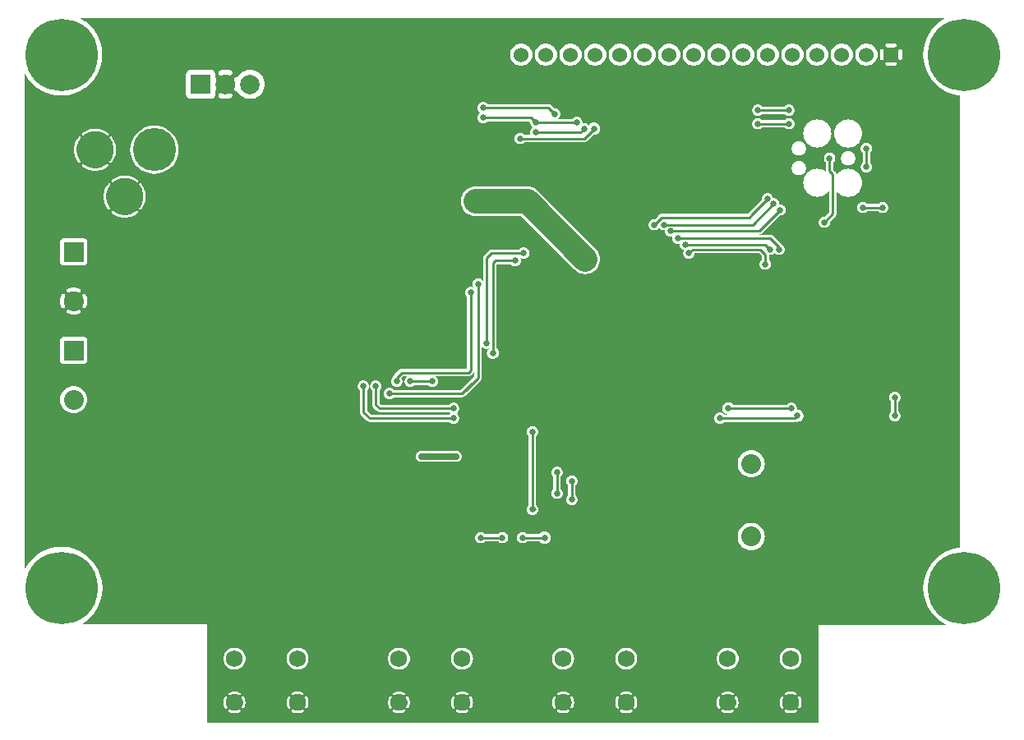
<source format=gbr>
G04 start of page 3 for group 1 idx 1 *
G04 Title: (unknown), solder *
G04 Creator: pcb 4.0.2 *
G04 CreationDate: Tue Apr 28 16:30:13 2020 UTC *
G04 For: ndholmes *
G04 Format: Gerber/RS-274X *
G04 PCB-Dimensions (mil): 4000.00 2900.00 *
G04 PCB-Coordinate-Origin: lower left *
%MOIN*%
%FSLAX25Y25*%
%LNBOTTOM*%
%ADD62C,0.0380*%
%ADD61C,0.0540*%
%ADD60C,0.0440*%
%ADD59C,0.0935*%
%ADD58C,0.0390*%
%ADD57C,0.1100*%
%ADD56C,0.1250*%
%ADD55C,0.0450*%
%ADD54C,0.1285*%
%ADD53C,0.0480*%
%ADD52C,0.0120*%
%ADD51C,0.0260*%
%ADD50C,0.0600*%
%ADD49C,0.0690*%
%ADD48C,0.1500*%
%ADD47C,0.1750*%
%ADD46C,0.0787*%
%ADD45C,0.2937*%
%ADD44C,0.0800*%
%ADD43C,0.0250*%
%ADD42C,0.1000*%
%ADD41C,0.0100*%
%ADD40C,0.0001*%
G54D40*G36*
X83502Y288000D02*X94000D01*
Y266916D01*
X93500Y266955D01*
X92568Y266882D01*
X91660Y266664D01*
X90796Y266306D01*
X90000Y265818D01*
X89289Y265211D01*
X88682Y264500D01*
X88265Y263821D01*
X88176Y263836D01*
X88018Y263838D01*
X87861Y263815D01*
X87710Y263768D01*
X87569Y263698D01*
X87439Y263607D01*
X87326Y263496D01*
X87232Y263370D01*
X87158Y263230D01*
X87108Y263080D01*
X87081Y262924D01*
X87079Y262766D01*
X87102Y262610D01*
X87152Y262460D01*
X87278Y262108D01*
X87366Y261744D01*
X87419Y261374D01*
X87437Y261000D01*
X87419Y260626D01*
X87366Y260256D01*
X87278Y259892D01*
X87156Y259539D01*
X87106Y259389D01*
X87083Y259234D01*
X87085Y259076D01*
X87112Y258921D01*
X87162Y258772D01*
X87236Y258633D01*
X87330Y258507D01*
X87442Y258397D01*
X87571Y258306D01*
X87712Y258236D01*
X87862Y258189D01*
X88018Y258167D01*
X88175Y258168D01*
X88263Y258183D01*
X88682Y257500D01*
X89289Y256789D01*
X90000Y256182D01*
X90796Y255694D01*
X91660Y255336D01*
X92568Y255118D01*
X93500Y255045D01*
X94000Y255084D01*
Y42000D01*
X83502D01*
Y255056D01*
X84064Y255083D01*
X84623Y255163D01*
X85172Y255296D01*
X85706Y255481D01*
X85848Y255550D01*
X85977Y255642D01*
X86091Y255752D01*
X86185Y255879D01*
X86259Y256019D01*
X86309Y256168D01*
X86336Y256324D01*
X86338Y256482D01*
X86315Y256639D01*
X86268Y256790D01*
X86198Y256931D01*
X86107Y257061D01*
X85996Y257174D01*
X85870Y257268D01*
X85730Y257342D01*
X85580Y257392D01*
X85424Y257419D01*
X85266Y257421D01*
X85110Y257398D01*
X84960Y257348D01*
X84608Y257222D01*
X84244Y257134D01*
X83874Y257081D01*
X83502Y257063D01*
Y264937D01*
X83874Y264919D01*
X84244Y264866D01*
X84608Y264778D01*
X84961Y264656D01*
X85111Y264606D01*
X85266Y264583D01*
X85424Y264585D01*
X85579Y264612D01*
X85728Y264662D01*
X85867Y264736D01*
X85993Y264830D01*
X86103Y264942D01*
X86194Y265071D01*
X86264Y265212D01*
X86311Y265362D01*
X86333Y265518D01*
X86332Y265675D01*
X86305Y265831D01*
X86254Y265980D01*
X86181Y266119D01*
X86087Y266245D01*
X85975Y266355D01*
X85846Y266446D01*
X85704Y266513D01*
X85172Y266704D01*
X84623Y266837D01*
X84064Y266917D01*
X83502Y266944D01*
Y288000D01*
G37*
G36*
X73742D02*X83502D01*
Y266944D01*
X83500Y266944D01*
X82936Y266917D01*
X82377Y266837D01*
X81828Y266704D01*
X81294Y266519D01*
X81152Y266450D01*
X81023Y266358D01*
X80909Y266248D01*
X80815Y266121D01*
X80741Y265981D01*
X80691Y265832D01*
X80664Y265676D01*
X80662Y265518D01*
X80685Y265361D01*
X80732Y265210D01*
X80802Y265069D01*
X80893Y264939D01*
X81004Y264826D01*
X81130Y264732D01*
X81270Y264658D01*
X81420Y264608D01*
X81576Y264581D01*
X81734Y264579D01*
X81890Y264602D01*
X82040Y264652D01*
X82392Y264778D01*
X82756Y264866D01*
X83126Y264919D01*
X83500Y264937D01*
X83502Y264937D01*
Y257063D01*
X83500Y257063D01*
X83126Y257081D01*
X82756Y257134D01*
X82392Y257222D01*
X82039Y257344D01*
X81889Y257394D01*
X81734Y257417D01*
X81576Y257415D01*
X81421Y257388D01*
X81272Y257338D01*
X81133Y257264D01*
X81007Y257170D01*
X80897Y257058D01*
X80806Y256929D01*
X80736Y256788D01*
X80689Y256638D01*
X80667Y256482D01*
X80668Y256325D01*
X80695Y256169D01*
X80746Y256020D01*
X80819Y255881D01*
X80913Y255755D01*
X81025Y255645D01*
X81154Y255554D01*
X81296Y255487D01*
X81828Y255296D01*
X82377Y255163D01*
X82936Y255083D01*
X83500Y255056D01*
X83502Y255056D01*
Y42000D01*
X73742D01*
Y255072D01*
X77751Y255082D01*
X78057Y255155D01*
X78348Y255275D01*
X78616Y255440D01*
X78856Y255644D01*
X79060Y255884D01*
X79225Y256152D01*
X79345Y256443D01*
X79418Y256749D01*
X79437Y257063D01*
X79434Y258304D01*
X79561Y258393D01*
X79674Y258504D01*
X79768Y258630D01*
X79842Y258770D01*
X79892Y258920D01*
X79919Y259076D01*
X79921Y259234D01*
X79898Y259390D01*
X79848Y259540D01*
X79722Y259892D01*
X79634Y260256D01*
X79581Y260626D01*
X79563Y261000D01*
X79581Y261374D01*
X79634Y261744D01*
X79722Y262108D01*
X79844Y262461D01*
X79894Y262611D01*
X79917Y262766D01*
X79915Y262924D01*
X79888Y263079D01*
X79838Y263228D01*
X79764Y263367D01*
X79670Y263493D01*
X79558Y263603D01*
X79429Y263694D01*
X79422Y263698D01*
X79418Y265251D01*
X79345Y265557D01*
X79225Y265848D01*
X79060Y266116D01*
X78856Y266356D01*
X78616Y266560D01*
X78348Y266725D01*
X78057Y266845D01*
X77751Y266918D01*
X77437Y266937D01*
X73742Y266929D01*
Y288000D01*
G37*
G36*
X54685D02*X73742D01*
Y266929D01*
X69249Y266918D01*
X68943Y266845D01*
X68652Y266725D01*
X68384Y266560D01*
X68144Y266356D01*
X67940Y266116D01*
X67775Y265848D01*
X67655Y265557D01*
X67582Y265251D01*
X67563Y264937D01*
X67582Y256749D01*
X67655Y256443D01*
X67775Y256152D01*
X67940Y255884D01*
X68144Y255644D01*
X68384Y255440D01*
X68652Y255275D01*
X68943Y255155D01*
X69249Y255082D01*
X69563Y255063D01*
X73742Y255072D01*
Y42000D01*
X54685D01*
Y224621D01*
X54700Y224620D01*
X56230Y224740D01*
X57722Y225099D01*
X59140Y225686D01*
X60449Y226488D01*
X61616Y227484D01*
X62612Y228651D01*
X63414Y229960D01*
X64001Y231378D01*
X64360Y232870D01*
X64450Y234400D01*
X64360Y235930D01*
X64001Y237422D01*
X63414Y238840D01*
X62612Y240149D01*
X61616Y241316D01*
X60449Y242312D01*
X59140Y243114D01*
X57722Y243701D01*
X56230Y244060D01*
X54700Y244180D01*
X54685Y244179D01*
Y288000D01*
G37*
G36*
X37855Y236645D02*X38019Y236038D01*
X38135Y235388D01*
X38193Y234730D01*
Y234070D01*
X38135Y233412D01*
X38019Y232762D01*
X37855Y232155D01*
Y236645D01*
G37*
G36*
X49855Y217645D02*X50019Y217038D01*
X50135Y216388D01*
X50193Y215730D01*
Y215070D01*
X50135Y214412D01*
X50019Y213762D01*
X49855Y213155D01*
Y217645D01*
G37*
G36*
Y225934D02*X50260Y225686D01*
X51678Y225099D01*
X53170Y224740D01*
X54685Y224621D01*
Y42000D01*
X49855D01*
Y210796D01*
X50230Y211439D01*
X50549Y212116D01*
X50807Y212819D01*
X51003Y213542D01*
X51134Y214280D01*
X51200Y215026D01*
Y215774D01*
X51134Y216521D01*
X51003Y217258D01*
X50807Y217981D01*
X50549Y218684D01*
X50230Y219361D01*
X49855Y220004D01*
Y225934D01*
G37*
G36*
Y288000D02*X54685D01*
Y244179D01*
X53170Y244060D01*
X51678Y243701D01*
X50260Y243114D01*
X49855Y242866D01*
Y288000D01*
G37*
G36*
X37855D02*X49855D01*
Y242866D01*
X48951Y242312D01*
X47784Y241316D01*
X46788Y240149D01*
X45986Y238840D01*
X45399Y237422D01*
X45040Y235930D01*
X44920Y234400D01*
X45040Y232870D01*
X45399Y231378D01*
X45986Y229960D01*
X46788Y228651D01*
X47784Y227484D01*
X48951Y226488D01*
X49855Y225934D01*
Y220004D01*
X49852Y220008D01*
X49419Y220619D01*
X49366Y220679D01*
X49304Y220728D01*
X49234Y220768D01*
X49160Y220796D01*
X49081Y220812D01*
X49002Y220816D01*
X48922Y220807D01*
X48845Y220786D01*
X48773Y220753D01*
X48706Y220709D01*
X48647Y220656D01*
X48597Y220593D01*
X48557Y220524D01*
X48529Y220449D01*
X48513Y220371D01*
X48509Y220291D01*
X48518Y220212D01*
X48539Y220135D01*
X48572Y220062D01*
X48617Y219996D01*
X49005Y219462D01*
X49338Y218892D01*
X49619Y218295D01*
X49847Y217675D01*
X49855Y217645D01*
Y213155D01*
X49847Y213125D01*
X49619Y212505D01*
X49338Y211908D01*
X49005Y211338D01*
X48623Y210799D01*
X48579Y210734D01*
X48546Y210663D01*
X48525Y210587D01*
X48517Y210509D01*
X48520Y210430D01*
X48536Y210353D01*
X48564Y210279D01*
X48603Y210211D01*
X48652Y210149D01*
X48710Y210096D01*
X48776Y210053D01*
X48848Y210021D01*
X48924Y210000D01*
X49002Y209991D01*
X49081Y209995D01*
X49158Y210011D01*
X49231Y210039D01*
X49300Y210078D01*
X49361Y210127D01*
X49413Y210186D01*
X49852Y210792D01*
X49855Y210796D01*
Y42000D01*
X37855D01*
Y208420D01*
X38092Y208248D01*
X38739Y207870D01*
X39416Y207551D01*
X40119Y207293D01*
X40842Y207097D01*
X41579Y206966D01*
X42326Y206900D01*
X43074D01*
X43820Y206966D01*
X44558Y207097D01*
X45281Y207293D01*
X45984Y207551D01*
X46661Y207870D01*
X47308Y208248D01*
X47919Y208681D01*
X47979Y208734D01*
X48028Y208796D01*
X48068Y208866D01*
X48096Y208940D01*
X48112Y209019D01*
X48116Y209098D01*
X48107Y209178D01*
X48086Y209255D01*
X48053Y209327D01*
X48009Y209394D01*
X47956Y209453D01*
X47893Y209503D01*
X47824Y209543D01*
X47749Y209571D01*
X47671Y209587D01*
X47591Y209591D01*
X47512Y209582D01*
X47435Y209561D01*
X47362Y209528D01*
X47296Y209483D01*
X46762Y209095D01*
X46192Y208762D01*
X45595Y208481D01*
X44975Y208253D01*
X44338Y208081D01*
X43688Y207965D01*
X43030Y207907D01*
X42370D01*
X41712Y207965D01*
X41062Y208081D01*
X40425Y208253D01*
X39805Y208481D01*
X39208Y208762D01*
X38638Y209095D01*
X38099Y209477D01*
X38034Y209521D01*
X37963Y209554D01*
X37887Y209575D01*
X37855Y209578D01*
Y221215D01*
X37888Y221218D01*
X37965Y221239D01*
X38038Y221272D01*
X38104Y221317D01*
X38638Y221705D01*
X39208Y222038D01*
X39805Y222319D01*
X40425Y222547D01*
X41062Y222719D01*
X41712Y222835D01*
X42370Y222893D01*
X43030D01*
X43688Y222835D01*
X44338Y222719D01*
X44975Y222547D01*
X45595Y222319D01*
X46192Y222038D01*
X46762Y221705D01*
X47301Y221323D01*
X47366Y221279D01*
X47437Y221246D01*
X47513Y221225D01*
X47591Y221217D01*
X47670Y221220D01*
X47747Y221236D01*
X47821Y221264D01*
X47889Y221303D01*
X47951Y221352D01*
X48004Y221410D01*
X48047Y221476D01*
X48079Y221548D01*
X48100Y221624D01*
X48109Y221702D01*
X48105Y221781D01*
X48089Y221858D01*
X48061Y221931D01*
X48022Y222000D01*
X47973Y222061D01*
X47914Y222113D01*
X47308Y222552D01*
X46661Y222930D01*
X45984Y223249D01*
X45281Y223507D01*
X44558Y223703D01*
X43820Y223834D01*
X43074Y223900D01*
X42326D01*
X41579Y223834D01*
X40842Y223703D01*
X40119Y223507D01*
X39416Y223249D01*
X38739Y222930D01*
X38092Y222552D01*
X37855Y222384D01*
Y229796D01*
X38230Y230439D01*
X38549Y231116D01*
X38807Y231819D01*
X39003Y232542D01*
X39134Y233280D01*
X39200Y234026D01*
Y234774D01*
X39134Y235521D01*
X39003Y236258D01*
X38807Y236981D01*
X38549Y237684D01*
X38230Y238361D01*
X37855Y239004D01*
Y288000D01*
G37*
G36*
X35545D02*X37855D01*
Y239004D01*
X37852Y239008D01*
X37419Y239619D01*
X37366Y239679D01*
X37304Y239728D01*
X37234Y239768D01*
X37160Y239796D01*
X37081Y239812D01*
X37002Y239816D01*
X36922Y239807D01*
X36845Y239786D01*
X36773Y239753D01*
X36706Y239709D01*
X36647Y239656D01*
X36597Y239593D01*
X36557Y239524D01*
X36529Y239449D01*
X36513Y239371D01*
X36509Y239291D01*
X36518Y239212D01*
X36539Y239135D01*
X36572Y239062D01*
X36617Y238996D01*
X37005Y238462D01*
X37338Y237892D01*
X37619Y237295D01*
X37847Y236675D01*
X37855Y236645D01*
Y232155D01*
X37847Y232125D01*
X37619Y231505D01*
X37338Y230908D01*
X37005Y230338D01*
X36623Y229799D01*
X36579Y229734D01*
X36546Y229663D01*
X36525Y229587D01*
X36517Y229509D01*
X36520Y229430D01*
X36536Y229353D01*
X36564Y229279D01*
X36603Y229211D01*
X36652Y229149D01*
X36710Y229096D01*
X36776Y229053D01*
X36848Y229021D01*
X36924Y229000D01*
X37002Y228991D01*
X37081Y228995D01*
X37158Y229011D01*
X37231Y229039D01*
X37300Y229078D01*
X37361Y229127D01*
X37413Y229186D01*
X37852Y229792D01*
X37855Y229796D01*
Y222384D01*
X37481Y222119D01*
X37421Y222066D01*
X37372Y222004D01*
X37332Y221934D01*
X37304Y221860D01*
X37288Y221781D01*
X37284Y221702D01*
X37293Y221622D01*
X37314Y221545D01*
X37347Y221473D01*
X37391Y221406D01*
X37444Y221347D01*
X37507Y221297D01*
X37576Y221257D01*
X37651Y221229D01*
X37729Y221213D01*
X37809Y221209D01*
X37855Y221215D01*
Y209578D01*
X37809Y209583D01*
X37730Y209580D01*
X37653Y209564D01*
X37579Y209536D01*
X37511Y209497D01*
X37449Y209448D01*
X37396Y209390D01*
X37353Y209324D01*
X37321Y209252D01*
X37300Y209176D01*
X37291Y209098D01*
X37295Y209019D01*
X37311Y208942D01*
X37339Y208869D01*
X37378Y208800D01*
X37427Y208739D01*
X37486Y208687D01*
X37855Y208420D01*
Y42000D01*
X35545D01*
Y210796D01*
X35548Y210792D01*
X35981Y210181D01*
X36034Y210121D01*
X36096Y210072D01*
X36166Y210032D01*
X36240Y210004D01*
X36319Y209988D01*
X36398Y209984D01*
X36478Y209993D01*
X36555Y210014D01*
X36627Y210047D01*
X36694Y210091D01*
X36753Y210144D01*
X36803Y210207D01*
X36843Y210276D01*
X36871Y210351D01*
X36887Y210429D01*
X36891Y210509D01*
X36882Y210588D01*
X36861Y210665D01*
X36828Y210738D01*
X36783Y210804D01*
X36395Y211338D01*
X36062Y211908D01*
X35781Y212505D01*
X35553Y213125D01*
X35545Y213155D01*
Y217645D01*
X35553Y217675D01*
X35781Y218295D01*
X36062Y218892D01*
X36395Y219462D01*
X36777Y220001D01*
X36821Y220066D01*
X36854Y220137D01*
X36875Y220213D01*
X36883Y220291D01*
X36880Y220370D01*
X36864Y220447D01*
X36836Y220521D01*
X36797Y220589D01*
X36748Y220651D01*
X36690Y220704D01*
X36624Y220747D01*
X36552Y220779D01*
X36476Y220800D01*
X36398Y220809D01*
X36319Y220805D01*
X36242Y220789D01*
X36169Y220761D01*
X36100Y220722D01*
X36039Y220673D01*
X35987Y220614D01*
X35548Y220008D01*
X35545Y220004D01*
Y227416D01*
X35919Y227681D01*
X35979Y227734D01*
X36028Y227796D01*
X36068Y227866D01*
X36096Y227940D01*
X36112Y228019D01*
X36116Y228098D01*
X36107Y228178D01*
X36086Y228255D01*
X36053Y228327D01*
X36009Y228394D01*
X35956Y228453D01*
X35893Y228503D01*
X35824Y228543D01*
X35749Y228571D01*
X35671Y228587D01*
X35591Y228591D01*
X35545Y228586D01*
Y240222D01*
X35591Y240217D01*
X35670Y240220D01*
X35747Y240236D01*
X35821Y240264D01*
X35889Y240303D01*
X35951Y240352D01*
X36004Y240410D01*
X36047Y240476D01*
X36079Y240548D01*
X36100Y240624D01*
X36109Y240702D01*
X36105Y240781D01*
X36089Y240858D01*
X36061Y240931D01*
X36022Y241000D01*
X35973Y241061D01*
X35914Y241113D01*
X35545Y241380D01*
Y288000D01*
G37*
G36*
Y213155D02*X35381Y213762D01*
X35265Y214412D01*
X35207Y215070D01*
Y215730D01*
X35265Y216388D01*
X35381Y217038D01*
X35545Y217645D01*
Y213155D01*
G37*
G36*
Y228586D02*X35512Y228582D01*
X35435Y228561D01*
X35362Y228528D01*
X35296Y228483D01*
X34762Y228095D01*
X34192Y227762D01*
X33595Y227481D01*
X32975Y227253D01*
X32338Y227081D01*
X31688Y226965D01*
X31030Y226907D01*
X30370D01*
X29712Y226965D01*
X29062Y227081D01*
X28425Y227253D01*
X27805Y227481D01*
X27208Y227762D01*
X26638Y228095D01*
X26493Y228198D01*
Y240599D01*
X26638Y240705D01*
X27208Y241038D01*
X27805Y241319D01*
X28425Y241547D01*
X29062Y241719D01*
X29712Y241835D01*
X30370Y241893D01*
X31030D01*
X31688Y241835D01*
X32338Y241719D01*
X32975Y241547D01*
X33595Y241319D01*
X34192Y241038D01*
X34762Y240705D01*
X35301Y240323D01*
X35366Y240279D01*
X35437Y240246D01*
X35513Y240225D01*
X35545Y240222D01*
Y228586D01*
G37*
G36*
Y42000D02*X26493D01*
Y42750D01*
X26837Y42961D01*
X28834Y44666D01*
X30539Y46663D01*
X31911Y48902D01*
X32916Y51328D01*
X33529Y53882D01*
X33684Y56500D01*
X33529Y59118D01*
X32916Y61672D01*
X31911Y64098D01*
X30539Y66337D01*
X28834Y68334D01*
X26837Y70039D01*
X26493Y70250D01*
Y129805D01*
X26916Y130495D01*
X27247Y131295D01*
X27449Y132137D01*
X27500Y133000D01*
X27449Y133863D01*
X27247Y134705D01*
X26916Y135505D01*
X26493Y136195D01*
Y147580D01*
X26683Y147659D01*
X26884Y147783D01*
X27064Y147936D01*
X27217Y148116D01*
X27341Y148317D01*
X27431Y148535D01*
X27486Y148765D01*
X27500Y149000D01*
X27486Y157235D01*
X27431Y157465D01*
X27341Y157683D01*
X27217Y157884D01*
X27064Y158064D01*
X26884Y158217D01*
X26683Y158341D01*
X26493Y158420D01*
Y170145D01*
X26578Y170181D01*
X26679Y170243D01*
X26769Y170319D01*
X26845Y170409D01*
X26905Y170511D01*
X27122Y170980D01*
X27289Y171469D01*
X27409Y171972D01*
X27482Y172484D01*
X27506Y173000D01*
X27482Y173516D01*
X27409Y174028D01*
X27289Y174531D01*
X27122Y175020D01*
X26910Y175492D01*
X26849Y175593D01*
X26772Y175684D01*
X26682Y175761D01*
X26580Y175823D01*
X26493Y175860D01*
Y187580D01*
X26683Y187659D01*
X26884Y187783D01*
X27064Y187936D01*
X27217Y188116D01*
X27341Y188317D01*
X27431Y188535D01*
X27486Y188765D01*
X27500Y189000D01*
X27486Y197235D01*
X27431Y197465D01*
X27341Y197683D01*
X27217Y197884D01*
X27064Y198064D01*
X26884Y198217D01*
X26683Y198341D01*
X26493Y198420D01*
Y227014D01*
X26739Y226870D01*
X27416Y226551D01*
X28119Y226293D01*
X28842Y226097D01*
X29579Y225966D01*
X30326Y225900D01*
X31074D01*
X31820Y225966D01*
X32558Y226097D01*
X33281Y226293D01*
X33984Y226551D01*
X34661Y226870D01*
X35308Y227248D01*
X35545Y227416D01*
Y220004D01*
X35170Y219361D01*
X34851Y218684D01*
X34593Y217981D01*
X34397Y217258D01*
X34266Y216521D01*
X34200Y215774D01*
Y215026D01*
X34266Y214280D01*
X34397Y213542D01*
X34593Y212819D01*
X34851Y212116D01*
X35170Y211439D01*
X35545Y210796D01*
Y42000D01*
G37*
G36*
X26493Y288000D02*X35545D01*
Y241380D01*
X35308Y241552D01*
X34661Y241930D01*
X33984Y242249D01*
X33281Y242507D01*
X32558Y242703D01*
X31820Y242834D01*
X31074Y242900D01*
X30326D01*
X29579Y242834D01*
X28842Y242703D01*
X28119Y242507D01*
X27416Y242249D01*
X26739Y241930D01*
X26493Y241786D01*
Y259367D01*
X26778Y259542D01*
X28763Y261237D01*
X30458Y263222D01*
X31822Y265448D01*
X32821Y267859D01*
X33430Y270398D01*
X33584Y273000D01*
X33430Y275602D01*
X32821Y278141D01*
X31822Y280552D01*
X30458Y282778D01*
X28763Y284763D01*
X26778Y286458D01*
X26493Y286633D01*
Y288000D01*
G37*
G36*
Y198420D02*X26465Y198431D01*
X26235Y198486D01*
X26000Y198500D01*
X23545Y198496D01*
Y229796D01*
X23548Y229792D01*
X23981Y229181D01*
X24034Y229121D01*
X24096Y229072D01*
X24166Y229032D01*
X24240Y229004D01*
X24319Y228988D01*
X24398Y228984D01*
X24478Y228993D01*
X24555Y229014D01*
X24627Y229047D01*
X24694Y229091D01*
X24753Y229144D01*
X24803Y229207D01*
X24843Y229276D01*
X24871Y229351D01*
X24887Y229429D01*
X24891Y229509D01*
X24882Y229588D01*
X24861Y229665D01*
X24828Y229738D01*
X24783Y229804D01*
X24395Y230338D01*
X24062Y230908D01*
X23781Y231505D01*
X23553Y232125D01*
X23545Y232155D01*
Y236645D01*
X23553Y236675D01*
X23781Y237295D01*
X24062Y237892D01*
X24395Y238462D01*
X24777Y239001D01*
X24821Y239066D01*
X24854Y239137D01*
X24875Y239213D01*
X24883Y239291D01*
X24880Y239370D01*
X24864Y239447D01*
X24836Y239521D01*
X24797Y239589D01*
X24748Y239651D01*
X24690Y239704D01*
X24624Y239747D01*
X24552Y239779D01*
X24476Y239800D01*
X24398Y239809D01*
X24319Y239805D01*
X24242Y239789D01*
X24169Y239761D01*
X24100Y239722D01*
X24039Y239673D01*
X23987Y239614D01*
X23548Y239008D01*
X23545Y239004D01*
Y257761D01*
X24552Y258178D01*
X26493Y259367D01*
Y241786D01*
X26092Y241552D01*
X25481Y241119D01*
X25421Y241066D01*
X25372Y241004D01*
X25332Y240934D01*
X25304Y240860D01*
X25288Y240781D01*
X25284Y240702D01*
X25293Y240622D01*
X25314Y240545D01*
X25347Y240473D01*
X25391Y240406D01*
X25444Y240347D01*
X25507Y240297D01*
X25576Y240257D01*
X25651Y240229D01*
X25729Y240213D01*
X25809Y240209D01*
X25888Y240218D01*
X25965Y240239D01*
X26038Y240272D01*
X26104Y240317D01*
X26493Y240599D01*
Y228198D01*
X26099Y228477D01*
X26034Y228521D01*
X25963Y228554D01*
X25887Y228575D01*
X25809Y228583D01*
X25730Y228580D01*
X25653Y228564D01*
X25579Y228536D01*
X25511Y228497D01*
X25449Y228448D01*
X25396Y228390D01*
X25353Y228324D01*
X25321Y228252D01*
X25300Y228176D01*
X25291Y228098D01*
X25295Y228019D01*
X25311Y227942D01*
X25339Y227869D01*
X25378Y227800D01*
X25427Y227739D01*
X25486Y227687D01*
X26092Y227248D01*
X26493Y227014D01*
Y198420D01*
G37*
G36*
X23545Y232155D02*X23381Y232762D01*
X23265Y233412D01*
X23207Y234070D01*
Y234730D01*
X23265Y235388D01*
X23381Y236038D01*
X23545Y236645D01*
Y232155D01*
G37*
G36*
Y198496D02*X22000Y198493D01*
Y257145D01*
X22141Y257179D01*
X23545Y257761D01*
Y239004D01*
X23170Y238361D01*
X22851Y237684D01*
X22593Y236981D01*
X22397Y236258D01*
X22266Y235521D01*
X22200Y234774D01*
Y234026D01*
X22266Y233280D01*
X22397Y232542D01*
X22593Y231819D01*
X22851Y231116D01*
X23170Y230439D01*
X23545Y229796D01*
Y198496D01*
G37*
G36*
X26493Y158420D02*X26465Y158431D01*
X26235Y158486D01*
X26000Y158500D01*
X22000Y158493D01*
Y167494D01*
X22516Y167518D01*
X23028Y167591D01*
X23531Y167711D01*
X24020Y167878D01*
X24492Y168090D01*
X24593Y168151D01*
X24684Y168228D01*
X24761Y168318D01*
X24823Y168420D01*
X24869Y168529D01*
X24897Y168645D01*
X24906Y168763D01*
X24897Y168881D01*
X24870Y168997D01*
X24824Y169107D01*
X24762Y169208D01*
X24686Y169298D01*
X24595Y169376D01*
X24494Y169438D01*
X24385Y169484D01*
X24269Y169511D01*
X24151Y169521D01*
X24032Y169512D01*
X23917Y169484D01*
X23808Y169437D01*
X23468Y169279D01*
X23112Y169158D01*
X22747Y169070D01*
X22375Y169018D01*
X22000Y169000D01*
Y177000D01*
X22375Y176982D01*
X22747Y176930D01*
X23112Y176842D01*
X23468Y176721D01*
X23810Y176567D01*
X23918Y176520D01*
X24033Y176493D01*
X24151Y176483D01*
X24268Y176493D01*
X24383Y176521D01*
X24492Y176566D01*
X24593Y176628D01*
X24682Y176705D01*
X24759Y176795D01*
X24820Y176895D01*
X24865Y177004D01*
X24893Y177119D01*
X24902Y177237D01*
X24892Y177355D01*
X24865Y177469D01*
X24819Y177578D01*
X24757Y177679D01*
X24681Y177769D01*
X24591Y177845D01*
X24489Y177905D01*
X24020Y178122D01*
X23531Y178289D01*
X23028Y178409D01*
X22516Y178482D01*
X22000Y178506D01*
Y187507D01*
X26235Y187514D01*
X26465Y187569D01*
X26493Y187580D01*
Y175860D01*
X26471Y175869D01*
X26355Y175897D01*
X26237Y175906D01*
X26119Y175897D01*
X26003Y175870D01*
X25893Y175824D01*
X25792Y175762D01*
X25702Y175686D01*
X25624Y175595D01*
X25562Y175494D01*
X25516Y175385D01*
X25489Y175269D01*
X25479Y175151D01*
X25488Y175032D01*
X25516Y174917D01*
X25563Y174808D01*
X25721Y174468D01*
X25842Y174112D01*
X25930Y173747D01*
X25982Y173375D01*
X26000Y173000D01*
X25982Y172625D01*
X25930Y172253D01*
X25842Y171888D01*
X25721Y171532D01*
X25567Y171190D01*
X25520Y171082D01*
X25493Y170967D01*
X25483Y170849D01*
X25493Y170732D01*
X25521Y170617D01*
X25566Y170508D01*
X25628Y170407D01*
X25705Y170318D01*
X25795Y170241D01*
X25895Y170180D01*
X26004Y170135D01*
X26119Y170107D01*
X26237Y170098D01*
X26355Y170108D01*
X26469Y170135D01*
X26493Y170145D01*
Y158420D01*
G37*
G36*
Y136195D02*X26463Y136243D01*
X25901Y136901D01*
X25243Y137463D01*
X24505Y137916D01*
X23705Y138247D01*
X22863Y138449D01*
X22000Y138517D01*
Y147507D01*
X26235Y147514D01*
X26465Y147569D01*
X26493Y147580D01*
Y136195D01*
G37*
G36*
Y70250D02*X24598Y71411D01*
X22172Y72416D01*
X22000Y72458D01*
Y127483D01*
X22863Y127551D01*
X23705Y127753D01*
X24505Y128084D01*
X25243Y128537D01*
X25901Y129099D01*
X26463Y129757D01*
X26493Y129805D01*
Y70250D01*
G37*
G36*
Y42000D02*X25269D01*
X26493Y42750D01*
Y42000D01*
G37*
G36*
X24123Y288000D02*X26493D01*
Y286633D01*
X24552Y287822D01*
X24123Y288000D01*
G37*
G36*
X17507Y147580D02*X17535Y147569D01*
X17765Y147514D01*
X18000Y147500D01*
X22000Y147507D01*
Y138517D01*
X21137Y138449D01*
X20295Y138247D01*
X19495Y137916D01*
X18757Y137463D01*
X18099Y136901D01*
X17537Y136243D01*
X17507Y136195D01*
Y147580D01*
G37*
G36*
Y187580D02*X17535Y187569D01*
X17765Y187514D01*
X18000Y187500D01*
X22000Y187507D01*
Y178506D01*
X22000D01*
X21484Y178482D01*
X20972Y178409D01*
X20469Y178289D01*
X19980Y178122D01*
X19508Y177910D01*
X19407Y177849D01*
X19316Y177772D01*
X19239Y177682D01*
X19177Y177580D01*
X19131Y177471D01*
X19103Y177355D01*
X19094Y177237D01*
X19103Y177119D01*
X19130Y177003D01*
X19176Y176893D01*
X19238Y176792D01*
X19314Y176702D01*
X19405Y176624D01*
X19506Y176562D01*
X19615Y176516D01*
X19731Y176489D01*
X19849Y176479D01*
X19968Y176488D01*
X20083Y176516D01*
X20192Y176563D01*
X20532Y176721D01*
X20888Y176842D01*
X21253Y176930D01*
X21625Y176982D01*
X22000Y177000D01*
Y169000D01*
X21625Y169018D01*
X21253Y169070D01*
X20888Y169158D01*
X20532Y169279D01*
X20190Y169433D01*
X20082Y169480D01*
X19967Y169507D01*
X19849Y169517D01*
X19732Y169507D01*
X19617Y169479D01*
X19508Y169434D01*
X19407Y169372D01*
X19318Y169295D01*
X19241Y169205D01*
X19180Y169105D01*
X19135Y168996D01*
X19107Y168881D01*
X19098Y168763D01*
X19108Y168645D01*
X19135Y168531D01*
X19181Y168422D01*
X19243Y168321D01*
X19319Y168231D01*
X19409Y168155D01*
X19511Y168095D01*
X19980Y167878D01*
X20469Y167711D01*
X20972Y167591D01*
X21484Y167518D01*
X22000Y167494D01*
X22000D01*
Y158493D01*
X17765Y158486D01*
X17535Y158431D01*
X17507Y158420D01*
Y170140D01*
X17529Y170131D01*
X17645Y170103D01*
X17763Y170094D01*
X17881Y170103D01*
X17997Y170130D01*
X18107Y170176D01*
X18208Y170238D01*
X18298Y170314D01*
X18376Y170405D01*
X18438Y170506D01*
X18484Y170615D01*
X18511Y170731D01*
X18521Y170849D01*
X18512Y170968D01*
X18484Y171083D01*
X18437Y171192D01*
X18279Y171532D01*
X18158Y171888D01*
X18070Y172253D01*
X18018Y172625D01*
X18000Y173000D01*
X18018Y173375D01*
X18070Y173747D01*
X18158Y174112D01*
X18279Y174468D01*
X18433Y174810D01*
X18480Y174918D01*
X18507Y175033D01*
X18517Y175151D01*
X18507Y175268D01*
X18479Y175383D01*
X18434Y175492D01*
X18372Y175593D01*
X18295Y175682D01*
X18205Y175759D01*
X18105Y175820D01*
X17996Y175865D01*
X17881Y175893D01*
X17763Y175902D01*
X17645Y175892D01*
X17531Y175865D01*
X17507Y175855D01*
Y187580D01*
G37*
G36*
Y256405D02*X19602Y256570D01*
X22000Y257145D01*
Y198493D01*
X17765Y198486D01*
X17535Y198431D01*
X17507Y198420D01*
Y256405D01*
G37*
G36*
X22000Y72458D02*X19618Y73029D01*
X17507Y73196D01*
Y129805D01*
X17537Y129757D01*
X18099Y129099D01*
X18757Y128537D01*
X19495Y128084D01*
X20295Y127753D01*
X21137Y127551D01*
X22000Y127483D01*
Y72458D01*
G37*
G36*
X17507Y73196D02*X17000Y73235D01*
X14382Y73029D01*
X11828Y72416D01*
X9402Y71411D01*
X7163Y70039D01*
X5166Y68334D01*
X3461Y66337D01*
X2089Y64098D01*
X2000Y63884D01*
Y265877D01*
X2178Y265448D01*
X3542Y263222D01*
X5237Y261237D01*
X7222Y259542D01*
X9448Y258178D01*
X11859Y257179D01*
X14398Y256570D01*
X17000Y256365D01*
X17507Y256405D01*
Y198420D01*
X17317Y198341D01*
X17116Y198217D01*
X16936Y198064D01*
X16783Y197884D01*
X16659Y197683D01*
X16569Y197465D01*
X16514Y197235D01*
X16500Y197000D01*
X16514Y188765D01*
X16569Y188535D01*
X16659Y188317D01*
X16783Y188116D01*
X16936Y187936D01*
X17116Y187783D01*
X17317Y187659D01*
X17507Y187580D01*
Y175855D01*
X17422Y175819D01*
X17321Y175757D01*
X17231Y175681D01*
X17155Y175591D01*
X17095Y175489D01*
X16878Y175020D01*
X16711Y174531D01*
X16591Y174028D01*
X16518Y173516D01*
X16494Y173000D01*
X16518Y172484D01*
X16591Y171972D01*
X16711Y171469D01*
X16878Y170980D01*
X17090Y170508D01*
X17151Y170407D01*
X17228Y170316D01*
X17318Y170239D01*
X17420Y170177D01*
X17507Y170140D01*
Y158420D01*
X17317Y158341D01*
X17116Y158217D01*
X16936Y158064D01*
X16783Y157884D01*
X16659Y157683D01*
X16569Y157465D01*
X16514Y157235D01*
X16500Y157000D01*
X16514Y148765D01*
X16569Y148535D01*
X16659Y148317D01*
X16783Y148116D01*
X16936Y147936D01*
X17116Y147783D01*
X17317Y147659D01*
X17507Y147580D01*
Y136195D01*
X17084Y135505D01*
X16753Y134705D01*
X16551Y133863D01*
X16483Y133000D01*
X16551Y132137D01*
X16753Y131295D01*
X17084Y130495D01*
X17507Y129805D01*
Y73196D01*
G37*
G36*
X93258Y288000D02*X116500D01*
Y42000D01*
X93258D01*
Y255064D01*
X93500Y255045D01*
X94432Y255118D01*
X95340Y255336D01*
X96204Y255694D01*
X97000Y256182D01*
X97711Y256789D01*
X98318Y257500D01*
X98806Y258296D01*
X99164Y259160D01*
X99382Y260068D01*
X99437Y261000D01*
X99382Y261932D01*
X99164Y262840D01*
X98806Y263704D01*
X98318Y264500D01*
X97711Y265211D01*
X97000Y265818D01*
X96204Y266306D01*
X95340Y266664D01*
X94432Y266882D01*
X93500Y266955D01*
X93258Y266936D01*
Y288000D01*
G37*
G36*
X83502D02*X93258D01*
Y266936D01*
X92568Y266882D01*
X91660Y266664D01*
X90796Y266306D01*
X90000Y265818D01*
X89289Y265211D01*
X88682Y264500D01*
X88265Y263821D01*
X88176Y263836D01*
X88018Y263838D01*
X87861Y263815D01*
X87710Y263768D01*
X87569Y263698D01*
X87439Y263607D01*
X87326Y263496D01*
X87232Y263370D01*
X87158Y263230D01*
X87108Y263080D01*
X87081Y262924D01*
X87079Y262766D01*
X87102Y262610D01*
X87152Y262460D01*
X87278Y262108D01*
X87366Y261744D01*
X87419Y261374D01*
X87437Y261000D01*
X87419Y260626D01*
X87366Y260256D01*
X87278Y259892D01*
X87156Y259539D01*
X87106Y259389D01*
X87083Y259234D01*
X87085Y259076D01*
X87112Y258921D01*
X87162Y258772D01*
X87236Y258633D01*
X87330Y258507D01*
X87442Y258397D01*
X87571Y258306D01*
X87712Y258236D01*
X87862Y258189D01*
X88018Y258167D01*
X88175Y258168D01*
X88263Y258183D01*
X88682Y257500D01*
X89289Y256789D01*
X90000Y256182D01*
X90796Y255694D01*
X91660Y255336D01*
X92568Y255118D01*
X93258Y255064D01*
Y42000D01*
X83502D01*
Y255056D01*
X84064Y255083D01*
X84623Y255163D01*
X85172Y255296D01*
X85706Y255481D01*
X85848Y255550D01*
X85977Y255642D01*
X86091Y255752D01*
X86185Y255879D01*
X86259Y256019D01*
X86309Y256168D01*
X86336Y256324D01*
X86338Y256482D01*
X86315Y256639D01*
X86268Y256790D01*
X86198Y256931D01*
X86107Y257061D01*
X85996Y257174D01*
X85870Y257268D01*
X85730Y257342D01*
X85580Y257392D01*
X85424Y257419D01*
X85266Y257421D01*
X85110Y257398D01*
X84960Y257348D01*
X84608Y257222D01*
X84244Y257134D01*
X83874Y257081D01*
X83502Y257063D01*
Y264937D01*
X83874Y264919D01*
X84244Y264866D01*
X84608Y264778D01*
X84961Y264656D01*
X85111Y264606D01*
X85266Y264583D01*
X85424Y264585D01*
X85579Y264612D01*
X85728Y264662D01*
X85867Y264736D01*
X85993Y264830D01*
X86103Y264942D01*
X86194Y265071D01*
X86264Y265212D01*
X86311Y265362D01*
X86333Y265518D01*
X86332Y265675D01*
X86305Y265831D01*
X86254Y265980D01*
X86181Y266119D01*
X86087Y266245D01*
X85975Y266355D01*
X85846Y266446D01*
X85704Y266513D01*
X85172Y266704D01*
X84623Y266837D01*
X84064Y266917D01*
X83502Y266944D01*
Y288000D01*
G37*
G36*
X73742D02*X83502D01*
Y266944D01*
X83500Y266944D01*
X82936Y266917D01*
X82377Y266837D01*
X81828Y266704D01*
X81294Y266519D01*
X81152Y266450D01*
X81023Y266358D01*
X80909Y266248D01*
X80815Y266121D01*
X80741Y265981D01*
X80691Y265832D01*
X80664Y265676D01*
X80662Y265518D01*
X80685Y265361D01*
X80732Y265210D01*
X80802Y265069D01*
X80893Y264939D01*
X81004Y264826D01*
X81130Y264732D01*
X81270Y264658D01*
X81420Y264608D01*
X81576Y264581D01*
X81734Y264579D01*
X81890Y264602D01*
X82040Y264652D01*
X82392Y264778D01*
X82756Y264866D01*
X83126Y264919D01*
X83500Y264937D01*
X83502Y264937D01*
Y257063D01*
X83500Y257063D01*
X83126Y257081D01*
X82756Y257134D01*
X82392Y257222D01*
X82039Y257344D01*
X81889Y257394D01*
X81734Y257417D01*
X81576Y257415D01*
X81421Y257388D01*
X81272Y257338D01*
X81133Y257264D01*
X81007Y257170D01*
X80897Y257058D01*
X80806Y256929D01*
X80736Y256788D01*
X80689Y256638D01*
X80667Y256482D01*
X80668Y256325D01*
X80695Y256169D01*
X80746Y256020D01*
X80819Y255881D01*
X80913Y255755D01*
X81025Y255645D01*
X81154Y255554D01*
X81296Y255487D01*
X81828Y255296D01*
X82377Y255163D01*
X82936Y255083D01*
X83500Y255056D01*
X83502Y255056D01*
Y42000D01*
X73742D01*
Y255072D01*
X77751Y255082D01*
X78057Y255155D01*
X78348Y255275D01*
X78616Y255440D01*
X78856Y255644D01*
X79060Y255884D01*
X79225Y256152D01*
X79345Y256443D01*
X79418Y256749D01*
X79437Y257063D01*
X79434Y258304D01*
X79561Y258393D01*
X79674Y258504D01*
X79768Y258630D01*
X79842Y258770D01*
X79892Y258920D01*
X79919Y259076D01*
X79921Y259234D01*
X79898Y259390D01*
X79848Y259540D01*
X79722Y259892D01*
X79634Y260256D01*
X79581Y260626D01*
X79563Y261000D01*
X79581Y261374D01*
X79634Y261744D01*
X79722Y262108D01*
X79844Y262461D01*
X79894Y262611D01*
X79917Y262766D01*
X79915Y262924D01*
X79888Y263079D01*
X79838Y263228D01*
X79764Y263367D01*
X79670Y263493D01*
X79558Y263603D01*
X79429Y263694D01*
X79422Y263698D01*
X79418Y265251D01*
X79345Y265557D01*
X79225Y265848D01*
X79060Y266116D01*
X78856Y266356D01*
X78616Y266560D01*
X78348Y266725D01*
X78057Y266845D01*
X77751Y266918D01*
X77437Y266937D01*
X73742Y266929D01*
Y288000D01*
G37*
G36*
X54685D02*X73742D01*
Y266929D01*
X69249Y266918D01*
X68943Y266845D01*
X68652Y266725D01*
X68384Y266560D01*
X68144Y266356D01*
X67940Y266116D01*
X67775Y265848D01*
X67655Y265557D01*
X67582Y265251D01*
X67563Y264937D01*
X67582Y256749D01*
X67655Y256443D01*
X67775Y256152D01*
X67940Y255884D01*
X68144Y255644D01*
X68384Y255440D01*
X68652Y255275D01*
X68943Y255155D01*
X69249Y255082D01*
X69563Y255063D01*
X73742Y255072D01*
Y42000D01*
X54685D01*
Y224621D01*
X54700Y224620D01*
X56230Y224740D01*
X57722Y225099D01*
X59140Y225686D01*
X60449Y226488D01*
X61616Y227484D01*
X62612Y228651D01*
X63414Y229960D01*
X64001Y231378D01*
X64360Y232870D01*
X64450Y234400D01*
X64360Y235930D01*
X64001Y237422D01*
X63414Y238840D01*
X62612Y240149D01*
X61616Y241316D01*
X60449Y242312D01*
X59140Y243114D01*
X57722Y243701D01*
X56230Y244060D01*
X54700Y244180D01*
X54685Y244179D01*
Y288000D01*
G37*
G36*
X37855Y236645D02*X38019Y236038D01*
X38135Y235388D01*
X38193Y234730D01*
Y234070D01*
X38135Y233412D01*
X38019Y232762D01*
X37855Y232155D01*
Y236645D01*
G37*
G36*
X49855Y217645D02*X50019Y217038D01*
X50135Y216388D01*
X50193Y215730D01*
Y215070D01*
X50135Y214412D01*
X50019Y213762D01*
X49855Y213155D01*
Y217645D01*
G37*
G36*
Y225934D02*X50260Y225686D01*
X51678Y225099D01*
X53170Y224740D01*
X54685Y224621D01*
Y42000D01*
X49855D01*
Y210796D01*
X50230Y211439D01*
X50549Y212116D01*
X50807Y212819D01*
X51003Y213542D01*
X51134Y214280D01*
X51200Y215026D01*
Y215774D01*
X51134Y216521D01*
X51003Y217258D01*
X50807Y217981D01*
X50549Y218684D01*
X50230Y219361D01*
X49855Y220004D01*
Y225934D01*
G37*
G36*
Y288000D02*X54685D01*
Y244179D01*
X53170Y244060D01*
X51678Y243701D01*
X50260Y243114D01*
X49855Y242866D01*
Y288000D01*
G37*
G36*
X37855D02*X49855D01*
Y242866D01*
X48951Y242312D01*
X47784Y241316D01*
X46788Y240149D01*
X45986Y238840D01*
X45399Y237422D01*
X45040Y235930D01*
X44920Y234400D01*
X45040Y232870D01*
X45399Y231378D01*
X45986Y229960D01*
X46788Y228651D01*
X47784Y227484D01*
X48951Y226488D01*
X49855Y225934D01*
Y220004D01*
X49852Y220008D01*
X49419Y220619D01*
X49366Y220679D01*
X49304Y220728D01*
X49234Y220768D01*
X49160Y220796D01*
X49081Y220812D01*
X49002Y220816D01*
X48922Y220807D01*
X48845Y220786D01*
X48773Y220753D01*
X48706Y220709D01*
X48647Y220656D01*
X48597Y220593D01*
X48557Y220524D01*
X48529Y220449D01*
X48513Y220371D01*
X48509Y220291D01*
X48518Y220212D01*
X48539Y220135D01*
X48572Y220062D01*
X48617Y219996D01*
X49005Y219462D01*
X49338Y218892D01*
X49619Y218295D01*
X49847Y217675D01*
X49855Y217645D01*
Y213155D01*
X49847Y213125D01*
X49619Y212505D01*
X49338Y211908D01*
X49005Y211338D01*
X48623Y210799D01*
X48579Y210734D01*
X48546Y210663D01*
X48525Y210587D01*
X48517Y210509D01*
X48520Y210430D01*
X48536Y210353D01*
X48564Y210279D01*
X48603Y210211D01*
X48652Y210149D01*
X48710Y210096D01*
X48776Y210053D01*
X48848Y210021D01*
X48924Y210000D01*
X49002Y209991D01*
X49081Y209995D01*
X49158Y210011D01*
X49231Y210039D01*
X49300Y210078D01*
X49361Y210127D01*
X49413Y210186D01*
X49852Y210792D01*
X49855Y210796D01*
Y42000D01*
X37855D01*
Y208420D01*
X38092Y208248D01*
X38739Y207870D01*
X39416Y207551D01*
X40119Y207293D01*
X40842Y207097D01*
X41579Y206966D01*
X42326Y206900D01*
X43074D01*
X43820Y206966D01*
X44558Y207097D01*
X45281Y207293D01*
X45984Y207551D01*
X46661Y207870D01*
X47308Y208248D01*
X47919Y208681D01*
X47979Y208734D01*
X48028Y208796D01*
X48068Y208866D01*
X48096Y208940D01*
X48112Y209019D01*
X48116Y209098D01*
X48107Y209178D01*
X48086Y209255D01*
X48053Y209327D01*
X48009Y209394D01*
X47956Y209453D01*
X47893Y209503D01*
X47824Y209543D01*
X47749Y209571D01*
X47671Y209587D01*
X47591Y209591D01*
X47512Y209582D01*
X47435Y209561D01*
X47362Y209528D01*
X47296Y209483D01*
X46762Y209095D01*
X46192Y208762D01*
X45595Y208481D01*
X44975Y208253D01*
X44338Y208081D01*
X43688Y207965D01*
X43030Y207907D01*
X42370D01*
X41712Y207965D01*
X41062Y208081D01*
X40425Y208253D01*
X39805Y208481D01*
X39208Y208762D01*
X38638Y209095D01*
X38099Y209477D01*
X38034Y209521D01*
X37963Y209554D01*
X37887Y209575D01*
X37855Y209578D01*
Y221215D01*
X37888Y221218D01*
X37965Y221239D01*
X38038Y221272D01*
X38104Y221317D01*
X38638Y221705D01*
X39208Y222038D01*
X39805Y222319D01*
X40425Y222547D01*
X41062Y222719D01*
X41712Y222835D01*
X42370Y222893D01*
X43030D01*
X43688Y222835D01*
X44338Y222719D01*
X44975Y222547D01*
X45595Y222319D01*
X46192Y222038D01*
X46762Y221705D01*
X47301Y221323D01*
X47366Y221279D01*
X47437Y221246D01*
X47513Y221225D01*
X47591Y221217D01*
X47670Y221220D01*
X47747Y221236D01*
X47821Y221264D01*
X47889Y221303D01*
X47951Y221352D01*
X48004Y221410D01*
X48047Y221476D01*
X48079Y221548D01*
X48100Y221624D01*
X48109Y221702D01*
X48105Y221781D01*
X48089Y221858D01*
X48061Y221931D01*
X48022Y222000D01*
X47973Y222061D01*
X47914Y222113D01*
X47308Y222552D01*
X46661Y222930D01*
X45984Y223249D01*
X45281Y223507D01*
X44558Y223703D01*
X43820Y223834D01*
X43074Y223900D01*
X42326D01*
X41579Y223834D01*
X40842Y223703D01*
X40119Y223507D01*
X39416Y223249D01*
X38739Y222930D01*
X38092Y222552D01*
X37855Y222384D01*
Y229796D01*
X38230Y230439D01*
X38549Y231116D01*
X38807Y231819D01*
X39003Y232542D01*
X39134Y233280D01*
X39200Y234026D01*
Y234774D01*
X39134Y235521D01*
X39003Y236258D01*
X38807Y236981D01*
X38549Y237684D01*
X38230Y238361D01*
X37855Y239004D01*
Y288000D01*
G37*
G36*
X35545D02*X37855D01*
Y239004D01*
X37852Y239008D01*
X37419Y239619D01*
X37366Y239679D01*
X37304Y239728D01*
X37234Y239768D01*
X37160Y239796D01*
X37081Y239812D01*
X37002Y239816D01*
X36922Y239807D01*
X36845Y239786D01*
X36773Y239753D01*
X36706Y239709D01*
X36647Y239656D01*
X36597Y239593D01*
X36557Y239524D01*
X36529Y239449D01*
X36513Y239371D01*
X36509Y239291D01*
X36518Y239212D01*
X36539Y239135D01*
X36572Y239062D01*
X36617Y238996D01*
X37005Y238462D01*
X37338Y237892D01*
X37619Y237295D01*
X37847Y236675D01*
X37855Y236645D01*
Y232155D01*
X37847Y232125D01*
X37619Y231505D01*
X37338Y230908D01*
X37005Y230338D01*
X36623Y229799D01*
X36579Y229734D01*
X36546Y229663D01*
X36525Y229587D01*
X36517Y229509D01*
X36520Y229430D01*
X36536Y229353D01*
X36564Y229279D01*
X36603Y229211D01*
X36652Y229149D01*
X36710Y229096D01*
X36776Y229053D01*
X36848Y229021D01*
X36924Y229000D01*
X37002Y228991D01*
X37081Y228995D01*
X37158Y229011D01*
X37231Y229039D01*
X37300Y229078D01*
X37361Y229127D01*
X37413Y229186D01*
X37852Y229792D01*
X37855Y229796D01*
Y222384D01*
X37481Y222119D01*
X37421Y222066D01*
X37372Y222004D01*
X37332Y221934D01*
X37304Y221860D01*
X37288Y221781D01*
X37284Y221702D01*
X37293Y221622D01*
X37314Y221545D01*
X37347Y221473D01*
X37391Y221406D01*
X37444Y221347D01*
X37507Y221297D01*
X37576Y221257D01*
X37651Y221229D01*
X37729Y221213D01*
X37809Y221209D01*
X37855Y221215D01*
Y209578D01*
X37809Y209583D01*
X37730Y209580D01*
X37653Y209564D01*
X37579Y209536D01*
X37511Y209497D01*
X37449Y209448D01*
X37396Y209390D01*
X37353Y209324D01*
X37321Y209252D01*
X37300Y209176D01*
X37291Y209098D01*
X37295Y209019D01*
X37311Y208942D01*
X37339Y208869D01*
X37378Y208800D01*
X37427Y208739D01*
X37486Y208687D01*
X37855Y208420D01*
Y42000D01*
X35545D01*
Y210796D01*
X35548Y210792D01*
X35981Y210181D01*
X36034Y210121D01*
X36096Y210072D01*
X36166Y210032D01*
X36240Y210004D01*
X36319Y209988D01*
X36398Y209984D01*
X36478Y209993D01*
X36555Y210014D01*
X36627Y210047D01*
X36694Y210091D01*
X36753Y210144D01*
X36803Y210207D01*
X36843Y210276D01*
X36871Y210351D01*
X36887Y210429D01*
X36891Y210509D01*
X36882Y210588D01*
X36861Y210665D01*
X36828Y210738D01*
X36783Y210804D01*
X36395Y211338D01*
X36062Y211908D01*
X35781Y212505D01*
X35553Y213125D01*
X35545Y213155D01*
Y217645D01*
X35553Y217675D01*
X35781Y218295D01*
X36062Y218892D01*
X36395Y219462D01*
X36777Y220001D01*
X36821Y220066D01*
X36854Y220137D01*
X36875Y220213D01*
X36883Y220291D01*
X36880Y220370D01*
X36864Y220447D01*
X36836Y220521D01*
X36797Y220589D01*
X36748Y220651D01*
X36690Y220704D01*
X36624Y220747D01*
X36552Y220779D01*
X36476Y220800D01*
X36398Y220809D01*
X36319Y220805D01*
X36242Y220789D01*
X36169Y220761D01*
X36100Y220722D01*
X36039Y220673D01*
X35987Y220614D01*
X35548Y220008D01*
X35545Y220004D01*
Y227416D01*
X35919Y227681D01*
X35979Y227734D01*
X36028Y227796D01*
X36068Y227866D01*
X36096Y227940D01*
X36112Y228019D01*
X36116Y228098D01*
X36107Y228178D01*
X36086Y228255D01*
X36053Y228327D01*
X36009Y228394D01*
X35956Y228453D01*
X35893Y228503D01*
X35824Y228543D01*
X35749Y228571D01*
X35671Y228587D01*
X35591Y228591D01*
X35545Y228586D01*
Y240222D01*
X35591Y240217D01*
X35670Y240220D01*
X35747Y240236D01*
X35821Y240264D01*
X35889Y240303D01*
X35951Y240352D01*
X36004Y240410D01*
X36047Y240476D01*
X36079Y240548D01*
X36100Y240624D01*
X36109Y240702D01*
X36105Y240781D01*
X36089Y240858D01*
X36061Y240931D01*
X36022Y241000D01*
X35973Y241061D01*
X35914Y241113D01*
X35545Y241380D01*
Y288000D01*
G37*
G36*
Y213155D02*X35381Y213762D01*
X35265Y214412D01*
X35207Y215070D01*
Y215730D01*
X35265Y216388D01*
X35381Y217038D01*
X35545Y217645D01*
Y213155D01*
G37*
G36*
Y228586D02*X35512Y228582D01*
X35435Y228561D01*
X35362Y228528D01*
X35296Y228483D01*
X34762Y228095D01*
X34192Y227762D01*
X33595Y227481D01*
X32975Y227253D01*
X32338Y227081D01*
X31688Y226965D01*
X31030Y226907D01*
X30370D01*
X29712Y226965D01*
X29062Y227081D01*
X28425Y227253D01*
X27805Y227481D01*
X27208Y227762D01*
X26638Y228095D01*
X26493Y228198D01*
Y240599D01*
X26638Y240705D01*
X27208Y241038D01*
X27805Y241319D01*
X28425Y241547D01*
X29062Y241719D01*
X29712Y241835D01*
X30370Y241893D01*
X31030D01*
X31688Y241835D01*
X32338Y241719D01*
X32975Y241547D01*
X33595Y241319D01*
X34192Y241038D01*
X34762Y240705D01*
X35301Y240323D01*
X35366Y240279D01*
X35437Y240246D01*
X35513Y240225D01*
X35545Y240222D01*
Y228586D01*
G37*
G36*
Y42000D02*X26493D01*
Y42750D01*
X26837Y42961D01*
X28834Y44666D01*
X30539Y46663D01*
X31911Y48902D01*
X32916Y51328D01*
X33529Y53882D01*
X33684Y56500D01*
X33529Y59118D01*
X32916Y61672D01*
X31911Y64098D01*
X30539Y66337D01*
X28834Y68334D01*
X26837Y70039D01*
X26493Y70250D01*
Y129805D01*
X26916Y130495D01*
X27247Y131295D01*
X27449Y132137D01*
X27500Y133000D01*
X27449Y133863D01*
X27247Y134705D01*
X26916Y135505D01*
X26493Y136195D01*
Y147580D01*
X26683Y147659D01*
X26884Y147783D01*
X27064Y147936D01*
X27217Y148116D01*
X27341Y148317D01*
X27431Y148535D01*
X27486Y148765D01*
X27500Y149000D01*
X27486Y157235D01*
X27431Y157465D01*
X27341Y157683D01*
X27217Y157884D01*
X27064Y158064D01*
X26884Y158217D01*
X26683Y158341D01*
X26493Y158420D01*
Y170145D01*
X26578Y170181D01*
X26679Y170243D01*
X26769Y170319D01*
X26845Y170409D01*
X26905Y170511D01*
X27122Y170980D01*
X27289Y171469D01*
X27409Y171972D01*
X27482Y172484D01*
X27506Y173000D01*
X27482Y173516D01*
X27409Y174028D01*
X27289Y174531D01*
X27122Y175020D01*
X26910Y175492D01*
X26849Y175593D01*
X26772Y175684D01*
X26682Y175761D01*
X26580Y175823D01*
X26493Y175860D01*
Y187580D01*
X26683Y187659D01*
X26884Y187783D01*
X27064Y187936D01*
X27217Y188116D01*
X27341Y188317D01*
X27431Y188535D01*
X27486Y188765D01*
X27500Y189000D01*
X27486Y197235D01*
X27431Y197465D01*
X27341Y197683D01*
X27217Y197884D01*
X27064Y198064D01*
X26884Y198217D01*
X26683Y198341D01*
X26493Y198420D01*
Y227014D01*
X26739Y226870D01*
X27416Y226551D01*
X28119Y226293D01*
X28842Y226097D01*
X29579Y225966D01*
X30326Y225900D01*
X31074D01*
X31820Y225966D01*
X32558Y226097D01*
X33281Y226293D01*
X33984Y226551D01*
X34661Y226870D01*
X35308Y227248D01*
X35545Y227416D01*
Y220004D01*
X35170Y219361D01*
X34851Y218684D01*
X34593Y217981D01*
X34397Y217258D01*
X34266Y216521D01*
X34200Y215774D01*
Y215026D01*
X34266Y214280D01*
X34397Y213542D01*
X34593Y212819D01*
X34851Y212116D01*
X35170Y211439D01*
X35545Y210796D01*
Y42000D01*
G37*
G36*
X26493Y288000D02*X35545D01*
Y241380D01*
X35308Y241552D01*
X34661Y241930D01*
X33984Y242249D01*
X33281Y242507D01*
X32558Y242703D01*
X31820Y242834D01*
X31074Y242900D01*
X30326D01*
X29579Y242834D01*
X28842Y242703D01*
X28119Y242507D01*
X27416Y242249D01*
X26739Y241930D01*
X26493Y241786D01*
Y259367D01*
X26778Y259542D01*
X28763Y261237D01*
X30458Y263222D01*
X31822Y265448D01*
X32821Y267859D01*
X33430Y270398D01*
X33584Y273000D01*
X33430Y275602D01*
X32821Y278141D01*
X31822Y280552D01*
X30458Y282778D01*
X28763Y284763D01*
X26778Y286458D01*
X26493Y286633D01*
Y288000D01*
G37*
G36*
Y198420D02*X26465Y198431D01*
X26235Y198486D01*
X26000Y198500D01*
X24500Y198497D01*
Y228999D01*
X24555Y229014D01*
X24627Y229047D01*
X24694Y229091D01*
X24753Y229144D01*
X24803Y229207D01*
X24843Y229276D01*
X24871Y229351D01*
X24887Y229429D01*
X24891Y229509D01*
X24882Y229588D01*
X24861Y229665D01*
X24828Y229738D01*
X24783Y229804D01*
X24500Y230194D01*
Y238610D01*
X24777Y239001D01*
X24821Y239066D01*
X24854Y239137D01*
X24875Y239213D01*
X24883Y239291D01*
X24880Y239370D01*
X24864Y239447D01*
X24836Y239521D01*
X24797Y239589D01*
X24748Y239651D01*
X24690Y239704D01*
X24624Y239747D01*
X24552Y239779D01*
X24500Y239794D01*
Y258156D01*
X24552Y258178D01*
X26493Y259367D01*
Y241786D01*
X26092Y241552D01*
X25481Y241119D01*
X25421Y241066D01*
X25372Y241004D01*
X25332Y240934D01*
X25304Y240860D01*
X25288Y240781D01*
X25284Y240702D01*
X25293Y240622D01*
X25314Y240545D01*
X25347Y240473D01*
X25391Y240406D01*
X25444Y240347D01*
X25507Y240297D01*
X25576Y240257D01*
X25651Y240229D01*
X25729Y240213D01*
X25809Y240209D01*
X25888Y240218D01*
X25965Y240239D01*
X26038Y240272D01*
X26104Y240317D01*
X26493Y240599D01*
Y228198D01*
X26099Y228477D01*
X26034Y228521D01*
X25963Y228554D01*
X25887Y228575D01*
X25809Y228583D01*
X25730Y228580D01*
X25653Y228564D01*
X25579Y228536D01*
X25511Y228497D01*
X25449Y228448D01*
X25396Y228390D01*
X25353Y228324D01*
X25321Y228252D01*
X25300Y228176D01*
X25291Y228098D01*
X25295Y228019D01*
X25311Y227942D01*
X25339Y227869D01*
X25378Y227800D01*
X25427Y227739D01*
X25486Y227687D01*
X26092Y227248D01*
X26493Y227014D01*
Y198420D01*
G37*
G36*
Y158420D02*X26465Y158431D01*
X26235Y158486D01*
X26000Y158500D01*
X24500Y158497D01*
Y168095D01*
X24593Y168151D01*
X24684Y168228D01*
X24761Y168318D01*
X24823Y168420D01*
X24869Y168529D01*
X24897Y168645D01*
X24906Y168763D01*
X24897Y168881D01*
X24870Y168997D01*
X24824Y169107D01*
X24762Y169208D01*
X24686Y169298D01*
X24595Y169376D01*
X24500Y169434D01*
Y176571D01*
X24593Y176628D01*
X24682Y176705D01*
X24759Y176795D01*
X24820Y176895D01*
X24865Y177004D01*
X24893Y177119D01*
X24902Y177237D01*
X24892Y177355D01*
X24865Y177469D01*
X24819Y177578D01*
X24757Y177679D01*
X24681Y177769D01*
X24591Y177845D01*
X24500Y177898D01*
Y187511D01*
X26235Y187514D01*
X26465Y187569D01*
X26493Y187580D01*
Y175860D01*
X26471Y175869D01*
X26355Y175897D01*
X26237Y175906D01*
X26119Y175897D01*
X26003Y175870D01*
X25893Y175824D01*
X25792Y175762D01*
X25702Y175686D01*
X25624Y175595D01*
X25562Y175494D01*
X25516Y175385D01*
X25489Y175269D01*
X25479Y175151D01*
X25488Y175032D01*
X25516Y174917D01*
X25563Y174808D01*
X25721Y174468D01*
X25842Y174112D01*
X25930Y173747D01*
X25982Y173375D01*
X26000Y173000D01*
X25982Y172625D01*
X25930Y172253D01*
X25842Y171888D01*
X25721Y171532D01*
X25567Y171190D01*
X25520Y171082D01*
X25493Y170967D01*
X25483Y170849D01*
X25493Y170732D01*
X25521Y170617D01*
X25566Y170508D01*
X25628Y170407D01*
X25705Y170318D01*
X25795Y170241D01*
X25895Y170180D01*
X26004Y170135D01*
X26119Y170107D01*
X26237Y170098D01*
X26355Y170108D01*
X26469Y170135D01*
X26493Y170145D01*
Y158420D01*
G37*
G36*
Y136195D02*X26463Y136243D01*
X25901Y136901D01*
X25243Y137463D01*
X24505Y137916D01*
X24500Y137918D01*
Y147511D01*
X26235Y147514D01*
X26465Y147569D01*
X26493Y147580D01*
Y136195D01*
G37*
G36*
Y70250D02*X24598Y71411D01*
X24500Y71452D01*
Y128082D01*
X24505Y128084D01*
X25243Y128537D01*
X25901Y129099D01*
X26463Y129757D01*
X26493Y129805D01*
Y70250D01*
G37*
G36*
Y42000D02*X25269D01*
X26493Y42750D01*
Y42000D01*
G37*
G36*
X24500Y288000D02*X26493D01*
Y286633D01*
X24552Y287822D01*
X24500Y287844D01*
Y288000D01*
G37*
G36*
X207250Y245020D02*X207306Y244787D01*
X207444Y244453D01*
X207634Y244144D01*
X207869Y243869D01*
X208144Y243634D01*
X208312Y243531D01*
X208044Y243366D01*
X207769Y243131D01*
X207534Y242856D01*
X207344Y242547D01*
X207250Y242320D01*
Y245020D01*
G37*
G36*
X207325Y240500D02*X207250D01*
Y240680D01*
X207325Y240500D01*
G37*
G36*
X259000Y171543D02*X253493D01*
Y268487D01*
X253500Y268486D01*
X254206Y268542D01*
X254895Y268707D01*
X255549Y268978D01*
X256153Y269348D01*
X256692Y269808D01*
X257152Y270347D01*
X257522Y270951D01*
X257793Y271605D01*
X257958Y272294D01*
X258000Y273000D01*
X257958Y273706D01*
X257793Y274395D01*
X257522Y275049D01*
X257152Y275653D01*
X256692Y276192D01*
X256153Y276652D01*
X255549Y277022D01*
X254895Y277293D01*
X254206Y277458D01*
X253500Y277514D01*
X253493Y277513D01*
Y288000D01*
X259000D01*
Y273176D01*
X258986Y273000D01*
X259000Y272824D01*
Y207621D01*
X257672Y206294D01*
X257500Y206307D01*
X257139Y206279D01*
X256787Y206194D01*
X256453Y206056D01*
X256144Y205866D01*
X255869Y205631D01*
X255634Y205356D01*
X255444Y205047D01*
X255306Y204713D01*
X255221Y204361D01*
X255193Y204000D01*
X255221Y203639D01*
X255306Y203287D01*
X255444Y202953D01*
X255634Y202644D01*
X255869Y202369D01*
X256144Y202134D01*
X256453Y201944D01*
X256787Y201806D01*
X257139Y201721D01*
X257500Y201693D01*
X257861Y201721D01*
X258213Y201806D01*
X258547Y201944D01*
X258856Y202134D01*
X259000Y202256D01*
Y171543D01*
G37*
G36*
X253493D02*X243493D01*
Y268487D01*
X243500Y268486D01*
X244206Y268542D01*
X244895Y268707D01*
X245549Y268978D01*
X246153Y269348D01*
X246692Y269808D01*
X247152Y270347D01*
X247522Y270951D01*
X247793Y271605D01*
X247958Y272294D01*
X248000Y273000D01*
X247958Y273706D01*
X247793Y274395D01*
X247522Y275049D01*
X247152Y275653D01*
X246692Y276192D01*
X246153Y276652D01*
X245549Y277022D01*
X244895Y277293D01*
X244206Y277458D01*
X243500Y277514D01*
X243493Y277513D01*
Y288000D01*
X253493D01*
Y277513D01*
X252794Y277458D01*
X252105Y277293D01*
X251451Y277022D01*
X250847Y276652D01*
X250308Y276192D01*
X249848Y275653D01*
X249478Y275049D01*
X249207Y274395D01*
X249042Y273706D01*
X248986Y273000D01*
X249042Y272294D01*
X249207Y271605D01*
X249478Y270951D01*
X249848Y270347D01*
X250308Y269808D01*
X250847Y269348D01*
X251451Y268978D01*
X252105Y268707D01*
X252794Y268542D01*
X253493Y268487D01*
Y171543D01*
G37*
G36*
X243493D02*X233493D01*
Y185520D01*
X233756Y185744D01*
X234369Y186462D01*
X234863Y187268D01*
X235224Y188140D01*
X235444Y189058D01*
X235519Y190000D01*
X235444Y190942D01*
X235224Y191860D01*
X234863Y192732D01*
X234369Y193538D01*
X233743Y194243D01*
X233493Y194492D01*
Y240547D01*
X233775Y240615D01*
X234138Y240766D01*
X234474Y240971D01*
X234773Y241227D01*
X235029Y241526D01*
X235234Y241862D01*
X235385Y242225D01*
X235477Y242608D01*
X235500Y243000D01*
X235477Y243392D01*
X235385Y243775D01*
X235234Y244138D01*
X235029Y244474D01*
X234773Y244773D01*
X234474Y245029D01*
X234138Y245234D01*
X233775Y245385D01*
X233493Y245453D01*
Y268487D01*
X233500Y268486D01*
X234206Y268542D01*
X234895Y268707D01*
X235549Y268978D01*
X236153Y269348D01*
X236692Y269808D01*
X237152Y270347D01*
X237522Y270951D01*
X237793Y271605D01*
X237958Y272294D01*
X238000Y273000D01*
X237958Y273706D01*
X237793Y274395D01*
X237522Y275049D01*
X237152Y275653D01*
X236692Y276192D01*
X236153Y276652D01*
X235549Y277022D01*
X234895Y277293D01*
X234206Y277458D01*
X233500Y277514D01*
X233493Y277513D01*
Y288000D01*
X243493D01*
Y277513D01*
X242794Y277458D01*
X242105Y277293D01*
X241451Y277022D01*
X240847Y276652D01*
X240308Y276192D01*
X239848Y275653D01*
X239478Y275049D01*
X239207Y274395D01*
X239042Y273706D01*
X238986Y273000D01*
X239042Y272294D01*
X239207Y271605D01*
X239478Y270951D01*
X239848Y270347D01*
X240308Y269808D01*
X240847Y269348D01*
X241451Y268978D01*
X242105Y268707D01*
X242794Y268542D01*
X243493Y268487D01*
Y171543D01*
G37*
G36*
X233493Y245453D02*X233392Y245477D01*
X233000Y245508D01*
X232608Y245477D01*
X232225Y245385D01*
X231862Y245234D01*
X231526Y245029D01*
X231227Y244773D01*
X230971Y244474D01*
X230883Y244330D01*
X230866Y244356D01*
X230631Y244631D01*
X230356Y244866D01*
X230047Y245056D01*
X229713Y245194D01*
X229361Y245279D01*
X229000Y245307D01*
X228639Y245279D01*
X228287Y245194D01*
X228282Y245192D01*
X228300Y245500D01*
X228279Y245861D01*
X228194Y246213D01*
X228056Y246547D01*
X227866Y246856D01*
X227631Y247131D01*
X227356Y247366D01*
X227047Y247556D01*
X226713Y247694D01*
X226361Y247779D01*
X226000Y247807D01*
X225639Y247779D01*
X225287Y247694D01*
X224953Y247556D01*
X224644Y247366D01*
X224369Y247131D01*
X224256Y247000D01*
X223493D01*
Y268487D01*
X223500Y268486D01*
X224206Y268542D01*
X224895Y268707D01*
X225549Y268978D01*
X226153Y269348D01*
X226692Y269808D01*
X227152Y270347D01*
X227522Y270951D01*
X227793Y271605D01*
X227958Y272294D01*
X228000Y273000D01*
X227958Y273706D01*
X227793Y274395D01*
X227522Y275049D01*
X227152Y275653D01*
X226692Y276192D01*
X226153Y276652D01*
X225549Y277022D01*
X224895Y277293D01*
X224206Y277458D01*
X223500Y277514D01*
X223493Y277513D01*
Y288000D01*
X233493D01*
Y277513D01*
X232794Y277458D01*
X232105Y277293D01*
X231451Y277022D01*
X230847Y276652D01*
X230308Y276192D01*
X229848Y275653D01*
X229478Y275049D01*
X229207Y274395D01*
X229042Y273706D01*
X228986Y273000D01*
X229042Y272294D01*
X229207Y271605D01*
X229478Y270951D01*
X229848Y270347D01*
X230308Y269808D01*
X230847Y269348D01*
X231451Y268978D01*
X232105Y268707D01*
X232794Y268542D01*
X233493Y268487D01*
Y245453D01*
G37*
G36*
X223493Y247000D02*X218138D01*
X218356Y247134D01*
X218631Y247369D01*
X218866Y247644D01*
X219056Y247953D01*
X219194Y248287D01*
X219279Y248639D01*
X219300Y249000D01*
X219279Y249361D01*
X219194Y249713D01*
X219056Y250047D01*
X218866Y250356D01*
X218631Y250631D01*
X218356Y250866D01*
X218047Y251056D01*
X217713Y251194D01*
X217361Y251279D01*
X217000Y251307D01*
X216828Y251294D01*
X215602Y252519D01*
X215564Y252564D01*
X215384Y252717D01*
X215183Y252841D01*
X214965Y252931D01*
X214735Y252986D01*
X214500Y253005D01*
X214441Y253000D01*
X213493D01*
Y268487D01*
X213500Y268486D01*
X214206Y268542D01*
X214895Y268707D01*
X215549Y268978D01*
X216153Y269348D01*
X216692Y269808D01*
X217152Y270347D01*
X217522Y270951D01*
X217793Y271605D01*
X217958Y272294D01*
X218000Y273000D01*
X217958Y273706D01*
X217793Y274395D01*
X217522Y275049D01*
X217152Y275653D01*
X216692Y276192D01*
X216153Y276652D01*
X215549Y277022D01*
X214895Y277293D01*
X214206Y277458D01*
X213500Y277514D01*
X213493Y277513D01*
Y288000D01*
X223493D01*
Y277513D01*
X222794Y277458D01*
X222105Y277293D01*
X221451Y277022D01*
X220847Y276652D01*
X220308Y276192D01*
X219848Y275653D01*
X219478Y275049D01*
X219207Y274395D01*
X219042Y273706D01*
X218986Y273000D01*
X219042Y272294D01*
X219207Y271605D01*
X219478Y270951D01*
X219848Y270347D01*
X220308Y269808D01*
X220847Y269348D01*
X221451Y268978D01*
X222105Y268707D01*
X222794Y268542D01*
X223493Y268487D01*
Y247000D01*
G37*
G36*
X213493Y253000D02*X207250D01*
Y270507D01*
X207522Y270951D01*
X207793Y271605D01*
X207958Y272294D01*
X208000Y273000D01*
X207958Y273706D01*
X207793Y274395D01*
X207522Y275049D01*
X207250Y275493D01*
Y288000D01*
X213493D01*
Y277513D01*
X212794Y277458D01*
X212105Y277293D01*
X211451Y277022D01*
X210847Y276652D01*
X210308Y276192D01*
X209848Y275653D01*
X209478Y275049D01*
X209207Y274395D01*
X209042Y273706D01*
X208986Y273000D01*
X209042Y272294D01*
X209207Y271605D01*
X209478Y270951D01*
X209848Y270347D01*
X210308Y269808D01*
X210847Y269348D01*
X211451Y268978D01*
X212105Y268707D01*
X212794Y268542D01*
X213493Y268487D01*
Y253000D01*
G37*
G36*
X233493Y194492D02*X210409Y217576D01*
X210256Y217756D01*
X209538Y218369D01*
X208732Y218863D01*
X208221Y219074D01*
X207860Y219224D01*
X207639Y219277D01*
X207250Y219370D01*
Y237500D01*
X228941D01*
X229000Y237495D01*
X229235Y237514D01*
X229235Y237514D01*
X229465Y237569D01*
X229683Y237659D01*
X229884Y237783D01*
X230064Y237936D01*
X230102Y237981D01*
X232642Y240520D01*
X233000Y240492D01*
X233392Y240523D01*
X233493Y240547D01*
Y194492D01*
G37*
G36*
Y171543D02*X207250D01*
Y203765D01*
X225257Y185757D01*
X225962Y185131D01*
X226768Y184637D01*
X227640Y184276D01*
X228558Y184056D01*
X229500Y183981D01*
X230442Y184056D01*
X231360Y184276D01*
X232232Y184637D01*
X233038Y185131D01*
X233493Y185520D01*
Y171543D01*
G37*
G36*
X207250D02*X193500D01*
Y187879D01*
X193621Y188000D01*
X199125D01*
X199298Y187798D01*
X199585Y187552D01*
X199907Y187355D01*
X200256Y187210D01*
X200623Y187122D01*
X201000Y187093D01*
X201377Y187122D01*
X201744Y187210D01*
X202093Y187355D01*
X202415Y187552D01*
X202702Y187798D01*
X202948Y188085D01*
X203145Y188407D01*
X203290Y188756D01*
X203378Y189123D01*
X203400Y189500D01*
X203378Y189877D01*
X203290Y190244D01*
X203188Y190489D01*
X203407Y190355D01*
X203756Y190210D01*
X204123Y190122D01*
X204500Y190093D01*
X204877Y190122D01*
X205244Y190210D01*
X205593Y190355D01*
X205915Y190552D01*
X206202Y190798D01*
X206448Y191085D01*
X206645Y191407D01*
X206790Y191756D01*
X206878Y192123D01*
X206900Y192500D01*
X206878Y192877D01*
X206790Y193244D01*
X206645Y193593D01*
X206448Y193915D01*
X206202Y194202D01*
X205915Y194448D01*
X205593Y194645D01*
X205244Y194790D01*
X204877Y194878D01*
X204500Y194907D01*
X204123Y194878D01*
X203756Y194790D01*
X203407Y194645D01*
X203085Y194448D01*
X202798Y194202D01*
X202625Y194000D01*
X191559D01*
X191500Y194005D01*
X191265Y193986D01*
X191035Y193931D01*
X190817Y193841D01*
X190616Y193717D01*
X190615Y193717D01*
X190436Y193564D01*
X190398Y193519D01*
X188481Y191602D01*
X188436Y191564D01*
X188283Y191384D01*
X188159Y191183D01*
X188069Y190965D01*
X188014Y190735D01*
X188014Y190735D01*
X187995Y190500D01*
X188000Y190441D01*
Y181138D01*
X187866Y181356D01*
X187631Y181631D01*
X187356Y181866D01*
X187047Y182056D01*
X186713Y182194D01*
X186361Y182279D01*
X186000Y182307D01*
X185639Y182279D01*
X185287Y182194D01*
X184953Y182056D01*
X184644Y181866D01*
X184369Y181631D01*
X184134Y181356D01*
X183944Y181047D01*
X183806Y180713D01*
X183721Y180361D01*
X183693Y180000D01*
X183721Y179639D01*
X183806Y179287D01*
X183944Y178953D01*
X184134Y178644D01*
X184369Y178369D01*
X184500Y178256D01*
Y178244D01*
X184356Y178366D01*
X184047Y178556D01*
X183713Y178694D01*
X183361Y178779D01*
X183000Y178807D01*
X182639Y178779D01*
X182287Y178694D01*
X181953Y178556D01*
X181644Y178366D01*
X181369Y178131D01*
X181134Y177856D01*
X180944Y177547D01*
X180806Y177213D01*
X180721Y176861D01*
X180693Y176500D01*
X180721Y176139D01*
X180806Y175787D01*
X180944Y175453D01*
X181134Y175144D01*
X181369Y174869D01*
X181500Y174756D01*
Y171543D01*
X110000D01*
Y288000D01*
X207250D01*
Y275493D01*
X207152Y275653D01*
X206692Y276192D01*
X206153Y276652D01*
X205549Y277022D01*
X204895Y277293D01*
X204206Y277458D01*
X203500Y277514D01*
X202794Y277458D01*
X202105Y277293D01*
X201451Y277022D01*
X200847Y276652D01*
X200308Y276192D01*
X199848Y275653D01*
X199478Y275049D01*
X199207Y274395D01*
X199042Y273706D01*
X198986Y273000D01*
X199042Y272294D01*
X199207Y271605D01*
X199478Y270951D01*
X199848Y270347D01*
X200308Y269808D01*
X200847Y269348D01*
X201451Y268978D01*
X202105Y268707D01*
X202794Y268542D01*
X203500Y268486D01*
X204206Y268542D01*
X204895Y268707D01*
X205549Y268978D01*
X206153Y269348D01*
X206692Y269808D01*
X207152Y270347D01*
X207250Y270507D01*
Y253000D01*
X189744D01*
X189631Y253131D01*
X189356Y253366D01*
X189047Y253556D01*
X188713Y253694D01*
X188361Y253779D01*
X188000Y253807D01*
X187639Y253779D01*
X187287Y253694D01*
X186953Y253556D01*
X186644Y253366D01*
X186369Y253131D01*
X186134Y252856D01*
X185944Y252547D01*
X185806Y252213D01*
X185721Y251861D01*
X185693Y251500D01*
X185721Y251139D01*
X185806Y250787D01*
X185944Y250453D01*
X186134Y250144D01*
X186369Y249869D01*
X186644Y249634D01*
X186862Y249500D01*
X186644Y249366D01*
X186369Y249131D01*
X186134Y248856D01*
X185944Y248547D01*
X185806Y248213D01*
X185721Y247861D01*
X185693Y247500D01*
X185721Y247139D01*
X185806Y246787D01*
X185944Y246453D01*
X186134Y246144D01*
X186369Y245869D01*
X186644Y245634D01*
X186953Y245444D01*
X187287Y245306D01*
X187639Y245221D01*
X188000Y245193D01*
X188361Y245221D01*
X188713Y245306D01*
X189047Y245444D01*
X189356Y245634D01*
X189631Y245869D01*
X189744Y246000D01*
X206879D01*
X207206Y245672D01*
X207193Y245500D01*
X207221Y245139D01*
X207250Y245020D01*
Y242320D01*
X207206Y242213D01*
X207121Y241861D01*
X207093Y241500D01*
X207121Y241139D01*
X207206Y240787D01*
X207250Y240680D01*
Y240500D01*
X204744D01*
X204631Y240631D01*
X204356Y240866D01*
X204047Y241056D01*
X203713Y241194D01*
X203361Y241279D01*
X203000Y241307D01*
X202639Y241279D01*
X202287Y241194D01*
X201953Y241056D01*
X201644Y240866D01*
X201369Y240631D01*
X201134Y240356D01*
X200944Y240047D01*
X200806Y239713D01*
X200721Y239361D01*
X200693Y239000D01*
X200721Y238639D01*
X200806Y238287D01*
X200944Y237953D01*
X201134Y237644D01*
X201369Y237369D01*
X201644Y237134D01*
X201953Y236944D01*
X202287Y236806D01*
X202639Y236721D01*
X203000Y236693D01*
X203361Y236721D01*
X203713Y236806D01*
X204047Y236944D01*
X204356Y237134D01*
X204631Y237369D01*
X204744Y237500D01*
X207250D01*
Y219370D01*
X206942Y219444D01*
X206941Y219444D01*
X206000Y219519D01*
X205765Y219500D01*
X185000D01*
X184058Y219444D01*
X183140Y219224D01*
X182268Y218863D01*
X181462Y218369D01*
X180744Y217756D01*
X180131Y217038D01*
X179637Y216232D01*
X179276Y215360D01*
X179056Y214442D01*
X178981Y213500D01*
X179056Y212558D01*
X179276Y211640D01*
X179637Y210768D01*
X180131Y209962D01*
X180744Y209244D01*
X181462Y208631D01*
X182268Y208137D01*
X183140Y207776D01*
X184058Y207556D01*
X185000Y207500D01*
X203515D01*
X207250Y203765D01*
Y171543D01*
G37*
G36*
X316472Y54400D02*X324000D01*
Y2000D01*
X316472D01*
Y7717D01*
X316531Y7762D01*
X316586Y7818D01*
X316630Y7884D01*
X316819Y8230D01*
X316972Y8594D01*
X317093Y8970D01*
X317180Y9356D01*
X317232Y9747D01*
X317250Y10142D01*
X317232Y10536D01*
X317180Y10928D01*
X317093Y11313D01*
X316972Y11689D01*
X316819Y12053D01*
X316634Y12402D01*
X316589Y12467D01*
X316534Y12524D01*
X316472Y12571D01*
Y25342D01*
X316772Y25832D01*
X317041Y26479D01*
X317204Y27160D01*
X317245Y27858D01*
X317204Y28557D01*
X317041Y29238D01*
X316772Y29885D01*
X316472Y30375D01*
Y54400D01*
G37*
G36*
Y2000D02*X312797D01*
Y5687D01*
X313190Y5705D01*
X313581Y5757D01*
X313967Y5844D01*
X314343Y5965D01*
X314707Y6118D01*
X315056Y6304D01*
X315121Y6348D01*
X315178Y6403D01*
X315226Y6467D01*
X315263Y6537D01*
X315289Y6612D01*
X315302Y6690D01*
X315304Y6769D01*
X315293Y6847D01*
X315270Y6923D01*
X315235Y6994D01*
X315189Y7059D01*
X315134Y7116D01*
X315071Y7164D01*
X315001Y7201D01*
X314926Y7227D01*
X314848Y7241D01*
X314769Y7242D01*
X314690Y7231D01*
X314615Y7208D01*
X314544Y7172D01*
X314276Y7026D01*
X313994Y6907D01*
X313703Y6813D01*
X313404Y6746D01*
X313101Y6705D01*
X312797Y6692D01*
Y13592D01*
X313101Y13578D01*
X313404Y13538D01*
X313703Y13470D01*
X313994Y13377D01*
X314276Y13258D01*
X314546Y13115D01*
X314616Y13079D01*
X314691Y13056D01*
X314769Y13045D01*
X314848Y13046D01*
X314925Y13060D01*
X315000Y13085D01*
X315069Y13122D01*
X315132Y13170D01*
X315187Y13226D01*
X315232Y13291D01*
X315266Y13362D01*
X315289Y13437D01*
X315300Y13515D01*
X315299Y13593D01*
X315285Y13671D01*
X315260Y13745D01*
X315223Y13815D01*
X315175Y13878D01*
X315119Y13932D01*
X315053Y13976D01*
X314707Y14165D01*
X314343Y14319D01*
X313967Y14439D01*
X313581Y14526D01*
X313190Y14579D01*
X312797Y14596D01*
Y23395D01*
X313494Y23450D01*
X314175Y23613D01*
X314822Y23881D01*
X315419Y24247D01*
X315952Y24702D01*
X316407Y25235D01*
X316472Y25342D01*
Y12571D01*
X316470Y12572D01*
X316400Y12609D01*
X316325Y12635D01*
X316247Y12649D01*
X316168Y12650D01*
X316090Y12639D01*
X316014Y12616D01*
X315943Y12581D01*
X315878Y12536D01*
X315821Y12481D01*
X315773Y12418D01*
X315736Y12348D01*
X315710Y12273D01*
X315696Y12195D01*
X315695Y12115D01*
X315706Y12037D01*
X315729Y11961D01*
X315765Y11891D01*
X315911Y11622D01*
X316030Y11340D01*
X316124Y11049D01*
X316191Y10751D01*
X316232Y10447D01*
X316245Y10142D01*
X316232Y9836D01*
X316191Y9533D01*
X316124Y9234D01*
X316030Y8943D01*
X315911Y8661D01*
X315768Y8391D01*
X315732Y8321D01*
X315709Y8246D01*
X315698Y8168D01*
X315700Y8089D01*
X315713Y8012D01*
X315739Y7937D01*
X315776Y7868D01*
X315823Y7805D01*
X315880Y7750D01*
X315944Y7705D01*
X316015Y7671D01*
X316090Y7648D01*
X316168Y7637D01*
X316247Y7638D01*
X316325Y7652D01*
X316399Y7677D01*
X316468Y7714D01*
X316472Y7717D01*
Y2000D01*
G37*
G36*
X312797Y54400D02*X316472D01*
Y30375D01*
X316407Y30482D01*
X315952Y31015D01*
X315419Y31469D01*
X314822Y31835D01*
X314175Y32104D01*
X313494Y32267D01*
X312797Y32322D01*
Y54400D01*
G37*
G36*
X309118Y25342D02*X309184Y25235D01*
X309639Y24702D01*
X310172Y24247D01*
X310769Y23881D01*
X311416Y23613D01*
X312097Y23450D01*
X312795Y23395D01*
X312797Y23395D01*
Y14596D01*
X312795Y14596D01*
X312401Y14579D01*
X312009Y14526D01*
X311624Y14439D01*
X311248Y14319D01*
X310884Y14165D01*
X310535Y13980D01*
X310470Y13935D01*
X310413Y13880D01*
X310365Y13817D01*
X310328Y13747D01*
X310302Y13672D01*
X310288Y13594D01*
X310287Y13515D01*
X310298Y13436D01*
X310321Y13360D01*
X310356Y13289D01*
X310401Y13224D01*
X310456Y13167D01*
X310519Y13120D01*
X310589Y13082D01*
X310664Y13057D01*
X310742Y13043D01*
X310822Y13041D01*
X310900Y13052D01*
X310976Y13076D01*
X311046Y13112D01*
X311315Y13258D01*
X311597Y13377D01*
X311888Y13470D01*
X312186Y13538D01*
X312490Y13578D01*
X312795Y13592D01*
X312797Y13592D01*
Y6692D01*
X312795Y6692D01*
X312490Y6705D01*
X312186Y6746D01*
X311888Y6813D01*
X311597Y6907D01*
X311315Y7026D01*
X311045Y7169D01*
X310975Y7205D01*
X310899Y7228D01*
X310821Y7239D01*
X310743Y7237D01*
X310665Y7224D01*
X310591Y7198D01*
X310521Y7161D01*
X310458Y7114D01*
X310404Y7057D01*
X310359Y6993D01*
X310324Y6922D01*
X310301Y6847D01*
X310290Y6769D01*
X310292Y6690D01*
X310305Y6612D01*
X310331Y6538D01*
X310368Y6469D01*
X310415Y6406D01*
X310472Y6351D01*
X310537Y6307D01*
X310884Y6118D01*
X311248Y5965D01*
X311624Y5844D01*
X312009Y5757D01*
X312401Y5705D01*
X312795Y5687D01*
X312797Y5687D01*
Y2000D01*
X309118D01*
Y7713D01*
X309120Y7711D01*
X309190Y7674D01*
X309265Y7648D01*
X309343Y7635D01*
X309422Y7633D01*
X309501Y7644D01*
X309577Y7667D01*
X309648Y7702D01*
X309713Y7748D01*
X309770Y7803D01*
X309817Y7866D01*
X309855Y7936D01*
X309881Y8011D01*
X309894Y8089D01*
X309896Y8168D01*
X309885Y8247D01*
X309861Y8322D01*
X309825Y8393D01*
X309679Y8661D01*
X309560Y8943D01*
X309467Y9234D01*
X309399Y9533D01*
X309359Y9836D01*
X309345Y10142D01*
X309359Y10447D01*
X309399Y10751D01*
X309467Y11049D01*
X309560Y11340D01*
X309679Y11622D01*
X309822Y11892D01*
X309858Y11962D01*
X309881Y12038D01*
X309892Y12116D01*
X309891Y12194D01*
X309877Y12272D01*
X309852Y12346D01*
X309815Y12416D01*
X309767Y12479D01*
X309711Y12533D01*
X309646Y12578D01*
X309575Y12613D01*
X309500Y12636D01*
X309422Y12647D01*
X309344Y12645D01*
X309266Y12632D01*
X309192Y12606D01*
X309122Y12569D01*
X309118Y12566D01*
Y25342D01*
G37*
G36*
Y54400D02*X312797D01*
Y32322D01*
X312795Y32322D01*
X312097Y32267D01*
X311416Y32104D01*
X310769Y31835D01*
X310172Y31469D01*
X309639Y31015D01*
X309184Y30482D01*
X309118Y30375D01*
Y54400D01*
G37*
G36*
X290882D02*X309118D01*
Y30375D01*
X308818Y29885D01*
X308550Y29238D01*
X308387Y28557D01*
X308332Y27858D01*
X308387Y27160D01*
X308550Y26479D01*
X308818Y25832D01*
X309118Y25342D01*
Y12566D01*
X309059Y12522D01*
X309005Y12465D01*
X308961Y12400D01*
X308772Y12053D01*
X308618Y11689D01*
X308498Y11313D01*
X308411Y10928D01*
X308358Y10536D01*
X308341Y10142D01*
X308358Y9747D01*
X308411Y9356D01*
X308498Y8970D01*
X308618Y8594D01*
X308772Y8230D01*
X308957Y7881D01*
X309002Y7816D01*
X309057Y7759D01*
X309118Y7713D01*
Y2000D01*
X290882D01*
Y7717D01*
X290941Y7762D01*
X290995Y7818D01*
X291039Y7884D01*
X291228Y8230D01*
X291382Y8594D01*
X291502Y8970D01*
X291589Y9356D01*
X291642Y9747D01*
X291659Y10142D01*
X291642Y10536D01*
X291589Y10928D01*
X291502Y11313D01*
X291382Y11689D01*
X291228Y12053D01*
X291043Y12402D01*
X290998Y12467D01*
X290943Y12524D01*
X290882Y12571D01*
Y25342D01*
X291182Y25832D01*
X291450Y26479D01*
X291613Y27160D01*
X291655Y27858D01*
X291613Y28557D01*
X291450Y29238D01*
X291182Y29885D01*
X290882Y30375D01*
Y54400D01*
G37*
G36*
Y2000D02*X287206D01*
Y5687D01*
X287599Y5705D01*
X287991Y5757D01*
X288376Y5844D01*
X288752Y5965D01*
X289116Y6118D01*
X289465Y6304D01*
X289530Y6348D01*
X289587Y6403D01*
X289635Y6467D01*
X289672Y6537D01*
X289698Y6612D01*
X289712Y6690D01*
X289713Y6769D01*
X289702Y6847D01*
X289679Y6923D01*
X289644Y6994D01*
X289599Y7059D01*
X289544Y7116D01*
X289481Y7164D01*
X289411Y7201D01*
X289336Y7227D01*
X289258Y7241D01*
X289178Y7242D01*
X289100Y7231D01*
X289024Y7208D01*
X288954Y7172D01*
X288685Y7026D01*
X288403Y6907D01*
X288112Y6813D01*
X287814Y6746D01*
X287510Y6705D01*
X287206Y6692D01*
Y13592D01*
X287510Y13578D01*
X287814Y13538D01*
X288112Y13470D01*
X288403Y13377D01*
X288685Y13258D01*
X288955Y13115D01*
X289025Y13079D01*
X289101Y13056D01*
X289179Y13045D01*
X289257Y13046D01*
X289335Y13060D01*
X289409Y13085D01*
X289479Y13122D01*
X289542Y13170D01*
X289596Y13226D01*
X289641Y13291D01*
X289676Y13362D01*
X289699Y13437D01*
X289710Y13515D01*
X289708Y13593D01*
X289695Y13671D01*
X289669Y13745D01*
X289632Y13815D01*
X289585Y13878D01*
X289528Y13932D01*
X289463Y13976D01*
X289116Y14165D01*
X288752Y14319D01*
X288376Y14439D01*
X287991Y14526D01*
X287599Y14579D01*
X287206Y14596D01*
Y23395D01*
X287903Y23450D01*
X288584Y23613D01*
X289231Y23881D01*
X289828Y24247D01*
X290361Y24702D01*
X290816Y25235D01*
X290882Y25342D01*
Y12571D01*
X290880Y12572D01*
X290810Y12609D01*
X290735Y12635D01*
X290657Y12649D01*
X290578Y12650D01*
X290499Y12639D01*
X290423Y12616D01*
X290352Y12581D01*
X290287Y12536D01*
X290230Y12481D01*
X290182Y12418D01*
X290145Y12348D01*
X290119Y12273D01*
X290106Y12195D01*
X290104Y12115D01*
X290115Y12037D01*
X290139Y11961D01*
X290175Y11891D01*
X290321Y11622D01*
X290440Y11340D01*
X290533Y11049D01*
X290601Y10751D01*
X290641Y10447D01*
X290655Y10142D01*
X290641Y9836D01*
X290601Y9533D01*
X290533Y9234D01*
X290440Y8943D01*
X290321Y8661D01*
X290178Y8391D01*
X290142Y8321D01*
X290119Y8246D01*
X290108Y8168D01*
X290109Y8089D01*
X290123Y8012D01*
X290148Y7937D01*
X290185Y7868D01*
X290233Y7805D01*
X290289Y7750D01*
X290354Y7705D01*
X290425Y7671D01*
X290500Y7648D01*
X290578Y7637D01*
X290656Y7638D01*
X290734Y7652D01*
X290808Y7677D01*
X290878Y7714D01*
X290882Y7717D01*
Y2000D01*
G37*
G36*
X287206Y54400D02*X290882D01*
Y30375D01*
X290816Y30482D01*
X290361Y31015D01*
X289828Y31469D01*
X289231Y31835D01*
X288584Y32104D01*
X287903Y32267D01*
X287206Y32322D01*
Y54400D01*
G37*
G36*
X283528Y25342D02*X283593Y25235D01*
X284048Y24702D01*
X284581Y24247D01*
X285178Y23881D01*
X285825Y23613D01*
X286506Y23450D01*
X287205Y23395D01*
X287206Y23395D01*
Y14596D01*
X287205Y14596D01*
X286810Y14579D01*
X286419Y14526D01*
X286033Y14439D01*
X285657Y14319D01*
X285293Y14165D01*
X284944Y13980D01*
X284879Y13935D01*
X284822Y13880D01*
X284774Y13817D01*
X284737Y13747D01*
X284711Y13672D01*
X284698Y13594D01*
X284696Y13515D01*
X284707Y13436D01*
X284730Y13360D01*
X284765Y13289D01*
X284811Y13224D01*
X284866Y13167D01*
X284929Y13120D01*
X284999Y13082D01*
X285074Y13057D01*
X285152Y13043D01*
X285231Y13041D01*
X285310Y13052D01*
X285385Y13076D01*
X285456Y13112D01*
X285724Y13258D01*
X286006Y13377D01*
X286297Y13470D01*
X286596Y13538D01*
X286899Y13578D01*
X287205Y13592D01*
X287206Y13592D01*
Y6692D01*
X287205Y6692D01*
X286899Y6705D01*
X286596Y6746D01*
X286297Y6813D01*
X286006Y6907D01*
X285724Y7026D01*
X285454Y7169D01*
X285384Y7205D01*
X285309Y7228D01*
X285231Y7239D01*
X285152Y7237D01*
X285075Y7224D01*
X285000Y7198D01*
X284931Y7161D01*
X284868Y7114D01*
X284813Y7057D01*
X284768Y6993D01*
X284734Y6922D01*
X284711Y6847D01*
X284700Y6769D01*
X284701Y6690D01*
X284715Y6612D01*
X284740Y6538D01*
X284777Y6469D01*
X284825Y6406D01*
X284881Y6351D01*
X284947Y6307D01*
X285293Y6118D01*
X285657Y5965D01*
X286033Y5844D01*
X286419Y5757D01*
X286810Y5705D01*
X287205Y5687D01*
X287206Y5687D01*
Y2000D01*
X283528D01*
Y7713D01*
X283530Y7711D01*
X283600Y7674D01*
X283675Y7648D01*
X283753Y7635D01*
X283832Y7633D01*
X283910Y7644D01*
X283986Y7667D01*
X284057Y7702D01*
X284122Y7748D01*
X284179Y7803D01*
X284227Y7866D01*
X284264Y7936D01*
X284290Y8011D01*
X284304Y8089D01*
X284305Y8168D01*
X284294Y8247D01*
X284271Y8322D01*
X284235Y8393D01*
X284089Y8661D01*
X283970Y8943D01*
X283876Y9234D01*
X283809Y9533D01*
X283768Y9836D01*
X283755Y10142D01*
X283768Y10447D01*
X283809Y10751D01*
X283876Y11049D01*
X283970Y11340D01*
X284089Y11622D01*
X284232Y11892D01*
X284268Y11962D01*
X284291Y12038D01*
X284302Y12116D01*
X284300Y12194D01*
X284287Y12272D01*
X284261Y12346D01*
X284224Y12416D01*
X284177Y12479D01*
X284120Y12533D01*
X284056Y12578D01*
X283985Y12613D01*
X283910Y12636D01*
X283832Y12647D01*
X283753Y12645D01*
X283675Y12632D01*
X283601Y12606D01*
X283532Y12569D01*
X283528Y12566D01*
Y25342D01*
G37*
G36*
Y54400D02*X287206D01*
Y32322D01*
X287205Y32322D01*
X286506Y32267D01*
X285825Y32104D01*
X285178Y31835D01*
X284581Y31469D01*
X284048Y31015D01*
X283593Y30482D01*
X283528Y30375D01*
Y54400D01*
G37*
G36*
X249772D02*X283528D01*
Y30375D01*
X283228Y29885D01*
X282959Y29238D01*
X282796Y28557D01*
X282741Y27858D01*
X282796Y27160D01*
X282959Y26479D01*
X283228Y25832D01*
X283528Y25342D01*
Y12566D01*
X283469Y12522D01*
X283414Y12465D01*
X283370Y12400D01*
X283181Y12053D01*
X283028Y11689D01*
X282907Y11313D01*
X282820Y10928D01*
X282768Y10536D01*
X282750Y10142D01*
X282768Y9747D01*
X282820Y9356D01*
X282907Y8970D01*
X283028Y8594D01*
X283181Y8230D01*
X283366Y7881D01*
X283411Y7816D01*
X283466Y7759D01*
X283528Y7713D01*
Y2000D01*
X249772D01*
Y7717D01*
X249831Y7762D01*
X249886Y7818D01*
X249930Y7884D01*
X250119Y8230D01*
X250272Y8594D01*
X250393Y8970D01*
X250480Y9356D01*
X250532Y9747D01*
X250550Y10142D01*
X250532Y10536D01*
X250480Y10928D01*
X250393Y11313D01*
X250272Y11689D01*
X250119Y12053D01*
X249934Y12402D01*
X249889Y12467D01*
X249834Y12524D01*
X249772Y12571D01*
Y25342D01*
X250072Y25832D01*
X250341Y26479D01*
X250504Y27160D01*
X250545Y27858D01*
X250504Y28557D01*
X250341Y29238D01*
X250072Y29885D01*
X249772Y30375D01*
Y54400D01*
G37*
G36*
Y2000D02*X246097D01*
Y5687D01*
X246490Y5705D01*
X246881Y5757D01*
X247267Y5844D01*
X247643Y5965D01*
X248007Y6118D01*
X248356Y6304D01*
X248421Y6348D01*
X248478Y6403D01*
X248526Y6467D01*
X248563Y6537D01*
X248589Y6612D01*
X248602Y6690D01*
X248604Y6769D01*
X248593Y6847D01*
X248570Y6923D01*
X248535Y6994D01*
X248489Y7059D01*
X248434Y7116D01*
X248371Y7164D01*
X248301Y7201D01*
X248226Y7227D01*
X248148Y7241D01*
X248069Y7242D01*
X247990Y7231D01*
X247915Y7208D01*
X247844Y7172D01*
X247576Y7026D01*
X247294Y6907D01*
X247003Y6813D01*
X246704Y6746D01*
X246401Y6705D01*
X246097Y6692D01*
Y13592D01*
X246401Y13578D01*
X246704Y13538D01*
X247003Y13470D01*
X247294Y13377D01*
X247576Y13258D01*
X247846Y13115D01*
X247916Y13079D01*
X247991Y13056D01*
X248069Y13045D01*
X248148Y13046D01*
X248225Y13060D01*
X248300Y13085D01*
X248369Y13122D01*
X248432Y13170D01*
X248487Y13226D01*
X248532Y13291D01*
X248566Y13362D01*
X248589Y13437D01*
X248600Y13515D01*
X248599Y13593D01*
X248585Y13671D01*
X248560Y13745D01*
X248523Y13815D01*
X248475Y13878D01*
X248419Y13932D01*
X248353Y13976D01*
X248007Y14165D01*
X247643Y14319D01*
X247267Y14439D01*
X246881Y14526D01*
X246490Y14579D01*
X246097Y14596D01*
Y23395D01*
X246794Y23450D01*
X247475Y23613D01*
X248122Y23881D01*
X248719Y24247D01*
X249252Y24702D01*
X249707Y25235D01*
X249772Y25342D01*
Y12571D01*
X249770Y12572D01*
X249700Y12609D01*
X249625Y12635D01*
X249547Y12649D01*
X249468Y12650D01*
X249390Y12639D01*
X249314Y12616D01*
X249243Y12581D01*
X249178Y12536D01*
X249121Y12481D01*
X249073Y12418D01*
X249036Y12348D01*
X249010Y12273D01*
X248996Y12195D01*
X248995Y12115D01*
X249006Y12037D01*
X249029Y11961D01*
X249065Y11891D01*
X249211Y11622D01*
X249330Y11340D01*
X249424Y11049D01*
X249491Y10751D01*
X249532Y10447D01*
X249545Y10142D01*
X249532Y9836D01*
X249491Y9533D01*
X249424Y9234D01*
X249330Y8943D01*
X249211Y8661D01*
X249068Y8391D01*
X249032Y8321D01*
X249009Y8246D01*
X248998Y8168D01*
X249000Y8089D01*
X249013Y8012D01*
X249039Y7937D01*
X249076Y7868D01*
X249123Y7805D01*
X249180Y7750D01*
X249244Y7705D01*
X249315Y7671D01*
X249390Y7648D01*
X249468Y7637D01*
X249547Y7638D01*
X249625Y7652D01*
X249699Y7677D01*
X249768Y7714D01*
X249772Y7717D01*
Y2000D01*
G37*
G36*
X246097Y54400D02*X249772D01*
Y30375D01*
X249707Y30482D01*
X249252Y31015D01*
X248719Y31469D01*
X248122Y31835D01*
X247475Y32104D01*
X246794Y32267D01*
X246097Y32322D01*
Y54400D01*
G37*
G36*
X242418Y25342D02*X242484Y25235D01*
X242939Y24702D01*
X243472Y24247D01*
X244069Y23881D01*
X244716Y23613D01*
X245397Y23450D01*
X246095Y23395D01*
X246097Y23395D01*
Y14596D01*
X246095Y14596D01*
X245701Y14579D01*
X245309Y14526D01*
X244924Y14439D01*
X244548Y14319D01*
X244184Y14165D01*
X243835Y13980D01*
X243770Y13935D01*
X243713Y13880D01*
X243665Y13817D01*
X243628Y13747D01*
X243602Y13672D01*
X243588Y13594D01*
X243587Y13515D01*
X243598Y13436D01*
X243621Y13360D01*
X243656Y13289D01*
X243701Y13224D01*
X243756Y13167D01*
X243819Y13120D01*
X243889Y13082D01*
X243964Y13057D01*
X244042Y13043D01*
X244122Y13041D01*
X244200Y13052D01*
X244276Y13076D01*
X244346Y13112D01*
X244615Y13258D01*
X244897Y13377D01*
X245188Y13470D01*
X245486Y13538D01*
X245790Y13578D01*
X246095Y13592D01*
X246097Y13592D01*
Y6692D01*
X246095Y6692D01*
X245790Y6705D01*
X245486Y6746D01*
X245188Y6813D01*
X244897Y6907D01*
X244615Y7026D01*
X244345Y7169D01*
X244275Y7205D01*
X244199Y7228D01*
X244121Y7239D01*
X244043Y7237D01*
X243965Y7224D01*
X243891Y7198D01*
X243821Y7161D01*
X243758Y7114D01*
X243704Y7057D01*
X243659Y6993D01*
X243624Y6922D01*
X243601Y6847D01*
X243590Y6769D01*
X243592Y6690D01*
X243605Y6612D01*
X243631Y6538D01*
X243668Y6469D01*
X243715Y6406D01*
X243772Y6351D01*
X243837Y6307D01*
X244184Y6118D01*
X244548Y5965D01*
X244924Y5844D01*
X245309Y5757D01*
X245701Y5705D01*
X246095Y5687D01*
X246097Y5687D01*
Y2000D01*
X242418D01*
Y7713D01*
X242420Y7711D01*
X242490Y7674D01*
X242565Y7648D01*
X242643Y7635D01*
X242722Y7633D01*
X242801Y7644D01*
X242877Y7667D01*
X242948Y7702D01*
X243013Y7748D01*
X243070Y7803D01*
X243117Y7866D01*
X243155Y7936D01*
X243181Y8011D01*
X243194Y8089D01*
X243196Y8168D01*
X243185Y8247D01*
X243161Y8322D01*
X243125Y8393D01*
X242979Y8661D01*
X242860Y8943D01*
X242767Y9234D01*
X242699Y9533D01*
X242659Y9836D01*
X242645Y10142D01*
X242659Y10447D01*
X242699Y10751D01*
X242767Y11049D01*
X242860Y11340D01*
X242979Y11622D01*
X243122Y11892D01*
X243158Y11962D01*
X243181Y12038D01*
X243192Y12116D01*
X243191Y12194D01*
X243177Y12272D01*
X243152Y12346D01*
X243115Y12416D01*
X243067Y12479D01*
X243011Y12533D01*
X242946Y12578D01*
X242875Y12613D01*
X242800Y12636D01*
X242722Y12647D01*
X242644Y12645D01*
X242566Y12632D01*
X242492Y12606D01*
X242422Y12569D01*
X242418Y12566D01*
Y25342D01*
G37*
G36*
Y54400D02*X246097D01*
Y32322D01*
X246095Y32322D01*
X245397Y32267D01*
X244716Y32104D01*
X244069Y31835D01*
X243472Y31469D01*
X242939Y31015D01*
X242484Y30482D01*
X242418Y30375D01*
Y54400D01*
G37*
G36*
X224182D02*X242418D01*
Y30375D01*
X242118Y29885D01*
X241850Y29238D01*
X241687Y28557D01*
X241632Y27858D01*
X241687Y27160D01*
X241850Y26479D01*
X242118Y25832D01*
X242418Y25342D01*
Y12566D01*
X242359Y12522D01*
X242305Y12465D01*
X242261Y12400D01*
X242072Y12053D01*
X241918Y11689D01*
X241798Y11313D01*
X241711Y10928D01*
X241658Y10536D01*
X241641Y10142D01*
X241658Y9747D01*
X241711Y9356D01*
X241798Y8970D01*
X241918Y8594D01*
X242072Y8230D01*
X242257Y7881D01*
X242302Y7816D01*
X242357Y7759D01*
X242418Y7713D01*
Y2000D01*
X224182D01*
Y7717D01*
X224241Y7762D01*
X224295Y7818D01*
X224339Y7884D01*
X224528Y8230D01*
X224682Y8594D01*
X224802Y8970D01*
X224889Y9356D01*
X224942Y9747D01*
X224959Y10142D01*
X224942Y10536D01*
X224889Y10928D01*
X224802Y11313D01*
X224682Y11689D01*
X224528Y12053D01*
X224343Y12402D01*
X224298Y12467D01*
X224243Y12524D01*
X224182Y12571D01*
Y25342D01*
X224482Y25832D01*
X224750Y26479D01*
X224913Y27160D01*
X224955Y27858D01*
X224913Y28557D01*
X224750Y29238D01*
X224482Y29885D01*
X224182Y30375D01*
Y54400D01*
G37*
G36*
Y2000D02*X220506D01*
Y5687D01*
X220899Y5705D01*
X221291Y5757D01*
X221676Y5844D01*
X222052Y5965D01*
X222416Y6118D01*
X222765Y6304D01*
X222830Y6348D01*
X222887Y6403D01*
X222935Y6467D01*
X222972Y6537D01*
X222998Y6612D01*
X223012Y6690D01*
X223013Y6769D01*
X223002Y6847D01*
X222979Y6923D01*
X222944Y6994D01*
X222899Y7059D01*
X222844Y7116D01*
X222781Y7164D01*
X222711Y7201D01*
X222636Y7227D01*
X222558Y7241D01*
X222478Y7242D01*
X222400Y7231D01*
X222324Y7208D01*
X222254Y7172D01*
X221985Y7026D01*
X221703Y6907D01*
X221412Y6813D01*
X221114Y6746D01*
X220810Y6705D01*
X220506Y6692D01*
Y13592D01*
X220810Y13578D01*
X221114Y13538D01*
X221412Y13470D01*
X221703Y13377D01*
X221985Y13258D01*
X222255Y13115D01*
X222325Y13079D01*
X222401Y13056D01*
X222479Y13045D01*
X222557Y13046D01*
X222635Y13060D01*
X222709Y13085D01*
X222779Y13122D01*
X222842Y13170D01*
X222896Y13226D01*
X222941Y13291D01*
X222976Y13362D01*
X222999Y13437D01*
X223010Y13515D01*
X223008Y13593D01*
X222995Y13671D01*
X222969Y13745D01*
X222932Y13815D01*
X222885Y13878D01*
X222828Y13932D01*
X222763Y13976D01*
X222416Y14165D01*
X222052Y14319D01*
X221676Y14439D01*
X221291Y14526D01*
X220899Y14579D01*
X220506Y14596D01*
Y23395D01*
X221203Y23450D01*
X221884Y23613D01*
X222531Y23881D01*
X223128Y24247D01*
X223661Y24702D01*
X224116Y25235D01*
X224182Y25342D01*
Y12571D01*
X224180Y12572D01*
X224110Y12609D01*
X224035Y12635D01*
X223957Y12649D01*
X223878Y12650D01*
X223799Y12639D01*
X223723Y12616D01*
X223652Y12581D01*
X223587Y12536D01*
X223530Y12481D01*
X223482Y12418D01*
X223445Y12348D01*
X223419Y12273D01*
X223406Y12195D01*
X223404Y12115D01*
X223415Y12037D01*
X223439Y11961D01*
X223475Y11891D01*
X223621Y11622D01*
X223740Y11340D01*
X223833Y11049D01*
X223901Y10751D01*
X223941Y10447D01*
X223955Y10142D01*
X223941Y9836D01*
X223901Y9533D01*
X223833Y9234D01*
X223740Y8943D01*
X223621Y8661D01*
X223478Y8391D01*
X223442Y8321D01*
X223419Y8246D01*
X223408Y8168D01*
X223409Y8089D01*
X223423Y8012D01*
X223448Y7937D01*
X223485Y7868D01*
X223533Y7805D01*
X223589Y7750D01*
X223654Y7705D01*
X223725Y7671D01*
X223800Y7648D01*
X223878Y7637D01*
X223956Y7638D01*
X224034Y7652D01*
X224108Y7677D01*
X224178Y7714D01*
X224182Y7717D01*
Y2000D01*
G37*
G36*
X220506Y54400D02*X224182D01*
Y30375D01*
X224116Y30482D01*
X223661Y31015D01*
X223128Y31469D01*
X222531Y31835D01*
X221884Y32104D01*
X221203Y32267D01*
X220506Y32322D01*
Y54400D01*
G37*
G36*
X216828Y25342D02*X216893Y25235D01*
X217348Y24702D01*
X217881Y24247D01*
X218478Y23881D01*
X219125Y23613D01*
X219806Y23450D01*
X220505Y23395D01*
X220506Y23395D01*
Y14596D01*
X220505Y14596D01*
X220110Y14579D01*
X219719Y14526D01*
X219333Y14439D01*
X218957Y14319D01*
X218593Y14165D01*
X218244Y13980D01*
X218179Y13935D01*
X218122Y13880D01*
X218074Y13817D01*
X218037Y13747D01*
X218011Y13672D01*
X217998Y13594D01*
X217996Y13515D01*
X218007Y13436D01*
X218030Y13360D01*
X218065Y13289D01*
X218111Y13224D01*
X218166Y13167D01*
X218229Y13120D01*
X218299Y13082D01*
X218374Y13057D01*
X218452Y13043D01*
X218531Y13041D01*
X218609Y13052D01*
X218685Y13076D01*
X218756Y13112D01*
X219024Y13258D01*
X219306Y13377D01*
X219597Y13470D01*
X219896Y13538D01*
X220199Y13578D01*
X220505Y13592D01*
X220506Y13592D01*
Y6692D01*
X220505Y6692D01*
X220199Y6705D01*
X219896Y6746D01*
X219597Y6813D01*
X219306Y6907D01*
X219024Y7026D01*
X218754Y7169D01*
X218684Y7205D01*
X218609Y7228D01*
X218531Y7239D01*
X218452Y7237D01*
X218375Y7224D01*
X218300Y7198D01*
X218231Y7161D01*
X218168Y7114D01*
X218113Y7057D01*
X218068Y6993D01*
X218034Y6922D01*
X218011Y6847D01*
X218000Y6769D01*
X218001Y6690D01*
X218015Y6612D01*
X218040Y6538D01*
X218077Y6469D01*
X218125Y6406D01*
X218181Y6351D01*
X218247Y6307D01*
X218593Y6118D01*
X218957Y5965D01*
X219333Y5844D01*
X219719Y5757D01*
X220110Y5705D01*
X220505Y5687D01*
X220506Y5687D01*
Y2000D01*
X216828D01*
Y7713D01*
X216830Y7711D01*
X216900Y7674D01*
X216975Y7648D01*
X217053Y7635D01*
X217132Y7633D01*
X217210Y7644D01*
X217286Y7667D01*
X217357Y7702D01*
X217422Y7748D01*
X217479Y7803D01*
X217527Y7866D01*
X217564Y7936D01*
X217590Y8011D01*
X217604Y8089D01*
X217605Y8168D01*
X217594Y8247D01*
X217571Y8322D01*
X217535Y8393D01*
X217389Y8661D01*
X217270Y8943D01*
X217176Y9234D01*
X217109Y9533D01*
X217068Y9836D01*
X217055Y10142D01*
X217068Y10447D01*
X217109Y10751D01*
X217176Y11049D01*
X217270Y11340D01*
X217389Y11622D01*
X217532Y11892D01*
X217568Y11962D01*
X217591Y12038D01*
X217602Y12116D01*
X217600Y12194D01*
X217587Y12272D01*
X217561Y12346D01*
X217524Y12416D01*
X217477Y12479D01*
X217420Y12533D01*
X217356Y12578D01*
X217285Y12613D01*
X217210Y12636D01*
X217132Y12647D01*
X217053Y12645D01*
X216975Y12632D01*
X216901Y12606D01*
X216832Y12569D01*
X216828Y12566D01*
Y25342D01*
G37*
G36*
Y54400D02*X220506D01*
Y32322D01*
X220505Y32322D01*
X219806Y32267D01*
X219125Y32104D01*
X218478Y31835D01*
X217881Y31469D01*
X217348Y31015D01*
X216893Y30482D01*
X216828Y30375D01*
Y54400D01*
G37*
G36*
X183172D02*X216828D01*
Y30375D01*
X216528Y29885D01*
X216259Y29238D01*
X216096Y28557D01*
X216041Y27858D01*
X216096Y27160D01*
X216259Y26479D01*
X216528Y25832D01*
X216828Y25342D01*
Y12566D01*
X216769Y12522D01*
X216714Y12465D01*
X216670Y12400D01*
X216481Y12053D01*
X216328Y11689D01*
X216207Y11313D01*
X216120Y10928D01*
X216068Y10536D01*
X216050Y10142D01*
X216068Y9747D01*
X216120Y9356D01*
X216207Y8970D01*
X216328Y8594D01*
X216481Y8230D01*
X216666Y7881D01*
X216711Y7816D01*
X216766Y7759D01*
X216828Y7713D01*
Y2000D01*
X183172D01*
Y7717D01*
X183231Y7762D01*
X183286Y7818D01*
X183330Y7884D01*
X183519Y8230D01*
X183672Y8594D01*
X183793Y8970D01*
X183880Y9356D01*
X183932Y9747D01*
X183950Y10142D01*
X183932Y10536D01*
X183880Y10928D01*
X183793Y11313D01*
X183672Y11689D01*
X183519Y12053D01*
X183334Y12402D01*
X183289Y12467D01*
X183234Y12524D01*
X183172Y12571D01*
Y25342D01*
X183472Y25832D01*
X183741Y26479D01*
X183904Y27160D01*
X183945Y27858D01*
X183904Y28557D01*
X183741Y29238D01*
X183472Y29885D01*
X183172Y30375D01*
Y54400D01*
G37*
G36*
Y2000D02*X179497D01*
Y5687D01*
X179890Y5705D01*
X180281Y5757D01*
X180667Y5844D01*
X181043Y5965D01*
X181407Y6118D01*
X181756Y6304D01*
X181821Y6348D01*
X181878Y6403D01*
X181926Y6467D01*
X181963Y6537D01*
X181989Y6612D01*
X182002Y6690D01*
X182004Y6769D01*
X181993Y6847D01*
X181970Y6923D01*
X181935Y6994D01*
X181889Y7059D01*
X181834Y7116D01*
X181771Y7164D01*
X181701Y7201D01*
X181626Y7227D01*
X181548Y7241D01*
X181469Y7242D01*
X181390Y7231D01*
X181315Y7208D01*
X181244Y7172D01*
X180976Y7026D01*
X180694Y6907D01*
X180403Y6813D01*
X180104Y6746D01*
X179801Y6705D01*
X179497Y6692D01*
Y13592D01*
X179801Y13578D01*
X180104Y13538D01*
X180403Y13470D01*
X180694Y13377D01*
X180976Y13258D01*
X181246Y13115D01*
X181316Y13079D01*
X181391Y13056D01*
X181469Y13045D01*
X181548Y13046D01*
X181625Y13060D01*
X181700Y13085D01*
X181769Y13122D01*
X181832Y13170D01*
X181887Y13226D01*
X181932Y13291D01*
X181966Y13362D01*
X181989Y13437D01*
X182000Y13515D01*
X181999Y13593D01*
X181985Y13671D01*
X181960Y13745D01*
X181923Y13815D01*
X181875Y13878D01*
X181819Y13932D01*
X181753Y13976D01*
X181407Y14165D01*
X181043Y14319D01*
X180667Y14439D01*
X180281Y14526D01*
X179890Y14579D01*
X179497Y14596D01*
Y23395D01*
X180194Y23450D01*
X180875Y23613D01*
X181522Y23881D01*
X182119Y24247D01*
X182652Y24702D01*
X183107Y25235D01*
X183172Y25342D01*
Y12571D01*
X183170Y12572D01*
X183100Y12609D01*
X183025Y12635D01*
X182947Y12649D01*
X182868Y12650D01*
X182790Y12639D01*
X182714Y12616D01*
X182643Y12581D01*
X182578Y12536D01*
X182521Y12481D01*
X182473Y12418D01*
X182436Y12348D01*
X182410Y12273D01*
X182396Y12195D01*
X182395Y12115D01*
X182406Y12037D01*
X182429Y11961D01*
X182465Y11891D01*
X182611Y11622D01*
X182730Y11340D01*
X182824Y11049D01*
X182891Y10751D01*
X182932Y10447D01*
X182945Y10142D01*
X182932Y9836D01*
X182891Y9533D01*
X182824Y9234D01*
X182730Y8943D01*
X182611Y8661D01*
X182468Y8391D01*
X182432Y8321D01*
X182409Y8246D01*
X182398Y8168D01*
X182400Y8089D01*
X182413Y8012D01*
X182439Y7937D01*
X182476Y7868D01*
X182523Y7805D01*
X182580Y7750D01*
X182644Y7705D01*
X182715Y7671D01*
X182790Y7648D01*
X182868Y7637D01*
X182947Y7638D01*
X183025Y7652D01*
X183099Y7677D01*
X183168Y7714D01*
X183172Y7717D01*
Y2000D01*
G37*
G36*
X179497Y54400D02*X183172D01*
Y30375D01*
X183107Y30482D01*
X182652Y31015D01*
X182119Y31469D01*
X181522Y31835D01*
X180875Y32104D01*
X180194Y32267D01*
X179497Y32322D01*
Y54400D01*
G37*
G36*
X175818Y25342D02*X175884Y25235D01*
X176339Y24702D01*
X176872Y24247D01*
X177469Y23881D01*
X178116Y23613D01*
X178797Y23450D01*
X179495Y23395D01*
X179497Y23395D01*
Y14596D01*
X179495Y14596D01*
X179101Y14579D01*
X178709Y14526D01*
X178324Y14439D01*
X177948Y14319D01*
X177584Y14165D01*
X177235Y13980D01*
X177170Y13935D01*
X177113Y13880D01*
X177065Y13817D01*
X177028Y13747D01*
X177002Y13672D01*
X176988Y13594D01*
X176987Y13515D01*
X176998Y13436D01*
X177021Y13360D01*
X177056Y13289D01*
X177101Y13224D01*
X177156Y13167D01*
X177219Y13120D01*
X177289Y13082D01*
X177364Y13057D01*
X177442Y13043D01*
X177522Y13041D01*
X177600Y13052D01*
X177676Y13076D01*
X177746Y13112D01*
X178015Y13258D01*
X178297Y13377D01*
X178588Y13470D01*
X178886Y13538D01*
X179190Y13578D01*
X179495Y13592D01*
X179497Y13592D01*
Y6692D01*
X179495Y6692D01*
X179190Y6705D01*
X178886Y6746D01*
X178588Y6813D01*
X178297Y6907D01*
X178015Y7026D01*
X177745Y7169D01*
X177675Y7205D01*
X177599Y7228D01*
X177521Y7239D01*
X177443Y7237D01*
X177365Y7224D01*
X177291Y7198D01*
X177221Y7161D01*
X177158Y7114D01*
X177104Y7057D01*
X177059Y6993D01*
X177024Y6922D01*
X177001Y6847D01*
X176990Y6769D01*
X176992Y6690D01*
X177005Y6612D01*
X177031Y6538D01*
X177068Y6469D01*
X177115Y6406D01*
X177172Y6351D01*
X177237Y6307D01*
X177584Y6118D01*
X177948Y5965D01*
X178324Y5844D01*
X178709Y5757D01*
X179101Y5705D01*
X179495Y5687D01*
X179497Y5687D01*
Y2000D01*
X175818D01*
Y7713D01*
X175820Y7711D01*
X175890Y7674D01*
X175965Y7648D01*
X176043Y7635D01*
X176122Y7633D01*
X176201Y7644D01*
X176277Y7667D01*
X176348Y7702D01*
X176413Y7748D01*
X176470Y7803D01*
X176517Y7866D01*
X176555Y7936D01*
X176581Y8011D01*
X176594Y8089D01*
X176596Y8168D01*
X176585Y8247D01*
X176561Y8322D01*
X176525Y8393D01*
X176379Y8661D01*
X176260Y8943D01*
X176167Y9234D01*
X176099Y9533D01*
X176059Y9836D01*
X176045Y10142D01*
X176059Y10447D01*
X176099Y10751D01*
X176167Y11049D01*
X176260Y11340D01*
X176379Y11622D01*
X176522Y11892D01*
X176558Y11962D01*
X176581Y12038D01*
X176592Y12116D01*
X176591Y12194D01*
X176577Y12272D01*
X176552Y12346D01*
X176515Y12416D01*
X176467Y12479D01*
X176411Y12533D01*
X176346Y12578D01*
X176275Y12613D01*
X176200Y12636D01*
X176122Y12647D01*
X176044Y12645D01*
X175966Y12632D01*
X175892Y12606D01*
X175822Y12569D01*
X175818Y12566D01*
Y25342D01*
G37*
G36*
Y54400D02*X179497D01*
Y32322D01*
X179495Y32322D01*
X178797Y32267D01*
X178116Y32104D01*
X177469Y31835D01*
X176872Y31469D01*
X176339Y31015D01*
X175884Y30482D01*
X175818Y30375D01*
Y54400D01*
G37*
G36*
X157582D02*X175818D01*
Y30375D01*
X175518Y29885D01*
X175250Y29238D01*
X175087Y28557D01*
X175032Y27858D01*
X175087Y27160D01*
X175250Y26479D01*
X175518Y25832D01*
X175818Y25342D01*
Y12566D01*
X175759Y12522D01*
X175705Y12465D01*
X175661Y12400D01*
X175472Y12053D01*
X175318Y11689D01*
X175198Y11313D01*
X175111Y10928D01*
X175058Y10536D01*
X175041Y10142D01*
X175058Y9747D01*
X175111Y9356D01*
X175198Y8970D01*
X175318Y8594D01*
X175472Y8230D01*
X175657Y7881D01*
X175702Y7816D01*
X175757Y7759D01*
X175818Y7713D01*
Y2000D01*
X157582D01*
Y7717D01*
X157641Y7762D01*
X157695Y7818D01*
X157739Y7884D01*
X157928Y8230D01*
X158082Y8594D01*
X158202Y8970D01*
X158289Y9356D01*
X158342Y9747D01*
X158359Y10142D01*
X158342Y10536D01*
X158289Y10928D01*
X158202Y11313D01*
X158082Y11689D01*
X157928Y12053D01*
X157743Y12402D01*
X157698Y12467D01*
X157643Y12524D01*
X157582Y12571D01*
Y25342D01*
X157882Y25832D01*
X158150Y26479D01*
X158313Y27160D01*
X158355Y27858D01*
X158313Y28557D01*
X158150Y29238D01*
X157882Y29885D01*
X157582Y30375D01*
Y54400D01*
G37*
G36*
Y2000D02*X153906D01*
Y5687D01*
X154299Y5705D01*
X154691Y5757D01*
X155076Y5844D01*
X155452Y5965D01*
X155816Y6118D01*
X156165Y6304D01*
X156230Y6348D01*
X156287Y6403D01*
X156335Y6467D01*
X156372Y6537D01*
X156398Y6612D01*
X156412Y6690D01*
X156413Y6769D01*
X156402Y6847D01*
X156379Y6923D01*
X156344Y6994D01*
X156299Y7059D01*
X156244Y7116D01*
X156181Y7164D01*
X156111Y7201D01*
X156036Y7227D01*
X155958Y7241D01*
X155878Y7242D01*
X155800Y7231D01*
X155724Y7208D01*
X155654Y7172D01*
X155385Y7026D01*
X155103Y6907D01*
X154812Y6813D01*
X154514Y6746D01*
X154210Y6705D01*
X153906Y6692D01*
Y13592D01*
X154210Y13578D01*
X154514Y13538D01*
X154812Y13470D01*
X155103Y13377D01*
X155385Y13258D01*
X155655Y13115D01*
X155725Y13079D01*
X155801Y13056D01*
X155879Y13045D01*
X155957Y13046D01*
X156035Y13060D01*
X156109Y13085D01*
X156179Y13122D01*
X156242Y13170D01*
X156296Y13226D01*
X156341Y13291D01*
X156376Y13362D01*
X156399Y13437D01*
X156410Y13515D01*
X156408Y13593D01*
X156395Y13671D01*
X156369Y13745D01*
X156332Y13815D01*
X156285Y13878D01*
X156228Y13932D01*
X156163Y13976D01*
X155816Y14165D01*
X155452Y14319D01*
X155076Y14439D01*
X154691Y14526D01*
X154299Y14579D01*
X153906Y14596D01*
Y23395D01*
X154603Y23450D01*
X155284Y23613D01*
X155931Y23881D01*
X156528Y24247D01*
X157061Y24702D01*
X157516Y25235D01*
X157582Y25342D01*
Y12571D01*
X157580Y12572D01*
X157510Y12609D01*
X157435Y12635D01*
X157357Y12649D01*
X157278Y12650D01*
X157199Y12639D01*
X157123Y12616D01*
X157052Y12581D01*
X156987Y12536D01*
X156930Y12481D01*
X156882Y12418D01*
X156845Y12348D01*
X156819Y12273D01*
X156806Y12195D01*
X156804Y12115D01*
X156815Y12037D01*
X156839Y11961D01*
X156875Y11891D01*
X157021Y11622D01*
X157140Y11340D01*
X157233Y11049D01*
X157301Y10751D01*
X157341Y10447D01*
X157355Y10142D01*
X157341Y9836D01*
X157301Y9533D01*
X157233Y9234D01*
X157140Y8943D01*
X157021Y8661D01*
X156878Y8391D01*
X156842Y8321D01*
X156819Y8246D01*
X156808Y8168D01*
X156809Y8089D01*
X156823Y8012D01*
X156848Y7937D01*
X156885Y7868D01*
X156933Y7805D01*
X156989Y7750D01*
X157054Y7705D01*
X157125Y7671D01*
X157200Y7648D01*
X157278Y7637D01*
X157356Y7638D01*
X157434Y7652D01*
X157508Y7677D01*
X157578Y7714D01*
X157582Y7717D01*
Y2000D01*
G37*
G36*
X153906Y54400D02*X157582D01*
Y30375D01*
X157516Y30482D01*
X157061Y31015D01*
X156528Y31469D01*
X155931Y31835D01*
X155284Y32104D01*
X154603Y32267D01*
X153906Y32322D01*
Y54400D01*
G37*
G36*
X150228Y25342D02*X150293Y25235D01*
X150748Y24702D01*
X151281Y24247D01*
X151878Y23881D01*
X152525Y23613D01*
X153206Y23450D01*
X153905Y23395D01*
X153906Y23395D01*
Y14596D01*
X153905Y14596D01*
X153510Y14579D01*
X153119Y14526D01*
X152733Y14439D01*
X152357Y14319D01*
X151993Y14165D01*
X151644Y13980D01*
X151579Y13935D01*
X151522Y13880D01*
X151474Y13817D01*
X151437Y13747D01*
X151411Y13672D01*
X151398Y13594D01*
X151396Y13515D01*
X151407Y13436D01*
X151430Y13360D01*
X151465Y13289D01*
X151511Y13224D01*
X151566Y13167D01*
X151629Y13120D01*
X151699Y13082D01*
X151774Y13057D01*
X151852Y13043D01*
X151931Y13041D01*
X152010Y13052D01*
X152085Y13076D01*
X152156Y13112D01*
X152424Y13258D01*
X152706Y13377D01*
X152997Y13470D01*
X153296Y13538D01*
X153599Y13578D01*
X153905Y13592D01*
X153906Y13592D01*
Y6692D01*
X153905Y6692D01*
X153599Y6705D01*
X153296Y6746D01*
X152997Y6813D01*
X152706Y6907D01*
X152424Y7026D01*
X152154Y7169D01*
X152084Y7205D01*
X152009Y7228D01*
X151931Y7239D01*
X151852Y7237D01*
X151775Y7224D01*
X151700Y7198D01*
X151631Y7161D01*
X151568Y7114D01*
X151513Y7057D01*
X151468Y6993D01*
X151434Y6922D01*
X151411Y6847D01*
X151400Y6769D01*
X151401Y6690D01*
X151415Y6612D01*
X151440Y6538D01*
X151477Y6469D01*
X151525Y6406D01*
X151581Y6351D01*
X151647Y6307D01*
X151993Y6118D01*
X152357Y5965D01*
X152733Y5844D01*
X153119Y5757D01*
X153510Y5705D01*
X153905Y5687D01*
X153906Y5687D01*
Y2000D01*
X150228D01*
Y7713D01*
X150230Y7711D01*
X150300Y7674D01*
X150375Y7648D01*
X150453Y7635D01*
X150532Y7633D01*
X150610Y7644D01*
X150686Y7667D01*
X150757Y7702D01*
X150822Y7748D01*
X150879Y7803D01*
X150927Y7866D01*
X150964Y7936D01*
X150990Y8011D01*
X151004Y8089D01*
X151005Y8168D01*
X150994Y8247D01*
X150971Y8322D01*
X150935Y8393D01*
X150789Y8661D01*
X150670Y8943D01*
X150576Y9234D01*
X150509Y9533D01*
X150468Y9836D01*
X150455Y10142D01*
X150468Y10447D01*
X150509Y10751D01*
X150576Y11049D01*
X150670Y11340D01*
X150789Y11622D01*
X150932Y11892D01*
X150968Y11962D01*
X150991Y12038D01*
X151002Y12116D01*
X151000Y12194D01*
X150987Y12272D01*
X150961Y12346D01*
X150924Y12416D01*
X150877Y12479D01*
X150820Y12533D01*
X150756Y12578D01*
X150685Y12613D01*
X150610Y12636D01*
X150532Y12647D01*
X150453Y12645D01*
X150375Y12632D01*
X150301Y12606D01*
X150232Y12569D01*
X150228Y12566D01*
Y25342D01*
G37*
G36*
Y54400D02*X153906D01*
Y32322D01*
X153905Y32322D01*
X153206Y32267D01*
X152525Y32104D01*
X151878Y31835D01*
X151281Y31469D01*
X150748Y31015D01*
X150293Y30482D01*
X150228Y30375D01*
Y54400D01*
G37*
G36*
X116472D02*X150228D01*
Y30375D01*
X149928Y29885D01*
X149659Y29238D01*
X149496Y28557D01*
X149441Y27858D01*
X149496Y27160D01*
X149659Y26479D01*
X149928Y25832D01*
X150228Y25342D01*
Y12566D01*
X150169Y12522D01*
X150114Y12465D01*
X150070Y12400D01*
X149881Y12053D01*
X149728Y11689D01*
X149607Y11313D01*
X149520Y10928D01*
X149468Y10536D01*
X149450Y10142D01*
X149468Y9747D01*
X149520Y9356D01*
X149607Y8970D01*
X149728Y8594D01*
X149881Y8230D01*
X150066Y7881D01*
X150111Y7816D01*
X150166Y7759D01*
X150228Y7713D01*
Y2000D01*
X116472D01*
Y7717D01*
X116531Y7762D01*
X116586Y7818D01*
X116630Y7884D01*
X116819Y8230D01*
X116972Y8594D01*
X117093Y8970D01*
X117180Y9356D01*
X117232Y9747D01*
X117250Y10142D01*
X117232Y10536D01*
X117180Y10928D01*
X117093Y11313D01*
X116972Y11689D01*
X116819Y12053D01*
X116634Y12402D01*
X116589Y12467D01*
X116534Y12524D01*
X116472Y12571D01*
Y25342D01*
X116772Y25832D01*
X117041Y26479D01*
X117204Y27160D01*
X117245Y27858D01*
X117204Y28557D01*
X117041Y29238D01*
X116772Y29885D01*
X116472Y30375D01*
Y54400D01*
G37*
G36*
Y2000D02*X112797D01*
Y5687D01*
X113190Y5705D01*
X113581Y5757D01*
X113967Y5844D01*
X114343Y5965D01*
X114707Y6118D01*
X115056Y6304D01*
X115121Y6348D01*
X115178Y6403D01*
X115226Y6467D01*
X115263Y6537D01*
X115289Y6612D01*
X115302Y6690D01*
X115304Y6769D01*
X115293Y6847D01*
X115270Y6923D01*
X115235Y6994D01*
X115189Y7059D01*
X115134Y7116D01*
X115071Y7164D01*
X115001Y7201D01*
X114926Y7227D01*
X114848Y7241D01*
X114769Y7242D01*
X114690Y7231D01*
X114615Y7208D01*
X114544Y7172D01*
X114276Y7026D01*
X113994Y6907D01*
X113703Y6813D01*
X113404Y6746D01*
X113101Y6705D01*
X112797Y6692D01*
Y13592D01*
X113101Y13578D01*
X113404Y13538D01*
X113703Y13470D01*
X113994Y13377D01*
X114276Y13258D01*
X114546Y13115D01*
X114616Y13079D01*
X114691Y13056D01*
X114769Y13045D01*
X114848Y13046D01*
X114925Y13060D01*
X115000Y13085D01*
X115069Y13122D01*
X115132Y13170D01*
X115187Y13226D01*
X115232Y13291D01*
X115266Y13362D01*
X115289Y13437D01*
X115300Y13515D01*
X115299Y13593D01*
X115285Y13671D01*
X115260Y13745D01*
X115223Y13815D01*
X115175Y13878D01*
X115119Y13932D01*
X115053Y13976D01*
X114707Y14165D01*
X114343Y14319D01*
X113967Y14439D01*
X113581Y14526D01*
X113190Y14579D01*
X112797Y14596D01*
Y23395D01*
X113494Y23450D01*
X114175Y23613D01*
X114822Y23881D01*
X115419Y24247D01*
X115952Y24702D01*
X116407Y25235D01*
X116472Y25342D01*
Y12571D01*
X116470Y12572D01*
X116400Y12609D01*
X116325Y12635D01*
X116247Y12649D01*
X116168Y12650D01*
X116090Y12639D01*
X116014Y12616D01*
X115943Y12581D01*
X115878Y12536D01*
X115821Y12481D01*
X115773Y12418D01*
X115736Y12348D01*
X115710Y12273D01*
X115696Y12195D01*
X115695Y12115D01*
X115706Y12037D01*
X115729Y11961D01*
X115765Y11891D01*
X115911Y11622D01*
X116030Y11340D01*
X116124Y11049D01*
X116191Y10751D01*
X116232Y10447D01*
X116245Y10142D01*
X116232Y9836D01*
X116191Y9533D01*
X116124Y9234D01*
X116030Y8943D01*
X115911Y8661D01*
X115768Y8391D01*
X115732Y8321D01*
X115709Y8246D01*
X115698Y8168D01*
X115700Y8089D01*
X115713Y8012D01*
X115739Y7937D01*
X115776Y7868D01*
X115823Y7805D01*
X115880Y7750D01*
X115944Y7705D01*
X116015Y7671D01*
X116090Y7648D01*
X116168Y7637D01*
X116247Y7638D01*
X116325Y7652D01*
X116399Y7677D01*
X116468Y7714D01*
X116472Y7717D01*
Y2000D01*
G37*
G36*
X112797Y54400D02*X116472D01*
Y30375D01*
X116407Y30482D01*
X115952Y31015D01*
X115419Y31469D01*
X114822Y31835D01*
X114175Y32104D01*
X113494Y32267D01*
X112797Y32322D01*
Y54400D01*
G37*
G36*
X109118Y25342D02*X109184Y25235D01*
X109639Y24702D01*
X110172Y24247D01*
X110769Y23881D01*
X111416Y23613D01*
X112097Y23450D01*
X112795Y23395D01*
X112797Y23395D01*
Y14596D01*
X112795Y14596D01*
X112401Y14579D01*
X112009Y14526D01*
X111624Y14439D01*
X111248Y14319D01*
X110884Y14165D01*
X110535Y13980D01*
X110470Y13935D01*
X110413Y13880D01*
X110365Y13817D01*
X110328Y13747D01*
X110302Y13672D01*
X110288Y13594D01*
X110287Y13515D01*
X110298Y13436D01*
X110321Y13360D01*
X110356Y13289D01*
X110401Y13224D01*
X110456Y13167D01*
X110519Y13120D01*
X110589Y13082D01*
X110664Y13057D01*
X110742Y13043D01*
X110822Y13041D01*
X110900Y13052D01*
X110976Y13076D01*
X111046Y13112D01*
X111315Y13258D01*
X111597Y13377D01*
X111888Y13470D01*
X112186Y13538D01*
X112490Y13578D01*
X112795Y13592D01*
X112797Y13592D01*
Y6692D01*
X112795Y6692D01*
X112490Y6705D01*
X112186Y6746D01*
X111888Y6813D01*
X111597Y6907D01*
X111315Y7026D01*
X111045Y7169D01*
X110975Y7205D01*
X110899Y7228D01*
X110821Y7239D01*
X110743Y7237D01*
X110665Y7224D01*
X110591Y7198D01*
X110521Y7161D01*
X110458Y7114D01*
X110404Y7057D01*
X110359Y6993D01*
X110324Y6922D01*
X110301Y6847D01*
X110290Y6769D01*
X110292Y6690D01*
X110305Y6612D01*
X110331Y6538D01*
X110368Y6469D01*
X110415Y6406D01*
X110472Y6351D01*
X110537Y6307D01*
X110884Y6118D01*
X111248Y5965D01*
X111624Y5844D01*
X112009Y5757D01*
X112401Y5705D01*
X112795Y5687D01*
X112797Y5687D01*
Y2000D01*
X109118D01*
Y7713D01*
X109120Y7711D01*
X109190Y7674D01*
X109265Y7648D01*
X109343Y7635D01*
X109422Y7633D01*
X109501Y7644D01*
X109577Y7667D01*
X109648Y7702D01*
X109713Y7748D01*
X109770Y7803D01*
X109817Y7866D01*
X109855Y7936D01*
X109881Y8011D01*
X109894Y8089D01*
X109896Y8168D01*
X109885Y8247D01*
X109861Y8322D01*
X109825Y8393D01*
X109679Y8661D01*
X109560Y8943D01*
X109467Y9234D01*
X109399Y9533D01*
X109359Y9836D01*
X109345Y10142D01*
X109359Y10447D01*
X109399Y10751D01*
X109467Y11049D01*
X109560Y11340D01*
X109679Y11622D01*
X109822Y11892D01*
X109858Y11962D01*
X109881Y12038D01*
X109892Y12116D01*
X109891Y12194D01*
X109877Y12272D01*
X109852Y12346D01*
X109815Y12416D01*
X109767Y12479D01*
X109711Y12533D01*
X109646Y12578D01*
X109575Y12613D01*
X109500Y12636D01*
X109422Y12647D01*
X109344Y12645D01*
X109266Y12632D01*
X109192Y12606D01*
X109122Y12569D01*
X109118Y12566D01*
Y25342D01*
G37*
G36*
Y54400D02*X112797D01*
Y32322D01*
X112795Y32322D01*
X112097Y32267D01*
X111416Y32104D01*
X110769Y31835D01*
X110172Y31469D01*
X109639Y31015D01*
X109184Y30482D01*
X109118Y30375D01*
Y54400D01*
G37*
G36*
X90882D02*X109118D01*
Y30375D01*
X108818Y29885D01*
X108550Y29238D01*
X108387Y28557D01*
X108332Y27858D01*
X108387Y27160D01*
X108550Y26479D01*
X108818Y25832D01*
X109118Y25342D01*
Y12566D01*
X109059Y12522D01*
X109005Y12465D01*
X108961Y12400D01*
X108772Y12053D01*
X108618Y11689D01*
X108498Y11313D01*
X108411Y10928D01*
X108358Y10536D01*
X108341Y10142D01*
X108358Y9747D01*
X108411Y9356D01*
X108498Y8970D01*
X108618Y8594D01*
X108772Y8230D01*
X108957Y7881D01*
X109002Y7816D01*
X109057Y7759D01*
X109118Y7713D01*
Y2000D01*
X90882D01*
Y7717D01*
X90941Y7762D01*
X90995Y7818D01*
X91039Y7884D01*
X91228Y8230D01*
X91382Y8594D01*
X91502Y8970D01*
X91589Y9356D01*
X91642Y9747D01*
X91659Y10142D01*
X91642Y10536D01*
X91589Y10928D01*
X91502Y11313D01*
X91382Y11689D01*
X91228Y12053D01*
X91043Y12402D01*
X90998Y12467D01*
X90943Y12524D01*
X90882Y12571D01*
Y25342D01*
X91182Y25832D01*
X91450Y26479D01*
X91613Y27160D01*
X91655Y27858D01*
X91613Y28557D01*
X91450Y29238D01*
X91182Y29885D01*
X90882Y30375D01*
Y54400D01*
G37*
G36*
Y2000D02*X87206D01*
Y5687D01*
X87599Y5705D01*
X87991Y5757D01*
X88376Y5844D01*
X88752Y5965D01*
X89116Y6118D01*
X89465Y6304D01*
X89530Y6348D01*
X89587Y6403D01*
X89635Y6467D01*
X89672Y6537D01*
X89698Y6612D01*
X89712Y6690D01*
X89713Y6769D01*
X89702Y6847D01*
X89679Y6923D01*
X89644Y6994D01*
X89599Y7059D01*
X89544Y7116D01*
X89481Y7164D01*
X89411Y7201D01*
X89336Y7227D01*
X89258Y7241D01*
X89178Y7242D01*
X89100Y7231D01*
X89024Y7208D01*
X88954Y7172D01*
X88685Y7026D01*
X88403Y6907D01*
X88112Y6813D01*
X87814Y6746D01*
X87510Y6705D01*
X87206Y6692D01*
Y13592D01*
X87510Y13578D01*
X87814Y13538D01*
X88112Y13470D01*
X88403Y13377D01*
X88685Y13258D01*
X88955Y13115D01*
X89025Y13079D01*
X89101Y13056D01*
X89179Y13045D01*
X89257Y13046D01*
X89335Y13060D01*
X89409Y13085D01*
X89479Y13122D01*
X89542Y13170D01*
X89596Y13226D01*
X89641Y13291D01*
X89676Y13362D01*
X89699Y13437D01*
X89710Y13515D01*
X89708Y13593D01*
X89695Y13671D01*
X89669Y13745D01*
X89632Y13815D01*
X89585Y13878D01*
X89528Y13932D01*
X89463Y13976D01*
X89116Y14165D01*
X88752Y14319D01*
X88376Y14439D01*
X87991Y14526D01*
X87599Y14579D01*
X87206Y14596D01*
Y23395D01*
X87903Y23450D01*
X88584Y23613D01*
X89231Y23881D01*
X89828Y24247D01*
X90361Y24702D01*
X90816Y25235D01*
X90882Y25342D01*
Y12571D01*
X90880Y12572D01*
X90810Y12609D01*
X90735Y12635D01*
X90657Y12649D01*
X90578Y12650D01*
X90499Y12639D01*
X90423Y12616D01*
X90352Y12581D01*
X90287Y12536D01*
X90230Y12481D01*
X90182Y12418D01*
X90145Y12348D01*
X90119Y12273D01*
X90106Y12195D01*
X90104Y12115D01*
X90115Y12037D01*
X90139Y11961D01*
X90175Y11891D01*
X90321Y11622D01*
X90440Y11340D01*
X90533Y11049D01*
X90601Y10751D01*
X90641Y10447D01*
X90655Y10142D01*
X90641Y9836D01*
X90601Y9533D01*
X90533Y9234D01*
X90440Y8943D01*
X90321Y8661D01*
X90178Y8391D01*
X90142Y8321D01*
X90119Y8246D01*
X90108Y8168D01*
X90109Y8089D01*
X90123Y8012D01*
X90148Y7937D01*
X90185Y7868D01*
X90233Y7805D01*
X90289Y7750D01*
X90354Y7705D01*
X90425Y7671D01*
X90500Y7648D01*
X90578Y7637D01*
X90656Y7638D01*
X90734Y7652D01*
X90808Y7677D01*
X90878Y7714D01*
X90882Y7717D01*
Y2000D01*
G37*
G36*
X87206Y54400D02*X90882D01*
Y30375D01*
X90816Y30482D01*
X90361Y31015D01*
X89828Y31469D01*
X89231Y31835D01*
X88584Y32104D01*
X87903Y32267D01*
X87206Y32322D01*
Y54400D01*
G37*
G36*
X83528Y25342D02*X83593Y25235D01*
X84048Y24702D01*
X84581Y24247D01*
X85178Y23881D01*
X85825Y23613D01*
X86506Y23450D01*
X87205Y23395D01*
X87206Y23395D01*
Y14596D01*
X87205Y14596D01*
X86810Y14579D01*
X86419Y14526D01*
X86033Y14439D01*
X85657Y14319D01*
X85293Y14165D01*
X84944Y13980D01*
X84879Y13935D01*
X84822Y13880D01*
X84774Y13817D01*
X84737Y13747D01*
X84711Y13672D01*
X84698Y13594D01*
X84696Y13515D01*
X84707Y13436D01*
X84730Y13360D01*
X84765Y13289D01*
X84811Y13224D01*
X84866Y13167D01*
X84929Y13120D01*
X84999Y13082D01*
X85074Y13057D01*
X85152Y13043D01*
X85231Y13041D01*
X85310Y13052D01*
X85385Y13076D01*
X85456Y13112D01*
X85724Y13258D01*
X86006Y13377D01*
X86297Y13470D01*
X86596Y13538D01*
X86899Y13578D01*
X87205Y13592D01*
X87206Y13592D01*
Y6692D01*
X87205Y6692D01*
X86899Y6705D01*
X86596Y6746D01*
X86297Y6813D01*
X86006Y6907D01*
X85724Y7026D01*
X85454Y7169D01*
X85384Y7205D01*
X85309Y7228D01*
X85231Y7239D01*
X85152Y7237D01*
X85075Y7224D01*
X85000Y7198D01*
X84931Y7161D01*
X84868Y7114D01*
X84813Y7057D01*
X84768Y6993D01*
X84734Y6922D01*
X84711Y6847D01*
X84700Y6769D01*
X84701Y6690D01*
X84715Y6612D01*
X84740Y6538D01*
X84777Y6469D01*
X84825Y6406D01*
X84881Y6351D01*
X84947Y6307D01*
X85293Y6118D01*
X85657Y5965D01*
X86033Y5844D01*
X86419Y5757D01*
X86810Y5705D01*
X87205Y5687D01*
X87206Y5687D01*
Y2000D01*
X83528D01*
Y7713D01*
X83530Y7711D01*
X83600Y7674D01*
X83675Y7648D01*
X83753Y7635D01*
X83832Y7633D01*
X83910Y7644D01*
X83986Y7667D01*
X84057Y7702D01*
X84122Y7748D01*
X84179Y7803D01*
X84227Y7866D01*
X84264Y7936D01*
X84290Y8011D01*
X84304Y8089D01*
X84305Y8168D01*
X84294Y8247D01*
X84271Y8322D01*
X84235Y8393D01*
X84089Y8661D01*
X83970Y8943D01*
X83876Y9234D01*
X83809Y9533D01*
X83768Y9836D01*
X83755Y10142D01*
X83768Y10447D01*
X83809Y10751D01*
X83876Y11049D01*
X83970Y11340D01*
X84089Y11622D01*
X84232Y11892D01*
X84268Y11962D01*
X84291Y12038D01*
X84302Y12116D01*
X84300Y12194D01*
X84287Y12272D01*
X84261Y12346D01*
X84224Y12416D01*
X84177Y12479D01*
X84120Y12533D01*
X84056Y12578D01*
X83985Y12613D01*
X83910Y12636D01*
X83832Y12647D01*
X83753Y12645D01*
X83675Y12632D01*
X83601Y12606D01*
X83532Y12569D01*
X83528Y12566D01*
Y25342D01*
G37*
G36*
Y54400D02*X87206D01*
Y32322D01*
X87205Y32322D01*
X86506Y32267D01*
X85825Y32104D01*
X85178Y31835D01*
X84581Y31469D01*
X84048Y31015D01*
X83593Y30482D01*
X83528Y30375D01*
Y54400D01*
G37*
G36*
X76000D02*X83528D01*
Y30375D01*
X83228Y29885D01*
X82959Y29238D01*
X82796Y28557D01*
X82741Y27858D01*
X82796Y27160D01*
X82959Y26479D01*
X83228Y25832D01*
X83528Y25342D01*
Y12566D01*
X83469Y12522D01*
X83414Y12465D01*
X83370Y12400D01*
X83181Y12053D01*
X83028Y11689D01*
X82907Y11313D01*
X82820Y10928D01*
X82768Y10536D01*
X82750Y10142D01*
X82768Y9747D01*
X82820Y9356D01*
X82907Y8970D01*
X83028Y8594D01*
X83181Y8230D01*
X83366Y7881D01*
X83411Y7816D01*
X83466Y7759D01*
X83528Y7713D01*
Y2000D01*
X76000D01*
Y54400D01*
G37*
G36*
X354996Y189500D02*X381500D01*
Y89000D01*
X354996D01*
Y124193D01*
X355000Y124193D01*
X355361Y124221D01*
X355713Y124306D01*
X356047Y124444D01*
X356356Y124634D01*
X356631Y124869D01*
X356866Y125144D01*
X357056Y125453D01*
X357194Y125787D01*
X357279Y126139D01*
X357300Y126500D01*
X357279Y126861D01*
X357194Y127213D01*
X357056Y127547D01*
X356866Y127856D01*
X356631Y128131D01*
X356500Y128244D01*
Y132256D01*
X356631Y132369D01*
X356866Y132644D01*
X357056Y132953D01*
X357194Y133287D01*
X357279Y133639D01*
X357300Y134000D01*
X357279Y134361D01*
X357194Y134713D01*
X357056Y135047D01*
X356866Y135356D01*
X356631Y135631D01*
X356356Y135866D01*
X356047Y136056D01*
X355713Y136194D01*
X355361Y136279D01*
X355000Y136307D01*
X354996Y136307D01*
Y189500D01*
G37*
G36*
X299846D02*X300756D01*
X300634Y189356D01*
X300444Y189047D01*
X300306Y188713D01*
X300221Y188361D01*
X300193Y188000D01*
X300221Y187639D01*
X300306Y187287D01*
X300444Y186953D01*
X300634Y186644D01*
X300869Y186369D01*
X301144Y186134D01*
X301453Y185944D01*
X301787Y185806D01*
X302139Y185721D01*
X302500Y185693D01*
X302861Y185721D01*
X303213Y185806D01*
X303547Y185944D01*
X303856Y186134D01*
X304131Y186369D01*
X304366Y186644D01*
X304556Y186953D01*
X304694Y187287D01*
X304779Y187639D01*
X304800Y188000D01*
X304779Y188361D01*
X304694Y188713D01*
X304556Y189047D01*
X304366Y189356D01*
X304244Y189500D01*
X354996D01*
Y136307D01*
X354639Y136279D01*
X354287Y136194D01*
X353953Y136056D01*
X353644Y135866D01*
X353369Y135631D01*
X353134Y135356D01*
X352944Y135047D01*
X352806Y134713D01*
X352721Y134361D01*
X352693Y134000D01*
X352721Y133639D01*
X352806Y133287D01*
X352944Y132953D01*
X353134Y132644D01*
X353369Y132369D01*
X353500Y132256D01*
Y128244D01*
X353369Y128131D01*
X353134Y127856D01*
X352944Y127547D01*
X352806Y127213D01*
X352721Y126861D01*
X352693Y126500D01*
X352721Y126139D01*
X352806Y125787D01*
X352944Y125453D01*
X353134Y125144D01*
X353369Y124869D01*
X353644Y124634D01*
X353953Y124444D01*
X354287Y124306D01*
X354639Y124221D01*
X354996Y124193D01*
Y89000D01*
X299846D01*
Y102380D01*
X300043Y102501D01*
X300701Y103063D01*
X301263Y103721D01*
X301716Y104459D01*
X302047Y105259D01*
X302249Y106101D01*
X302300Y106964D01*
X302249Y107827D01*
X302047Y108669D01*
X301716Y109469D01*
X301263Y110207D01*
X300701Y110865D01*
X300043Y111427D01*
X299846Y111548D01*
Y124000D01*
X314441D01*
X314500Y123995D01*
X314735Y124014D01*
X314735Y124014D01*
X314941Y124063D01*
X315108Y124023D01*
X315500Y123992D01*
X315892Y124023D01*
X316275Y124115D01*
X316638Y124266D01*
X316974Y124471D01*
X317273Y124727D01*
X317529Y125026D01*
X317734Y125362D01*
X317885Y125725D01*
X317977Y126108D01*
X318000Y126500D01*
X317977Y126892D01*
X317885Y127275D01*
X317734Y127638D01*
X317529Y127974D01*
X317273Y128273D01*
X316974Y128529D01*
X316638Y128734D01*
X316275Y128885D01*
X315892Y128977D01*
X315500Y129008D01*
X315242Y128987D01*
X315279Y129139D01*
X315300Y129500D01*
X315279Y129861D01*
X315194Y130213D01*
X315056Y130547D01*
X314866Y130856D01*
X314631Y131131D01*
X314356Y131366D01*
X314047Y131556D01*
X313713Y131694D01*
X313361Y131779D01*
X313000Y131807D01*
X312639Y131779D01*
X312287Y131694D01*
X311953Y131556D01*
X311644Y131366D01*
X311369Y131131D01*
X311256Y131000D01*
X299846D01*
Y189500D01*
G37*
G36*
X245500D02*X299846D01*
Y131000D01*
X289507D01*
X289273Y131273D01*
X288974Y131529D01*
X288638Y131734D01*
X288275Y131885D01*
X287892Y131977D01*
X287500Y132008D01*
X287108Y131977D01*
X286725Y131885D01*
X286362Y131734D01*
X286026Y131529D01*
X285727Y131273D01*
X285471Y130974D01*
X285266Y130638D01*
X285115Y130275D01*
X285023Y129892D01*
X284992Y129500D01*
X285023Y129108D01*
X285115Y128725D01*
X285266Y128362D01*
X285471Y128026D01*
X285727Y127727D01*
X286026Y127471D01*
X286362Y127266D01*
X286725Y127115D01*
X287108Y127023D01*
X287402Y127000D01*
X285744D01*
X285631Y127131D01*
X285356Y127366D01*
X285047Y127556D01*
X284713Y127694D01*
X284361Y127779D01*
X284000Y127807D01*
X283639Y127779D01*
X283287Y127694D01*
X282953Y127556D01*
X282644Y127366D01*
X282369Y127131D01*
X282134Y126856D01*
X281944Y126547D01*
X281806Y126213D01*
X281721Y125861D01*
X281693Y125500D01*
X281721Y125139D01*
X281806Y124787D01*
X281944Y124453D01*
X282134Y124144D01*
X282369Y123869D01*
X282644Y123634D01*
X282953Y123444D01*
X283287Y123306D01*
X283639Y123221D01*
X284000Y123193D01*
X284361Y123221D01*
X284713Y123306D01*
X285047Y123444D01*
X285356Y123634D01*
X285631Y123869D01*
X285744Y124000D01*
X299846D01*
Y111548D01*
X299305Y111880D01*
X298505Y112211D01*
X297663Y112413D01*
X296800Y112481D01*
X295937Y112413D01*
X295095Y112211D01*
X294295Y111880D01*
X293557Y111427D01*
X292899Y110865D01*
X292337Y110207D01*
X291884Y109469D01*
X291553Y108669D01*
X291351Y107827D01*
X291283Y106964D01*
X291351Y106101D01*
X291553Y105259D01*
X291884Y104459D01*
X292337Y103721D01*
X292899Y103063D01*
X293557Y102501D01*
X294295Y102048D01*
X295095Y101717D01*
X295937Y101515D01*
X296800Y101447D01*
X297663Y101515D01*
X298505Y101717D01*
X299305Y102048D01*
X299846Y102380D01*
Y89000D01*
X245500D01*
Y189500D01*
G37*
G36*
X354996Y179500D02*X381500D01*
Y72917D01*
X380413Y72831D01*
X377890Y72226D01*
X375493Y71233D01*
X373281Y69877D01*
X371308Y68192D01*
X369623Y66219D01*
X368267Y64007D01*
X367274Y61610D01*
X366669Y59087D01*
X366465Y56500D01*
X366669Y53913D01*
X367274Y51390D01*
X368267Y48993D01*
X369623Y46781D01*
X371308Y44808D01*
X373281Y43123D01*
X375493Y41767D01*
X376139Y41500D01*
X354996D01*
Y124193D01*
X355000Y124193D01*
X355361Y124221D01*
X355713Y124306D01*
X356047Y124444D01*
X356356Y124634D01*
X356631Y124869D01*
X356866Y125144D01*
X357056Y125453D01*
X357194Y125787D01*
X357279Y126139D01*
X357300Y126500D01*
X357279Y126861D01*
X357194Y127213D01*
X357056Y127547D01*
X356866Y127856D01*
X356631Y128131D01*
X356500Y128244D01*
Y132256D01*
X356631Y132369D01*
X356866Y132644D01*
X357056Y132953D01*
X357194Y133287D01*
X357279Y133639D01*
X357300Y134000D01*
X357279Y134361D01*
X357194Y134713D01*
X357056Y135047D01*
X356866Y135356D01*
X356631Y135631D01*
X356356Y135866D01*
X356047Y136056D01*
X355713Y136194D01*
X355361Y136279D01*
X355000Y136307D01*
X354996Y136307D01*
Y179500D01*
G37*
G36*
X299846D02*X354996D01*
Y136307D01*
X354639Y136279D01*
X354287Y136194D01*
X353953Y136056D01*
X353644Y135866D01*
X353369Y135631D01*
X353134Y135356D01*
X352944Y135047D01*
X352806Y134713D01*
X352721Y134361D01*
X352693Y134000D01*
X352721Y133639D01*
X352806Y133287D01*
X352944Y132953D01*
X353134Y132644D01*
X353369Y132369D01*
X353500Y132256D01*
Y128244D01*
X353369Y128131D01*
X353134Y127856D01*
X352944Y127547D01*
X352806Y127213D01*
X352721Y126861D01*
X352693Y126500D01*
X352721Y126139D01*
X352806Y125787D01*
X352944Y125453D01*
X353134Y125144D01*
X353369Y124869D01*
X353644Y124634D01*
X353953Y124444D01*
X354287Y124306D01*
X354639Y124221D01*
X354996Y124193D01*
Y41500D01*
X299846D01*
Y72852D01*
X300043Y72973D01*
X300701Y73535D01*
X301263Y74193D01*
X301716Y74931D01*
X302047Y75731D01*
X302249Y76573D01*
X302300Y77436D01*
X302249Y78299D01*
X302047Y79141D01*
X301716Y79941D01*
X301263Y80679D01*
X300701Y81337D01*
X300043Y81899D01*
X299846Y82020D01*
Y102380D01*
X300043Y102501D01*
X300701Y103063D01*
X301263Y103721D01*
X301716Y104459D01*
X302047Y105259D01*
X302249Y106101D01*
X302300Y106964D01*
X302249Y107827D01*
X302047Y108669D01*
X301716Y109469D01*
X301263Y110207D01*
X300701Y110865D01*
X300043Y111427D01*
X299846Y111548D01*
Y124000D01*
X314441D01*
X314500Y123995D01*
X314735Y124014D01*
X314735Y124014D01*
X314941Y124063D01*
X315108Y124023D01*
X315500Y123992D01*
X315892Y124023D01*
X316275Y124115D01*
X316638Y124266D01*
X316974Y124471D01*
X317273Y124727D01*
X317529Y125026D01*
X317734Y125362D01*
X317885Y125725D01*
X317977Y126108D01*
X318000Y126500D01*
X317977Y126892D01*
X317885Y127275D01*
X317734Y127638D01*
X317529Y127974D01*
X317273Y128273D01*
X316974Y128529D01*
X316638Y128734D01*
X316275Y128885D01*
X315892Y128977D01*
X315500Y129008D01*
X315242Y128987D01*
X315279Y129139D01*
X315300Y129500D01*
X315279Y129861D01*
X315194Y130213D01*
X315056Y130547D01*
X314866Y130856D01*
X314631Y131131D01*
X314356Y131366D01*
X314047Y131556D01*
X313713Y131694D01*
X313361Y131779D01*
X313000Y131807D01*
X312639Y131779D01*
X312287Y131694D01*
X311953Y131556D01*
X311644Y131366D01*
X311369Y131131D01*
X311256Y131000D01*
X299846D01*
Y179500D01*
G37*
G36*
X223996D02*X299846D01*
Y131000D01*
X289507D01*
X289273Y131273D01*
X288974Y131529D01*
X288638Y131734D01*
X288275Y131885D01*
X287892Y131977D01*
X287500Y132008D01*
X287108Y131977D01*
X286725Y131885D01*
X286362Y131734D01*
X286026Y131529D01*
X285727Y131273D01*
X285471Y130974D01*
X285266Y130638D01*
X285115Y130275D01*
X285023Y129892D01*
X284992Y129500D01*
X285023Y129108D01*
X285115Y128725D01*
X285266Y128362D01*
X285471Y128026D01*
X285727Y127727D01*
X286026Y127471D01*
X286362Y127266D01*
X286725Y127115D01*
X287108Y127023D01*
X287402Y127000D01*
X285744D01*
X285631Y127131D01*
X285356Y127366D01*
X285047Y127556D01*
X284713Y127694D01*
X284361Y127779D01*
X284000Y127807D01*
X283639Y127779D01*
X283287Y127694D01*
X282953Y127556D01*
X282644Y127366D01*
X282369Y127131D01*
X282134Y126856D01*
X281944Y126547D01*
X281806Y126213D01*
X281721Y125861D01*
X281693Y125500D01*
X281721Y125139D01*
X281806Y124787D01*
X281944Y124453D01*
X282134Y124144D01*
X282369Y123869D01*
X282644Y123634D01*
X282953Y123444D01*
X283287Y123306D01*
X283639Y123221D01*
X284000Y123193D01*
X284361Y123221D01*
X284713Y123306D01*
X285047Y123444D01*
X285356Y123634D01*
X285631Y123869D01*
X285744Y124000D01*
X299846D01*
Y111548D01*
X299305Y111880D01*
X298505Y112211D01*
X297663Y112413D01*
X296800Y112481D01*
X295937Y112413D01*
X295095Y112211D01*
X294295Y111880D01*
X293557Y111427D01*
X292899Y110865D01*
X292337Y110207D01*
X291884Y109469D01*
X291553Y108669D01*
X291351Y107827D01*
X291283Y106964D01*
X291351Y106101D01*
X291553Y105259D01*
X291884Y104459D01*
X292337Y103721D01*
X292899Y103063D01*
X293557Y102501D01*
X294295Y102048D01*
X295095Y101717D01*
X295937Y101515D01*
X296800Y101447D01*
X297663Y101515D01*
X298505Y101717D01*
X299305Y102048D01*
X299846Y102380D01*
Y82020D01*
X299305Y82352D01*
X298505Y82683D01*
X297663Y82885D01*
X296800Y82953D01*
X295937Y82885D01*
X295095Y82683D01*
X294295Y82352D01*
X293557Y81899D01*
X292899Y81337D01*
X292337Y80679D01*
X291884Y79941D01*
X291553Y79141D01*
X291351Y78299D01*
X291283Y77436D01*
X291351Y76573D01*
X291553Y75731D01*
X291884Y74931D01*
X292337Y74193D01*
X292899Y73535D01*
X293557Y72973D01*
X294295Y72520D01*
X295095Y72189D01*
X295937Y71987D01*
X296800Y71919D01*
X297663Y71987D01*
X298505Y72189D01*
X299305Y72520D01*
X299846Y72852D01*
Y41500D01*
X223996D01*
Y90193D01*
X224000Y90193D01*
X224361Y90221D01*
X224713Y90306D01*
X225047Y90444D01*
X225356Y90634D01*
X225631Y90869D01*
X225866Y91144D01*
X226056Y91453D01*
X226194Y91787D01*
X226279Y92139D01*
X226300Y92500D01*
X226279Y92861D01*
X226194Y93213D01*
X226056Y93547D01*
X225866Y93856D01*
X225631Y94131D01*
X225500Y94244D01*
Y98256D01*
X225631Y98369D01*
X225866Y98644D01*
X226056Y98953D01*
X226194Y99287D01*
X226279Y99639D01*
X226300Y100000D01*
X226279Y100361D01*
X226194Y100713D01*
X226056Y101047D01*
X225866Y101356D01*
X225631Y101631D01*
X225356Y101866D01*
X225047Y102056D01*
X224713Y102194D01*
X224361Y102279D01*
X224000Y102307D01*
X223996Y102307D01*
Y179500D01*
G37*
G36*
X217996D02*X223996D01*
Y102307D01*
X223639Y102279D01*
X223287Y102194D01*
X222953Y102056D01*
X222644Y101866D01*
X222369Y101631D01*
X222134Y101356D01*
X221944Y101047D01*
X221806Y100713D01*
X221721Y100361D01*
X221693Y100000D01*
X221721Y99639D01*
X221806Y99287D01*
X221944Y98953D01*
X222134Y98644D01*
X222369Y98369D01*
X222500Y98256D01*
Y94244D01*
X222369Y94131D01*
X222134Y93856D01*
X221944Y93547D01*
X221806Y93213D01*
X221721Y92861D01*
X221693Y92500D01*
X221721Y92139D01*
X221806Y91787D01*
X221944Y91453D01*
X222134Y91144D01*
X222369Y90869D01*
X222644Y90634D01*
X222953Y90444D01*
X223287Y90306D01*
X223639Y90221D01*
X223996Y90193D01*
Y41500D01*
X217996D01*
Y92693D01*
X218000Y92693D01*
X218361Y92721D01*
X218713Y92806D01*
X219047Y92944D01*
X219356Y93134D01*
X219631Y93369D01*
X219866Y93644D01*
X220056Y93953D01*
X220194Y94287D01*
X220279Y94639D01*
X220300Y95000D01*
X220279Y95361D01*
X220194Y95713D01*
X220056Y96047D01*
X219866Y96356D01*
X219631Y96631D01*
X219500Y96744D01*
Y101756D01*
X219631Y101869D01*
X219866Y102144D01*
X220056Y102453D01*
X220194Y102787D01*
X220279Y103139D01*
X220300Y103500D01*
X220279Y103861D01*
X220194Y104213D01*
X220056Y104547D01*
X219866Y104856D01*
X219631Y105131D01*
X219356Y105366D01*
X219047Y105556D01*
X218713Y105694D01*
X218361Y105779D01*
X218000Y105807D01*
X217996Y105807D01*
Y179500D01*
G37*
G36*
X208646D02*X217996D01*
Y105807D01*
X217639Y105779D01*
X217287Y105694D01*
X216953Y105556D01*
X216644Y105366D01*
X216369Y105131D01*
X216134Y104856D01*
X215944Y104547D01*
X215806Y104213D01*
X215721Y103861D01*
X215693Y103500D01*
X215721Y103139D01*
X215806Y102787D01*
X215944Y102453D01*
X216134Y102144D01*
X216369Y101869D01*
X216500Y101756D01*
Y96744D01*
X216369Y96631D01*
X216134Y96356D01*
X215944Y96047D01*
X215806Y95713D01*
X215721Y95361D01*
X215693Y95000D01*
X215721Y94639D01*
X215806Y94287D01*
X215944Y93953D01*
X216134Y93644D01*
X216369Y93369D01*
X216644Y93134D01*
X216953Y92944D01*
X217287Y92806D01*
X217639Y92721D01*
X217996Y92693D01*
Y41500D01*
X208646D01*
Y75500D01*
X210993D01*
X211227Y75227D01*
X211526Y74971D01*
X211862Y74766D01*
X212225Y74615D01*
X212608Y74523D01*
X213000Y74492D01*
X213392Y74523D01*
X213775Y74615D01*
X214138Y74766D01*
X214474Y74971D01*
X214773Y75227D01*
X215029Y75526D01*
X215234Y75862D01*
X215385Y76225D01*
X215477Y76608D01*
X215500Y77000D01*
X215477Y77392D01*
X215385Y77775D01*
X215234Y78138D01*
X215029Y78474D01*
X214773Y78773D01*
X214474Y79029D01*
X214138Y79234D01*
X213775Y79385D01*
X213392Y79477D01*
X213000Y79508D01*
X212608Y79477D01*
X212225Y79385D01*
X211862Y79234D01*
X211526Y79029D01*
X211227Y78773D01*
X210993Y78500D01*
X208646D01*
Y86290D01*
X208713Y86306D01*
X209047Y86444D01*
X209356Y86634D01*
X209631Y86869D01*
X209866Y87144D01*
X210025Y87403D01*
X210064Y87436D01*
X210217Y87616D01*
X210341Y87817D01*
X210431Y88035D01*
X210486Y88265D01*
X210505Y88500D01*
X210486Y88735D01*
X210431Y88965D01*
X210341Y89183D01*
X210217Y89384D01*
X210061Y89561D01*
X210027Y89595D01*
X209866Y89856D01*
X209631Y90131D01*
X209500Y90244D01*
Y118256D01*
X209631Y118369D01*
X209866Y118644D01*
X210056Y118953D01*
X210194Y119287D01*
X210279Y119639D01*
X210300Y120000D01*
X210279Y120361D01*
X210194Y120713D01*
X210056Y121047D01*
X209866Y121356D01*
X209631Y121631D01*
X209356Y121866D01*
X209047Y122056D01*
X208713Y122194D01*
X208646Y122210D01*
Y179500D01*
G37*
G36*
X191546Y149641D02*X191623Y149622D01*
X192000Y149593D01*
X192377Y149622D01*
X192744Y149710D01*
X193093Y149855D01*
X193415Y150052D01*
X193702Y150298D01*
X193948Y150585D01*
X194145Y150907D01*
X194290Y151256D01*
X194378Y151623D01*
X194400Y152000D01*
X194378Y152377D01*
X194290Y152744D01*
X194145Y153093D01*
X193948Y153415D01*
X193702Y153702D01*
X193500Y153875D01*
Y179500D01*
X208646D01*
Y122210D01*
X208361Y122279D01*
X208000Y122307D01*
X207639Y122279D01*
X207287Y122194D01*
X206953Y122056D01*
X206644Y121866D01*
X206369Y121631D01*
X206134Y121356D01*
X205944Y121047D01*
X205806Y120713D01*
X205721Y120361D01*
X205693Y120000D01*
X205721Y119639D01*
X205806Y119287D01*
X205944Y118953D01*
X206134Y118644D01*
X206369Y118369D01*
X206500Y118256D01*
Y90244D01*
X206369Y90131D01*
X206134Y89856D01*
X205944Y89547D01*
X205806Y89213D01*
X205721Y88861D01*
X205693Y88500D01*
X205721Y88139D01*
X205806Y87787D01*
X205944Y87453D01*
X206134Y87144D01*
X206369Y86869D01*
X206644Y86634D01*
X206953Y86444D01*
X207287Y86306D01*
X207639Y86221D01*
X208000Y86193D01*
X208361Y86221D01*
X208646Y86290D01*
Y78500D01*
X205844D01*
X205731Y78631D01*
X205456Y78866D01*
X205147Y79056D01*
X204813Y79194D01*
X204461Y79279D01*
X204100Y79307D01*
X203739Y79279D01*
X203387Y79194D01*
X203053Y79056D01*
X202744Y78866D01*
X202469Y78631D01*
X202234Y78356D01*
X202044Y78047D01*
X201906Y77713D01*
X201821Y77361D01*
X201793Y77000D01*
X201821Y76639D01*
X201906Y76287D01*
X202044Y75953D01*
X202234Y75644D01*
X202469Y75369D01*
X202744Y75134D01*
X203053Y74944D01*
X203387Y74806D01*
X203739Y74721D01*
X204100Y74693D01*
X204461Y74721D01*
X204813Y74806D01*
X205147Y74944D01*
X205456Y75134D01*
X205731Y75369D01*
X205844Y75500D01*
X208646D01*
Y41500D01*
X191546D01*
Y75500D01*
X194156D01*
X194269Y75369D01*
X194544Y75134D01*
X194853Y74944D01*
X195187Y74806D01*
X195539Y74721D01*
X195900Y74693D01*
X196261Y74721D01*
X196613Y74806D01*
X196947Y74944D01*
X197256Y75134D01*
X197531Y75369D01*
X197766Y75644D01*
X197956Y75953D01*
X198094Y76287D01*
X198179Y76639D01*
X198200Y77000D01*
X198179Y77361D01*
X198094Y77713D01*
X197956Y78047D01*
X197766Y78356D01*
X197531Y78631D01*
X197256Y78866D01*
X196947Y79056D01*
X196613Y79194D01*
X196261Y79279D01*
X195900Y79307D01*
X195539Y79279D01*
X195187Y79194D01*
X194853Y79056D01*
X194544Y78866D01*
X194269Y78631D01*
X194156Y78500D01*
X191546D01*
Y149641D01*
G37*
G36*
X169996Y128000D02*X174256D01*
X174369Y127869D01*
X174644Y127634D01*
X174862Y127500D01*
X174644Y127366D01*
X174369Y127131D01*
X174256Y127000D01*
X169996D01*
Y128000D01*
G37*
G36*
Y179500D02*X183755D01*
X183806Y179287D01*
X183944Y178953D01*
X184134Y178644D01*
X184369Y178369D01*
X184500Y178256D01*
Y178244D01*
X184356Y178366D01*
X184047Y178556D01*
X183713Y178694D01*
X183361Y178779D01*
X183000Y178807D01*
X182639Y178779D01*
X182287Y178694D01*
X181953Y178556D01*
X181644Y178366D01*
X181369Y178131D01*
X181134Y177856D01*
X180944Y177547D01*
X180806Y177213D01*
X180721Y176861D01*
X180693Y176500D01*
X180721Y176139D01*
X180806Y175787D01*
X180944Y175453D01*
X181134Y175144D01*
X181369Y174869D01*
X181500Y174756D01*
Y145621D01*
X181379Y145500D01*
X169996D01*
Y179500D01*
G37*
G36*
Y134000D02*X179441D01*
X179500Y133995D01*
X179735Y134014D01*
X179735Y134014D01*
X179965Y134069D01*
X180183Y134159D01*
X180384Y134283D01*
X180564Y134436D01*
X180602Y134481D01*
X187019Y140898D01*
X187064Y140936D01*
X187217Y141115D01*
X187217Y141116D01*
X187341Y141317D01*
X187431Y141535D01*
X187486Y141765D01*
X187505Y142000D01*
X187500Y142059D01*
Y154670D01*
X187552Y154585D01*
X187798Y154298D01*
X188085Y154052D01*
X188407Y153855D01*
X188756Y153710D01*
X189123Y153622D01*
X189500Y153593D01*
X189877Y153622D01*
X190244Y153710D01*
X190367Y153761D01*
X190298Y153702D01*
X190052Y153415D01*
X189855Y153093D01*
X189710Y152744D01*
X189622Y152377D01*
X189593Y152000D01*
X189622Y151623D01*
X189710Y151256D01*
X189855Y150907D01*
X190052Y150585D01*
X190298Y150298D01*
X190585Y150052D01*
X190907Y149855D01*
X191256Y149710D01*
X191546Y149641D01*
Y78500D01*
X188944D01*
X188831Y78631D01*
X188556Y78866D01*
X188247Y79056D01*
X187913Y79194D01*
X187561Y79279D01*
X187200Y79307D01*
X186839Y79279D01*
X186487Y79194D01*
X186153Y79056D01*
X185844Y78866D01*
X185569Y78631D01*
X185334Y78356D01*
X185144Y78047D01*
X185006Y77713D01*
X184921Y77361D01*
X184893Y77000D01*
X184921Y76639D01*
X185006Y76287D01*
X185144Y75953D01*
X185334Y75644D01*
X185569Y75369D01*
X185844Y75134D01*
X186153Y74944D01*
X186487Y74806D01*
X186839Y74721D01*
X187200Y74693D01*
X187561Y74721D01*
X187913Y74806D01*
X188247Y74944D01*
X188556Y75134D01*
X188831Y75369D01*
X188944Y75500D01*
X191546D01*
Y41500D01*
X169996D01*
Y107750D01*
X176520D01*
X176639Y107721D01*
X177000Y107693D01*
X177361Y107721D01*
X177713Y107806D01*
X178047Y107944D01*
X178356Y108134D01*
X178631Y108369D01*
X178866Y108644D01*
X179056Y108953D01*
X179194Y109287D01*
X179279Y109639D01*
X179300Y110000D01*
X179279Y110361D01*
X179194Y110713D01*
X179056Y111047D01*
X178866Y111356D01*
X178631Y111631D01*
X178356Y111866D01*
X178047Y112056D01*
X177713Y112194D01*
X177361Y112279D01*
X177000Y112307D01*
X176639Y112279D01*
X176520Y112250D01*
X169996D01*
Y124000D01*
X174256D01*
X174369Y123869D01*
X174644Y123634D01*
X174953Y123444D01*
X175287Y123306D01*
X175639Y123221D01*
X176000Y123193D01*
X176361Y123221D01*
X176713Y123306D01*
X177047Y123444D01*
X177356Y123634D01*
X177631Y123869D01*
X177866Y124144D01*
X178056Y124453D01*
X178194Y124787D01*
X178279Y125139D01*
X178300Y125500D01*
X178279Y125861D01*
X178194Y126213D01*
X178056Y126547D01*
X177866Y126856D01*
X177631Y127131D01*
X177356Y127366D01*
X177138Y127500D01*
X177356Y127634D01*
X177631Y127869D01*
X177866Y128144D01*
X178056Y128453D01*
X178194Y128787D01*
X178279Y129139D01*
X178300Y129500D01*
X178279Y129861D01*
X178194Y130213D01*
X178056Y130547D01*
X177866Y130856D01*
X177631Y131131D01*
X177356Y131366D01*
X177047Y131556D01*
X176713Y131694D01*
X176361Y131779D01*
X176000Y131807D01*
X175639Y131779D01*
X175287Y131694D01*
X174953Y131556D01*
X174644Y131366D01*
X174369Y131131D01*
X174256Y131000D01*
X169996D01*
Y134000D01*
G37*
G36*
Y142500D02*X181941D01*
X182000Y142495D01*
X182235Y142514D01*
X182235Y142514D01*
X182465Y142569D01*
X182683Y142659D01*
X182884Y142783D01*
X183064Y142936D01*
X183102Y142981D01*
X184019Y143898D01*
X184064Y143936D01*
X184217Y144115D01*
X184217Y144116D01*
X184341Y144317D01*
X184431Y144535D01*
X184486Y144765D01*
X184500Y144941D01*
Y142621D01*
X178879Y137000D01*
X169996D01*
Y142500D01*
G37*
G36*
X160244Y139000D02*X165756D01*
X165869Y138869D01*
X166144Y138634D01*
X166453Y138444D01*
X166787Y138306D01*
X167139Y138221D01*
X167500Y138193D01*
X167861Y138221D01*
X168213Y138306D01*
X168547Y138444D01*
X168856Y138634D01*
X169131Y138869D01*
X169366Y139144D01*
X169556Y139453D01*
X169694Y139787D01*
X169779Y140139D01*
X169800Y140500D01*
X169779Y140861D01*
X169694Y141213D01*
X169556Y141547D01*
X169366Y141856D01*
X169131Y142131D01*
X168856Y142366D01*
X168638Y142500D01*
X169996D01*
Y137000D01*
X151744D01*
X151631Y137131D01*
X151356Y137366D01*
X151047Y137556D01*
X150713Y137694D01*
X150361Y137779D01*
X150000Y137807D01*
X149639Y137779D01*
X149287Y137694D01*
X148953Y137556D01*
X148644Y137366D01*
X148369Y137131D01*
X148134Y136856D01*
X147944Y136547D01*
X147806Y136213D01*
X147721Y135861D01*
X147693Y135500D01*
X147721Y135139D01*
X147806Y134787D01*
X147944Y134453D01*
X148134Y134144D01*
X148369Y133869D01*
X148644Y133634D01*
X148953Y133444D01*
X149287Y133306D01*
X149639Y133221D01*
X150000Y133193D01*
X150361Y133221D01*
X150713Y133306D01*
X151047Y133444D01*
X151356Y133634D01*
X151631Y133869D01*
X151744Y134000D01*
X169996D01*
Y131000D01*
X146621D01*
X146000Y131621D01*
Y136756D01*
X146131Y136869D01*
X146366Y137144D01*
X146556Y137453D01*
X146694Y137787D01*
X146779Y138139D01*
X146800Y138500D01*
X146779Y138861D01*
X146694Y139213D01*
X146556Y139547D01*
X146366Y139856D01*
X146131Y140131D01*
X145856Y140366D01*
X145547Y140556D01*
X145213Y140694D01*
X144861Y140779D01*
X144500Y140807D01*
X144139Y140779D01*
X143787Y140694D01*
X143453Y140556D01*
X143144Y140366D01*
X142869Y140131D01*
X142634Y139856D01*
X142444Y139547D01*
X142306Y139213D01*
X142221Y138861D01*
X142193Y138500D01*
X142221Y138139D01*
X142306Y137787D01*
X142444Y137453D01*
X142634Y137144D01*
X142869Y136869D01*
X143000Y136756D01*
Y131059D01*
X142995Y131000D01*
X143014Y130765D01*
X143069Y130535D01*
X143159Y130317D01*
X143283Y130116D01*
X143436Y129936D01*
X143481Y129898D01*
X144898Y128481D01*
X144936Y128436D01*
X145116Y128283D01*
X145317Y128159D01*
X145535Y128069D01*
X145765Y128014D01*
X146000Y127995D01*
X146059Y128000D01*
X169996D01*
Y127000D01*
X142621D01*
X141000Y128621D01*
Y136756D01*
X141131Y136869D01*
X141366Y137144D01*
X141556Y137453D01*
X141694Y137787D01*
X141779Y138139D01*
X141800Y138500D01*
X141779Y138861D01*
X141694Y139213D01*
X141556Y139547D01*
X141366Y139856D01*
X141131Y140131D01*
X140856Y140366D01*
X140547Y140556D01*
X140213Y140694D01*
X139861Y140779D01*
X139500Y140807D01*
X139139Y140779D01*
X138787Y140694D01*
X138453Y140556D01*
X138144Y140366D01*
X137869Y140131D01*
X137634Y139856D01*
X137444Y139547D01*
X137306Y139213D01*
X137221Y138861D01*
X137193Y138500D01*
X137221Y138139D01*
X137306Y137787D01*
X137444Y137453D01*
X137634Y137144D01*
X137869Y136869D01*
X138000Y136756D01*
Y128059D01*
X137995Y128000D01*
X138014Y127765D01*
X138069Y127535D01*
X138159Y127317D01*
X138283Y127116D01*
X138436Y126936D01*
X138481Y126898D01*
X140898Y124481D01*
X140936Y124436D01*
X141116Y124283D01*
X141317Y124159D01*
X141535Y124069D01*
X141765Y124014D01*
X142000Y123995D01*
X142059Y124000D01*
X169996D01*
Y112250D01*
X163480D01*
X163361Y112279D01*
X163000Y112307D01*
X162639Y112279D01*
X162287Y112194D01*
X161953Y112056D01*
X161644Y111866D01*
X161369Y111631D01*
X161134Y111356D01*
X160944Y111047D01*
X160806Y110713D01*
X160721Y110361D01*
X160693Y110000D01*
X160721Y109639D01*
X160806Y109287D01*
X160944Y108953D01*
X161134Y108644D01*
X161369Y108369D01*
X161644Y108134D01*
X161953Y107944D01*
X162287Y107806D01*
X162639Y107721D01*
X163000Y107693D01*
X163361Y107721D01*
X163480Y107750D01*
X169996D01*
Y41500D01*
X106000D01*
Y179500D01*
X169996D01*
Y145500D01*
X155059D01*
X155000Y145505D01*
X154765Y145486D01*
X154535Y145431D01*
X154317Y145341D01*
X154116Y145217D01*
X154116Y145217D01*
X153936Y145064D01*
X153898Y145019D01*
X151981Y143102D01*
X151936Y143064D01*
X151783Y142884D01*
X151659Y142683D01*
X151569Y142465D01*
X151520Y142261D01*
X151369Y142131D01*
X151134Y141856D01*
X150944Y141547D01*
X150806Y141213D01*
X150721Y140861D01*
X150693Y140500D01*
X150721Y140139D01*
X150806Y139787D01*
X150944Y139453D01*
X151134Y139144D01*
X151369Y138869D01*
X151644Y138634D01*
X151953Y138444D01*
X152287Y138306D01*
X152639Y138221D01*
X153000Y138193D01*
X153361Y138221D01*
X153713Y138306D01*
X154047Y138444D01*
X154356Y138634D01*
X154631Y138869D01*
X154866Y139144D01*
X155056Y139453D01*
X155194Y139787D01*
X155279Y140139D01*
X155300Y140500D01*
X155279Y140861D01*
X155194Y141213D01*
X155056Y141547D01*
X154909Y141787D01*
X155621Y142500D01*
X157362D01*
X157144Y142366D01*
X156869Y142131D01*
X156634Y141856D01*
X156444Y141547D01*
X156306Y141213D01*
X156221Y140861D01*
X156193Y140500D01*
X156221Y140139D01*
X156306Y139787D01*
X156444Y139453D01*
X156634Y139144D01*
X156869Y138869D01*
X157144Y138634D01*
X157453Y138444D01*
X157787Y138306D01*
X158139Y138221D01*
X158500Y138193D01*
X158861Y138221D01*
X159213Y138306D01*
X159547Y138444D01*
X159856Y138634D01*
X160131Y138869D01*
X160244Y139000D01*
G37*
G36*
X357250Y288000D02*X376139D01*
X375493Y287733D01*
X373281Y286377D01*
X371308Y284692D01*
X369623Y282719D01*
X368267Y280507D01*
X367274Y278110D01*
X366669Y275587D01*
X366465Y273000D01*
X366669Y270413D01*
X367274Y267890D01*
X368267Y265493D01*
X369623Y263281D01*
X371308Y261308D01*
X373281Y259623D01*
X375493Y258267D01*
X377890Y257274D01*
X380413Y256669D01*
X381500Y256583D01*
Y187500D01*
X357250D01*
Y270748D01*
X357368Y270757D01*
X357482Y270785D01*
X357592Y270830D01*
X357692Y270891D01*
X357782Y270968D01*
X357859Y271058D01*
X357920Y271158D01*
X357965Y271268D01*
X357993Y271382D01*
X358000Y271500D01*
Y274500D01*
X357993Y274618D01*
X357965Y274732D01*
X357920Y274842D01*
X357859Y274942D01*
X357782Y275032D01*
X357692Y275109D01*
X357592Y275170D01*
X357482Y275215D01*
X357368Y275243D01*
X357250Y275252D01*
Y288000D01*
G37*
G36*
X353500D02*X357250D01*
Y275252D01*
X357132Y275243D01*
X357018Y275215D01*
X356908Y275170D01*
X356808Y275109D01*
X356718Y275032D01*
X356641Y274942D01*
X356580Y274842D01*
X356535Y274732D01*
X356507Y274618D01*
X356500Y274500D01*
Y271500D01*
X356507Y271382D01*
X356535Y271268D01*
X356580Y271158D01*
X356641Y271058D01*
X356718Y270968D01*
X356808Y270891D01*
X356908Y270830D01*
X357018Y270785D01*
X357132Y270757D01*
X357250Y270748D01*
Y187500D01*
X353500D01*
Y268500D01*
X355000D01*
X355118Y268507D01*
X355232Y268535D01*
X355342Y268580D01*
X355442Y268641D01*
X355532Y268718D01*
X355609Y268808D01*
X355670Y268908D01*
X355715Y269018D01*
X355743Y269132D01*
X355752Y269250D01*
X355743Y269368D01*
X355715Y269482D01*
X355670Y269592D01*
X355609Y269692D01*
X355532Y269782D01*
X355442Y269859D01*
X355342Y269920D01*
X355232Y269965D01*
X355118Y269993D01*
X355000Y270000D01*
X353500D01*
Y276000D01*
X355000D01*
X355118Y276007D01*
X355232Y276035D01*
X355342Y276080D01*
X355442Y276141D01*
X355532Y276218D01*
X355609Y276308D01*
X355670Y276408D01*
X355715Y276518D01*
X355743Y276632D01*
X355752Y276750D01*
X355743Y276868D01*
X355715Y276982D01*
X355670Y277092D01*
X355609Y277192D01*
X355532Y277282D01*
X355442Y277359D01*
X355342Y277420D01*
X355232Y277465D01*
X355118Y277493D01*
X355000Y277500D01*
X353500D01*
Y288000D01*
G37*
G36*
X349750D02*X353500D01*
Y277500D01*
X352000D01*
X351882Y277493D01*
X351768Y277465D01*
X351658Y277420D01*
X351558Y277359D01*
X351468Y277282D01*
X351391Y277192D01*
X351330Y277092D01*
X351285Y276982D01*
X351257Y276868D01*
X351248Y276750D01*
X351257Y276632D01*
X351285Y276518D01*
X351330Y276408D01*
X351391Y276308D01*
X351468Y276218D01*
X351558Y276141D01*
X351658Y276080D01*
X351768Y276035D01*
X351882Y276007D01*
X352000Y276000D01*
X353500D01*
Y270000D01*
X352000D01*
X351882Y269993D01*
X351768Y269965D01*
X351658Y269920D01*
X351558Y269859D01*
X351468Y269782D01*
X351391Y269692D01*
X351330Y269592D01*
X351285Y269482D01*
X351257Y269368D01*
X351248Y269250D01*
X351257Y269132D01*
X351285Y269018D01*
X351330Y268908D01*
X351391Y268808D01*
X351468Y268718D01*
X351558Y268641D01*
X351658Y268580D01*
X351768Y268535D01*
X351882Y268507D01*
X352000Y268500D01*
X353500D01*
Y187500D01*
X349750D01*
Y208713D01*
X350000Y208693D01*
X350361Y208721D01*
X350713Y208806D01*
X351047Y208944D01*
X351356Y209134D01*
X351631Y209369D01*
X351866Y209644D01*
X352056Y209953D01*
X352194Y210287D01*
X352279Y210639D01*
X352300Y211000D01*
X352279Y211361D01*
X352194Y211713D01*
X352056Y212047D01*
X351866Y212356D01*
X351631Y212631D01*
X351356Y212866D01*
X351047Y213056D01*
X350713Y213194D01*
X350361Y213279D01*
X350000Y213307D01*
X349750Y213287D01*
Y270748D01*
X349868Y270757D01*
X349982Y270785D01*
X350092Y270830D01*
X350192Y270891D01*
X350282Y270968D01*
X350359Y271058D01*
X350420Y271158D01*
X350465Y271268D01*
X350493Y271382D01*
X350500Y271500D01*
Y274500D01*
X350493Y274618D01*
X350465Y274732D01*
X350420Y274842D01*
X350359Y274942D01*
X350282Y275032D01*
X350192Y275109D01*
X350092Y275170D01*
X349982Y275215D01*
X349868Y275243D01*
X349750Y275252D01*
Y288000D01*
G37*
G36*
Y187500D02*X345996D01*
Y209500D01*
X348256D01*
X348369Y209369D01*
X348644Y209134D01*
X348953Y208944D01*
X349287Y208806D01*
X349639Y208721D01*
X349750Y208713D01*
Y187500D01*
G37*
G36*
X345996Y288000D02*X349750D01*
Y275252D01*
X349632Y275243D01*
X349518Y275215D01*
X349408Y275170D01*
X349308Y275109D01*
X349218Y275032D01*
X349141Y274942D01*
X349080Y274842D01*
X349035Y274732D01*
X349007Y274618D01*
X349000Y274500D01*
Y271500D01*
X349007Y271382D01*
X349035Y271268D01*
X349080Y271158D01*
X349141Y271058D01*
X349218Y270968D01*
X349308Y270891D01*
X349408Y270830D01*
X349518Y270785D01*
X349632Y270757D01*
X349750Y270748D01*
Y213287D01*
X349639Y213279D01*
X349287Y213194D01*
X348953Y213056D01*
X348644Y212866D01*
X348369Y212631D01*
X348256Y212500D01*
X345996D01*
Y269252D01*
X346153Y269348D01*
X346692Y269808D01*
X347152Y270347D01*
X347522Y270951D01*
X347793Y271605D01*
X347958Y272294D01*
X348000Y273000D01*
X347958Y273706D01*
X347793Y274395D01*
X347522Y275049D01*
X347152Y275653D01*
X346692Y276192D01*
X346153Y276652D01*
X345996Y276748D01*
Y288000D01*
G37*
G36*
X343496Y209253D02*X343631Y209369D01*
X343744Y209500D01*
X345996D01*
Y187500D01*
X343496D01*
Y209253D01*
G37*
G36*
Y268486D02*X343500Y268486D01*
X344206Y268542D01*
X344895Y268707D01*
X345549Y268978D01*
X345996Y269252D01*
Y212500D01*
X343744D01*
X343631Y212631D01*
X343496Y212747D01*
Y225193D01*
X343500Y225193D01*
X343861Y225221D01*
X344213Y225306D01*
X344547Y225444D01*
X344856Y225634D01*
X345131Y225869D01*
X345366Y226144D01*
X345556Y226453D01*
X345694Y226787D01*
X345779Y227139D01*
X345800Y227500D01*
X345779Y227861D01*
X345694Y228213D01*
X345556Y228547D01*
X345366Y228856D01*
X345131Y229131D01*
X345000Y229244D01*
Y233256D01*
X345131Y233369D01*
X345366Y233644D01*
X345556Y233953D01*
X345694Y234287D01*
X345779Y234639D01*
X345800Y235000D01*
X345779Y235361D01*
X345694Y235713D01*
X345556Y236047D01*
X345366Y236356D01*
X345131Y236631D01*
X344856Y236866D01*
X344547Y237056D01*
X344213Y237194D01*
X343861Y237279D01*
X343500Y237307D01*
X343496Y237307D01*
Y268486D01*
G37*
G36*
Y288000D02*X345996D01*
Y276748D01*
X345549Y277022D01*
X344895Y277293D01*
X344206Y277458D01*
X343500Y277514D01*
X343496Y277514D01*
Y288000D01*
G37*
G36*
X336095D02*X343496D01*
Y277514D01*
X342794Y277458D01*
X342105Y277293D01*
X341451Y277022D01*
X340847Y276652D01*
X340308Y276192D01*
X339848Y275653D01*
X339478Y275049D01*
X339207Y274395D01*
X339042Y273706D01*
X338986Y273000D01*
X339042Y272294D01*
X339207Y271605D01*
X339478Y270951D01*
X339848Y270347D01*
X340308Y269808D01*
X340847Y269348D01*
X341451Y268978D01*
X342105Y268707D01*
X342794Y268542D01*
X343496Y268486D01*
Y237307D01*
X343139Y237279D01*
X342787Y237194D01*
X342453Y237056D01*
X342144Y236866D01*
X341869Y236631D01*
X341634Y236356D01*
X341444Y236047D01*
X341306Y235713D01*
X341221Y235361D01*
X341193Y235000D01*
X341221Y234639D01*
X341306Y234287D01*
X341444Y233953D01*
X341634Y233644D01*
X341869Y233369D01*
X342000Y233256D01*
Y229244D01*
X341869Y229131D01*
X341634Y228856D01*
X341444Y228547D01*
X341306Y228213D01*
X341221Y227861D01*
X341193Y227500D01*
X341221Y227139D01*
X341306Y226787D01*
X341444Y226453D01*
X341634Y226144D01*
X341869Y225869D01*
X342144Y225634D01*
X342453Y225444D01*
X342787Y225306D01*
X343139Y225221D01*
X343496Y225193D01*
Y212747D01*
X343356Y212866D01*
X343047Y213056D01*
X342713Y213194D01*
X342361Y213279D01*
X342000Y213307D01*
X341639Y213279D01*
X341287Y213194D01*
X340953Y213056D01*
X340644Y212866D01*
X340369Y212631D01*
X340134Y212356D01*
X339944Y212047D01*
X339806Y211713D01*
X339721Y211361D01*
X339693Y211000D01*
X339721Y210639D01*
X339806Y210287D01*
X339944Y209953D01*
X340134Y209644D01*
X340369Y209369D01*
X340644Y209134D01*
X340953Y208944D01*
X341287Y208806D01*
X341639Y208721D01*
X342000Y208693D01*
X342361Y208721D01*
X342713Y208806D01*
X343047Y208944D01*
X343356Y209134D01*
X343496Y209253D01*
Y187500D01*
X336095D01*
Y215308D01*
X336100Y215307D01*
X336991Y215378D01*
X337859Y215586D01*
X338684Y215928D01*
X339446Y216395D01*
X340125Y216975D01*
X340705Y217654D01*
X341172Y218416D01*
X341514Y219241D01*
X341722Y220109D01*
X341775Y221000D01*
X341722Y221891D01*
X341514Y222759D01*
X341172Y223584D01*
X340705Y224346D01*
X340125Y225025D01*
X339446Y225605D01*
X338684Y226072D01*
X337859Y226414D01*
X336991Y226622D01*
X336100Y226693D01*
X336095Y226692D01*
Y228041D01*
X336100Y228041D01*
X336563Y228077D01*
X337014Y228186D01*
X337443Y228363D01*
X337839Y228606D01*
X338192Y228908D01*
X338494Y229261D01*
X338737Y229657D01*
X338914Y230086D01*
X339023Y230537D01*
X339050Y231000D01*
X339023Y231463D01*
X338914Y231914D01*
X338737Y232343D01*
X338494Y232739D01*
X338192Y233092D01*
X337839Y233394D01*
X337443Y233637D01*
X337014Y233814D01*
X336563Y233923D01*
X336100Y233959D01*
X336095Y233959D01*
Y235308D01*
X336100Y235307D01*
X336991Y235378D01*
X337859Y235586D01*
X338684Y235928D01*
X339446Y236395D01*
X340125Y236975D01*
X340705Y237654D01*
X341172Y238416D01*
X341514Y239241D01*
X341722Y240109D01*
X341775Y241000D01*
X341722Y241891D01*
X341514Y242759D01*
X341172Y243584D01*
X340705Y244346D01*
X340125Y245025D01*
X339446Y245605D01*
X338684Y246072D01*
X337859Y246414D01*
X336991Y246622D01*
X336100Y246693D01*
X336095Y246692D01*
Y269313D01*
X336153Y269348D01*
X336692Y269808D01*
X337152Y270347D01*
X337522Y270951D01*
X337793Y271605D01*
X337958Y272294D01*
X338000Y273000D01*
X337958Y273706D01*
X337793Y274395D01*
X337522Y275049D01*
X337152Y275653D01*
X336692Y276192D01*
X336153Y276652D01*
X336095Y276687D01*
Y288000D01*
G37*
G36*
Y226692D02*X335209Y226622D01*
X334341Y226414D01*
X333516Y226072D01*
X332754Y225605D01*
X332075Y225025D01*
X331495Y224346D01*
X331400Y224191D01*
Y224341D01*
X331405Y224400D01*
X331386Y224635D01*
X331331Y224865D01*
X331241Y225083D01*
X331117Y225284D01*
X330964Y225464D01*
X330919Y225502D01*
X330100Y226321D01*
Y229256D01*
X330231Y229369D01*
X330466Y229644D01*
X330656Y229953D01*
X330794Y230287D01*
X330879Y230639D01*
X330900Y231000D01*
X330879Y231361D01*
X330794Y231713D01*
X330656Y232047D01*
X330466Y232356D01*
X330231Y232631D01*
X329956Y232866D01*
X329841Y232937D01*
Y270358D01*
X329848Y270347D01*
X330308Y269808D01*
X330847Y269348D01*
X331451Y268978D01*
X332105Y268707D01*
X332794Y268542D01*
X333500Y268486D01*
X334206Y268542D01*
X334895Y268707D01*
X335549Y268978D01*
X336095Y269313D01*
Y246692D01*
X335209Y246622D01*
X334341Y246414D01*
X333516Y246072D01*
X332754Y245605D01*
X332075Y245025D01*
X331495Y244346D01*
X331028Y243584D01*
X330686Y242759D01*
X330478Y241891D01*
X330407Y241000D01*
X330478Y240109D01*
X330686Y239241D01*
X331028Y238416D01*
X331495Y237654D01*
X332075Y236975D01*
X332754Y236395D01*
X333516Y235928D01*
X334341Y235586D01*
X335209Y235378D01*
X336095Y235308D01*
Y233959D01*
X335637Y233923D01*
X335186Y233814D01*
X334757Y233637D01*
X334361Y233394D01*
X334008Y233092D01*
X333706Y232739D01*
X333463Y232343D01*
X333286Y231914D01*
X333177Y231463D01*
X333141Y231000D01*
X333177Y230537D01*
X333286Y230086D01*
X333463Y229657D01*
X333706Y229261D01*
X334008Y228908D01*
X334361Y228606D01*
X334757Y228363D01*
X335186Y228186D01*
X335637Y228077D01*
X336095Y228041D01*
Y226692D01*
G37*
G36*
Y187500D02*X329841D01*
Y206220D01*
X330919Y207298D01*
X330964Y207336D01*
X331117Y207515D01*
X331117Y207516D01*
X331241Y207717D01*
X331331Y207935D01*
X331386Y208165D01*
X331405Y208400D01*
X331400Y208459D01*
Y217809D01*
X331495Y217654D01*
X332075Y216975D01*
X332754Y216395D01*
X333516Y215928D01*
X334341Y215586D01*
X335209Y215378D01*
X336095Y215308D01*
Y187500D01*
G37*
G36*
X329841Y288000D02*X336095D01*
Y276687D01*
X335549Y277022D01*
X334895Y277293D01*
X334206Y277458D01*
X333500Y277514D01*
X332794Y277458D01*
X332105Y277293D01*
X331451Y277022D01*
X330847Y276652D01*
X330308Y276192D01*
X329848Y275653D01*
X329841Y275642D01*
Y288000D01*
G37*
G36*
X323591Y215308D02*X323600Y215307D01*
X324491Y215378D01*
X325359Y215586D01*
X326184Y215928D01*
X326946Y216395D01*
X327625Y216975D01*
X328205Y217654D01*
X328400Y217972D01*
Y209021D01*
X326672Y207294D01*
X326500Y207307D01*
X326139Y207279D01*
X325787Y207194D01*
X325453Y207056D01*
X325144Y206866D01*
X324869Y206631D01*
X324634Y206356D01*
X324444Y206047D01*
X324306Y205713D01*
X324221Y205361D01*
X324193Y205000D01*
X324221Y204639D01*
X324306Y204287D01*
X324444Y203953D01*
X324634Y203644D01*
X324869Y203369D01*
X325144Y203134D01*
X325453Y202944D01*
X325787Y202806D01*
X326139Y202721D01*
X326500Y202693D01*
X326861Y202721D01*
X327213Y202806D01*
X327547Y202944D01*
X327856Y203134D01*
X328131Y203369D01*
X328366Y203644D01*
X328556Y203953D01*
X328694Y204287D01*
X328779Y204639D01*
X328800Y205000D01*
X328790Y205169D01*
X329841Y206220D01*
Y187500D01*
X323591D01*
Y215308D01*
G37*
G36*
Y288000D02*X329841D01*
Y275642D01*
X329478Y275049D01*
X329207Y274395D01*
X329042Y273706D01*
X328986Y273000D01*
X329042Y272294D01*
X329207Y271605D01*
X329478Y270951D01*
X329841Y270358D01*
Y232937D01*
X329647Y233056D01*
X329313Y233194D01*
X328961Y233279D01*
X328600Y233307D01*
X328239Y233279D01*
X327887Y233194D01*
X327553Y233056D01*
X327244Y232866D01*
X326969Y232631D01*
X326734Y232356D01*
X326544Y232047D01*
X326406Y231713D01*
X326321Y231361D01*
X326293Y231000D01*
X326321Y230639D01*
X326406Y230287D01*
X326544Y229953D01*
X326734Y229644D01*
X326969Y229369D01*
X327100Y229256D01*
Y225759D01*
X327095Y225700D01*
X327114Y225465D01*
X327115Y225461D01*
X326946Y225605D01*
X326184Y226072D01*
X325359Y226414D01*
X324491Y226622D01*
X323600Y226693D01*
X323591Y226692D01*
Y235308D01*
X323600Y235307D01*
X324491Y235378D01*
X325359Y235586D01*
X326184Y235928D01*
X326946Y236395D01*
X327625Y236975D01*
X328205Y237654D01*
X328672Y238416D01*
X329014Y239241D01*
X329222Y240109D01*
X329275Y241000D01*
X329222Y241891D01*
X329014Y242759D01*
X328672Y243584D01*
X328205Y244346D01*
X327625Y245025D01*
X326946Y245605D01*
X326184Y246072D01*
X325359Y246414D01*
X324491Y246622D01*
X323600Y246693D01*
X323591Y246692D01*
Y268493D01*
X324206Y268542D01*
X324895Y268707D01*
X325549Y268978D01*
X326153Y269348D01*
X326692Y269808D01*
X327152Y270347D01*
X327522Y270951D01*
X327793Y271605D01*
X327958Y272294D01*
X328000Y273000D01*
X327958Y273706D01*
X327793Y274395D01*
X327522Y275049D01*
X327152Y275653D01*
X326692Y276192D01*
X326153Y276652D01*
X325549Y277022D01*
X324895Y277293D01*
X324206Y277458D01*
X323591Y277507D01*
Y288000D01*
G37*
G36*
X316095D02*X323591D01*
Y277507D01*
X323500Y277514D01*
X322794Y277458D01*
X322105Y277293D01*
X321451Y277022D01*
X320847Y276652D01*
X320308Y276192D01*
X319848Y275653D01*
X319478Y275049D01*
X319207Y274395D01*
X319042Y273706D01*
X318986Y273000D01*
X319042Y272294D01*
X319207Y271605D01*
X319478Y270951D01*
X319848Y270347D01*
X320308Y269808D01*
X320847Y269348D01*
X321451Y268978D01*
X322105Y268707D01*
X322794Y268542D01*
X323500Y268486D01*
X323591Y268493D01*
Y246692D01*
X322709Y246622D01*
X321841Y246414D01*
X321016Y246072D01*
X320254Y245605D01*
X319575Y245025D01*
X318995Y244346D01*
X318528Y243584D01*
X318186Y242759D01*
X317978Y241891D01*
X317907Y241000D01*
X317978Y240109D01*
X318186Y239241D01*
X318528Y238416D01*
X318995Y237654D01*
X319575Y236975D01*
X320254Y236395D01*
X321016Y235928D01*
X321841Y235586D01*
X322709Y235378D01*
X323591Y235308D01*
Y226692D01*
X322709Y226622D01*
X321841Y226414D01*
X321016Y226072D01*
X320254Y225605D01*
X319575Y225025D01*
X318995Y224346D01*
X318528Y223584D01*
X318186Y222759D01*
X317978Y221891D01*
X317907Y221000D01*
X317978Y220109D01*
X318186Y219241D01*
X318528Y218416D01*
X318995Y217654D01*
X319575Y216975D01*
X320254Y216395D01*
X321016Y215928D01*
X321841Y215586D01*
X322709Y215378D01*
X323591Y215308D01*
Y187500D01*
X316095D01*
Y224041D01*
X316100Y224041D01*
X316563Y224077D01*
X317014Y224186D01*
X317443Y224363D01*
X317839Y224606D01*
X318192Y224908D01*
X318494Y225261D01*
X318737Y225657D01*
X318914Y226086D01*
X319023Y226537D01*
X319050Y227000D01*
X319023Y227463D01*
X318914Y227914D01*
X318737Y228343D01*
X318494Y228739D01*
X318192Y229092D01*
X317839Y229394D01*
X317443Y229637D01*
X317014Y229814D01*
X316563Y229923D01*
X316100Y229959D01*
X316095Y229959D01*
Y232041D01*
X316100Y232041D01*
X316563Y232077D01*
X317014Y232186D01*
X317443Y232363D01*
X317839Y232606D01*
X318192Y232908D01*
X318494Y233261D01*
X318737Y233657D01*
X318914Y234086D01*
X319023Y234537D01*
X319050Y235000D01*
X319023Y235463D01*
X318914Y235914D01*
X318737Y236343D01*
X318494Y236739D01*
X318192Y237092D01*
X317839Y237394D01*
X317443Y237637D01*
X317014Y237814D01*
X316563Y237923D01*
X316100Y237959D01*
X316095Y237959D01*
Y269313D01*
X316153Y269348D01*
X316692Y269808D01*
X317152Y270347D01*
X317522Y270951D01*
X317793Y271605D01*
X317958Y272294D01*
X318000Y273000D01*
X317958Y273706D01*
X317793Y274395D01*
X317522Y275049D01*
X317152Y275653D01*
X316692Y276192D01*
X316153Y276652D01*
X316095Y276687D01*
Y288000D01*
G37*
G36*
X305746D02*X316095D01*
Y276687D01*
X315549Y277022D01*
X314895Y277293D01*
X314206Y277458D01*
X313500Y277514D01*
X312794Y277458D01*
X312105Y277293D01*
X311451Y277022D01*
X310847Y276652D01*
X310308Y276192D01*
X309848Y275653D01*
X309478Y275049D01*
X309207Y274395D01*
X309042Y273706D01*
X308986Y273000D01*
X309042Y272294D01*
X309207Y271605D01*
X309478Y270951D01*
X309848Y270347D01*
X310308Y269808D01*
X310847Y269348D01*
X311451Y268978D01*
X312105Y268707D01*
X312794Y268542D01*
X313500Y268486D01*
X314206Y268542D01*
X314895Y268707D01*
X315549Y268978D01*
X316095Y269313D01*
Y237959D01*
X315637Y237923D01*
X315186Y237814D01*
X314757Y237637D01*
X314361Y237394D01*
X314008Y237092D01*
X313706Y236739D01*
X313463Y236343D01*
X313286Y235914D01*
X313177Y235463D01*
X313141Y235000D01*
X313177Y234537D01*
X313286Y234086D01*
X313463Y233657D01*
X313706Y233261D01*
X314008Y232908D01*
X314361Y232606D01*
X314757Y232363D01*
X315186Y232186D01*
X315637Y232077D01*
X316095Y232041D01*
Y229959D01*
X315637Y229923D01*
X315186Y229814D01*
X314757Y229637D01*
X314361Y229394D01*
X314008Y229092D01*
X313706Y228739D01*
X313463Y228343D01*
X313286Y227914D01*
X313177Y227463D01*
X313141Y227000D01*
X313177Y226537D01*
X313286Y226086D01*
X313463Y225657D01*
X313706Y225261D01*
X314008Y224908D01*
X314361Y224606D01*
X314757Y224363D01*
X315186Y224186D01*
X315637Y224077D01*
X316095Y224041D01*
Y187500D01*
X305746D01*
Y192066D01*
X305856Y192134D01*
X306131Y192369D01*
X306250Y192508D01*
X306369Y192369D01*
X306644Y192134D01*
X306953Y191944D01*
X307287Y191806D01*
X307639Y191721D01*
X308000Y191693D01*
X308361Y191721D01*
X308713Y191806D01*
X309047Y191944D01*
X309356Y192134D01*
X309631Y192369D01*
X309866Y192644D01*
X310056Y192953D01*
X310194Y193287D01*
X310279Y193639D01*
X310300Y194000D01*
X310279Y194361D01*
X310194Y194713D01*
X310056Y195047D01*
X309866Y195356D01*
X309631Y195631D01*
X309356Y195866D01*
X309097Y196025D01*
X309064Y196064D01*
X309019Y196102D01*
X305746Y199375D01*
Y205125D01*
X308328Y207706D01*
X308500Y207693D01*
X308861Y207721D01*
X309213Y207806D01*
X309547Y207944D01*
X309856Y208134D01*
X310131Y208369D01*
X310366Y208644D01*
X310556Y208953D01*
X310694Y209287D01*
X310779Y209639D01*
X310800Y210000D01*
X310779Y210361D01*
X310694Y210713D01*
X310556Y211047D01*
X310366Y211356D01*
X310131Y211631D01*
X309856Y211866D01*
X309547Y212056D01*
X309213Y212194D01*
X308861Y212279D01*
X308500Y212307D01*
X308193Y212283D01*
X308200Y212400D01*
X308179Y212761D01*
X308094Y213113D01*
X307956Y213447D01*
X307766Y213756D01*
X307531Y214031D01*
X307256Y214266D01*
X306947Y214456D01*
X306613Y214594D01*
X306261Y214679D01*
X305900Y214707D01*
X305746Y214695D01*
Y243500D01*
X310256D01*
X310369Y243369D01*
X310644Y243134D01*
X310953Y242944D01*
X311287Y242806D01*
X311639Y242721D01*
X312000Y242693D01*
X312361Y242721D01*
X312713Y242806D01*
X313047Y242944D01*
X313356Y243134D01*
X313631Y243369D01*
X313866Y243644D01*
X314056Y243953D01*
X314194Y244287D01*
X314279Y244639D01*
X314300Y245000D01*
X314279Y245361D01*
X314194Y245713D01*
X314056Y246047D01*
X313866Y246356D01*
X313631Y246631D01*
X313356Y246866D01*
X313047Y247056D01*
X312713Y247194D01*
X312361Y247279D01*
X312000Y247307D01*
X311639Y247279D01*
X311287Y247194D01*
X310953Y247056D01*
X310644Y246866D01*
X310369Y246631D01*
X310256Y246500D01*
X305746D01*
Y249000D01*
X310256D01*
X310369Y248869D01*
X310644Y248634D01*
X310953Y248444D01*
X311287Y248306D01*
X311639Y248221D01*
X312000Y248193D01*
X312361Y248221D01*
X312713Y248306D01*
X313047Y248444D01*
X313356Y248634D01*
X313631Y248869D01*
X313866Y249144D01*
X314056Y249453D01*
X314194Y249787D01*
X314279Y250139D01*
X314300Y250500D01*
X314279Y250861D01*
X314194Y251213D01*
X314056Y251547D01*
X313866Y251856D01*
X313631Y252131D01*
X313356Y252366D01*
X313047Y252556D01*
X312713Y252694D01*
X312361Y252779D01*
X312000Y252807D01*
X311639Y252779D01*
X311287Y252694D01*
X310953Y252556D01*
X310644Y252366D01*
X310369Y252131D01*
X310256Y252000D01*
X305746D01*
Y269099D01*
X306153Y269348D01*
X306692Y269808D01*
X307152Y270347D01*
X307522Y270951D01*
X307793Y271605D01*
X307958Y272294D01*
X308000Y273000D01*
X307958Y273706D01*
X307793Y274395D01*
X307522Y275049D01*
X307152Y275653D01*
X306692Y276192D01*
X306153Y276652D01*
X305746Y276901D01*
Y288000D01*
G37*
G36*
Y199375D02*X305602Y199519D01*
X305564Y199564D01*
X305384Y199717D01*
X305183Y199841D01*
X304965Y199931D01*
X304735Y199986D01*
X304500Y200005D01*
X304441Y200000D01*
X300059D01*
X300235Y200014D01*
X300235D01*
X300235Y200014D01*
X300465Y200069D01*
X300683Y200159D01*
X300884Y200283D01*
X301064Y200436D01*
X301102Y200481D01*
X305746Y205125D01*
Y199375D01*
G37*
G36*
Y187500D02*X304745D01*
X304779Y187639D01*
X304800Y188000D01*
X304779Y188361D01*
X304694Y188713D01*
X304556Y189047D01*
X304366Y189356D01*
X304131Y189631D01*
X304000Y189744D01*
Y191755D01*
X304139Y191721D01*
X304500Y191693D01*
X304861Y191721D01*
X305213Y191806D01*
X305547Y191944D01*
X305746Y192066D01*
Y187500D01*
G37*
G36*
X293493Y192500D02*X299879D01*
X301000Y191379D01*
Y189744D01*
X300869Y189631D01*
X300634Y189356D01*
X300444Y189047D01*
X300306Y188713D01*
X300221Y188361D01*
X300193Y188000D01*
X300221Y187639D01*
X300255Y187500D01*
X293493D01*
Y192500D01*
G37*
G36*
Y288000D02*X305746D01*
Y276901D01*
X305549Y277022D01*
X304895Y277293D01*
X304206Y277458D01*
X303500Y277514D01*
X302794Y277458D01*
X302105Y277293D01*
X301451Y277022D01*
X300847Y276652D01*
X300308Y276192D01*
X299848Y275653D01*
X299478Y275049D01*
X299207Y274395D01*
X299042Y273706D01*
X298986Y273000D01*
X299042Y272294D01*
X299207Y271605D01*
X299478Y270951D01*
X299848Y270347D01*
X300308Y269808D01*
X300847Y269348D01*
X301451Y268978D01*
X302105Y268707D01*
X302794Y268542D01*
X303500Y268486D01*
X304206Y268542D01*
X304895Y268707D01*
X305549Y268978D01*
X305746Y269099D01*
Y252000D01*
X301244D01*
X301131Y252131D01*
X300856Y252366D01*
X300547Y252556D01*
X300213Y252694D01*
X299861Y252779D01*
X299500Y252807D01*
X299139Y252779D01*
X298787Y252694D01*
X298453Y252556D01*
X298144Y252366D01*
X297869Y252131D01*
X297634Y251856D01*
X297444Y251547D01*
X297306Y251213D01*
X297221Y250861D01*
X297193Y250500D01*
X297221Y250139D01*
X297306Y249787D01*
X297444Y249453D01*
X297634Y249144D01*
X297869Y248869D01*
X298144Y248634D01*
X298453Y248444D01*
X298787Y248306D01*
X299139Y248221D01*
X299500Y248193D01*
X299861Y248221D01*
X300213Y248306D01*
X300547Y248444D01*
X300856Y248634D01*
X301131Y248869D01*
X301244Y249000D01*
X305746D01*
Y246500D01*
X301244D01*
X301131Y246631D01*
X300856Y246866D01*
X300547Y247056D01*
X300213Y247194D01*
X299861Y247279D01*
X299500Y247307D01*
X299139Y247279D01*
X298787Y247194D01*
X298453Y247056D01*
X298144Y246866D01*
X297869Y246631D01*
X297634Y246356D01*
X297444Y246047D01*
X297306Y245713D01*
X297221Y245361D01*
X297193Y245000D01*
X297221Y244639D01*
X297306Y244287D01*
X297444Y243953D01*
X297634Y243644D01*
X297869Y243369D01*
X298144Y243134D01*
X298453Y242944D01*
X298787Y242806D01*
X299139Y242721D01*
X299500Y242693D01*
X299861Y242721D01*
X300213Y242806D01*
X300547Y242944D01*
X300856Y243134D01*
X301131Y243369D01*
X301244Y243500D01*
X305746D01*
Y214695D01*
X305689Y214690D01*
X305679Y214861D01*
X305594Y215213D01*
X305456Y215547D01*
X305266Y215856D01*
X305031Y216131D01*
X304756Y216366D01*
X304447Y216556D01*
X304113Y216694D01*
X303761Y216779D01*
X303400Y216807D01*
X303039Y216779D01*
X302687Y216694D01*
X302353Y216556D01*
X302044Y216366D01*
X301769Y216131D01*
X301534Y215856D01*
X301344Y215547D01*
X301206Y215213D01*
X301121Y214861D01*
X301093Y214500D01*
X301114Y214235D01*
X295379Y208500D01*
X293493D01*
Y268487D01*
X293500Y268486D01*
X294206Y268542D01*
X294895Y268707D01*
X295549Y268978D01*
X296153Y269348D01*
X296692Y269808D01*
X297152Y270347D01*
X297522Y270951D01*
X297793Y271605D01*
X297958Y272294D01*
X298000Y273000D01*
X297958Y273706D01*
X297793Y274395D01*
X297522Y275049D01*
X297152Y275653D01*
X296692Y276192D01*
X296153Y276652D01*
X295549Y277022D01*
X294895Y277293D01*
X294206Y277458D01*
X293500Y277514D01*
X293493Y277513D01*
Y288000D01*
G37*
G36*
X283493Y192500D02*X293493D01*
Y187500D01*
X283493D01*
Y192500D01*
G37*
G36*
Y288000D02*X293493D01*
Y277513D01*
X292794Y277458D01*
X292105Y277293D01*
X291451Y277022D01*
X290847Y276652D01*
X290308Y276192D01*
X289848Y275653D01*
X289478Y275049D01*
X289207Y274395D01*
X289042Y273706D01*
X288986Y273000D01*
X289042Y272294D01*
X289207Y271605D01*
X289478Y270951D01*
X289848Y270347D01*
X290308Y269808D01*
X290847Y269348D01*
X291451Y268978D01*
X292105Y268707D01*
X292794Y268542D01*
X293493Y268487D01*
Y208500D01*
X283493D01*
Y268487D01*
X283500Y268486D01*
X284206Y268542D01*
X284895Y268707D01*
X285549Y268978D01*
X286153Y269348D01*
X286692Y269808D01*
X287152Y270347D01*
X287522Y270951D01*
X287793Y271605D01*
X287958Y272294D01*
X288000Y273000D01*
X287958Y273706D01*
X287793Y274395D01*
X287522Y275049D01*
X287152Y275653D01*
X286692Y276192D01*
X286153Y276652D01*
X285549Y277022D01*
X284895Y277293D01*
X284206Y277458D01*
X283500Y277514D01*
X283493Y277513D01*
Y288000D01*
G37*
G36*
X273493Y191350D02*X273556Y191453D01*
X273694Y191787D01*
X273779Y192139D01*
X273800Y192500D01*
X283493D01*
Y187500D01*
X273493D01*
Y191350D01*
G37*
G36*
Y288000D02*X283493D01*
Y277513D01*
X282794Y277458D01*
X282105Y277293D01*
X281451Y277022D01*
X280847Y276652D01*
X280308Y276192D01*
X279848Y275653D01*
X279478Y275049D01*
X279207Y274395D01*
X279042Y273706D01*
X278986Y273000D01*
X279042Y272294D01*
X279207Y271605D01*
X279478Y270951D01*
X279848Y270347D01*
X280308Y269808D01*
X280847Y269348D01*
X281451Y268978D01*
X282105Y268707D01*
X282794Y268542D01*
X283493Y268487D01*
Y208500D01*
X273493D01*
Y268487D01*
X273500Y268486D01*
X274206Y268542D01*
X274895Y268707D01*
X275549Y268978D01*
X276153Y269348D01*
X276692Y269808D01*
X277152Y270347D01*
X277522Y270951D01*
X277793Y271605D01*
X277958Y272294D01*
X278000Y273000D01*
X277958Y273706D01*
X277793Y274395D01*
X277522Y275049D01*
X277152Y275653D01*
X276692Y276192D01*
X276153Y276652D01*
X275549Y277022D01*
X274895Y277293D01*
X274206Y277458D01*
X273500Y277514D01*
X273493Y277513D01*
Y288000D01*
G37*
G36*
X263493Y199256D02*X263639Y199221D01*
X264000Y199193D01*
X264361Y199221D01*
X264713Y199306D01*
X264872Y199372D01*
X264806Y199213D01*
X264721Y198861D01*
X264693Y198500D01*
X264721Y198139D01*
X264806Y197787D01*
X264944Y197453D01*
X265134Y197144D01*
X265369Y196869D01*
X265644Y196634D01*
X265953Y196444D01*
X266287Y196306D01*
X266639Y196221D01*
X267000Y196193D01*
X267361Y196221D01*
X267713Y196306D01*
X267717Y196308D01*
X267693Y196000D01*
X267721Y195639D01*
X267806Y195287D01*
X267944Y194953D01*
X268134Y194644D01*
X268369Y194369D01*
X268644Y194134D01*
X268953Y193944D01*
X269287Y193806D01*
X269562Y193740D01*
X269444Y193547D01*
X269306Y193213D01*
X269221Y192861D01*
X269193Y192500D01*
X269221Y192139D01*
X269306Y191787D01*
X269444Y191453D01*
X269634Y191144D01*
X269869Y190869D01*
X270144Y190634D01*
X270453Y190444D01*
X270787Y190306D01*
X271139Y190221D01*
X271500Y190193D01*
X271861Y190221D01*
X272213Y190306D01*
X272547Y190444D01*
X272856Y190634D01*
X273131Y190869D01*
X273366Y191144D01*
X273493Y191350D01*
Y187500D01*
X263493D01*
Y199256D01*
G37*
G36*
Y288000D02*X273493D01*
Y277513D01*
X272794Y277458D01*
X272105Y277293D01*
X271451Y277022D01*
X270847Y276652D01*
X270308Y276192D01*
X269848Y275653D01*
X269478Y275049D01*
X269207Y274395D01*
X269042Y273706D01*
X268986Y273000D01*
X269042Y272294D01*
X269207Y271605D01*
X269478Y270951D01*
X269848Y270347D01*
X270308Y269808D01*
X270847Y269348D01*
X271451Y268978D01*
X272105Y268707D01*
X272794Y268542D01*
X273493Y268487D01*
Y208500D01*
X263493D01*
Y268487D01*
X263500Y268486D01*
X264206Y268542D01*
X264895Y268707D01*
X265549Y268978D01*
X266153Y269348D01*
X266692Y269808D01*
X267152Y270347D01*
X267522Y270951D01*
X267793Y271605D01*
X267958Y272294D01*
X268000Y273000D01*
X267958Y273706D01*
X267793Y274395D01*
X267522Y275049D01*
X267152Y275653D01*
X266692Y276192D01*
X266153Y276652D01*
X265549Y277022D01*
X264895Y277293D01*
X264206Y277458D01*
X263500Y277514D01*
X263493Y277513D01*
Y288000D01*
G37*
G36*
X253493D02*X263493D01*
Y277513D01*
X262794Y277458D01*
X262105Y277293D01*
X261451Y277022D01*
X260847Y276652D01*
X260308Y276192D01*
X259848Y275653D01*
X259478Y275049D01*
X259207Y274395D01*
X259042Y273706D01*
X258986Y273000D01*
X259042Y272294D01*
X259207Y271605D01*
X259478Y270951D01*
X259848Y270347D01*
X260308Y269808D01*
X260847Y269348D01*
X261451Y268978D01*
X262105Y268707D01*
X262794Y268542D01*
X263493Y268487D01*
Y208500D01*
X260559D01*
X260500Y208505D01*
X260265Y208486D01*
X260035Y208431D01*
X259817Y208341D01*
X259616Y208217D01*
X259615Y208217D01*
X259436Y208064D01*
X259398Y208019D01*
X257672Y206294D01*
X257500Y206307D01*
X257139Y206279D01*
X256787Y206194D01*
X256453Y206056D01*
X256144Y205866D01*
X255869Y205631D01*
X255634Y205356D01*
X255444Y205047D01*
X255306Y204713D01*
X255221Y204361D01*
X255193Y204000D01*
X255221Y203639D01*
X255306Y203287D01*
X255444Y202953D01*
X255634Y202644D01*
X255869Y202369D01*
X256144Y202134D01*
X256453Y201944D01*
X256787Y201806D01*
X257139Y201721D01*
X257500Y201693D01*
X257861Y201721D01*
X258213Y201806D01*
X258547Y201944D01*
X258856Y202134D01*
X259131Y202369D01*
X259366Y202644D01*
X259500Y202862D01*
X259634Y202644D01*
X259869Y202369D01*
X260144Y202134D01*
X260453Y201944D01*
X260787Y201806D01*
X261139Y201721D01*
X261500Y201693D01*
X261709Y201709D01*
X261693Y201500D01*
X261721Y201139D01*
X261806Y200787D01*
X261944Y200453D01*
X262134Y200144D01*
X262369Y199869D01*
X262644Y199634D01*
X262953Y199444D01*
X263287Y199306D01*
X263493Y199256D01*
Y187500D01*
X253493D01*
Y268487D01*
X253500Y268486D01*
X254206Y268542D01*
X254895Y268707D01*
X255549Y268978D01*
X256153Y269348D01*
X256692Y269808D01*
X257152Y270347D01*
X257522Y270951D01*
X257793Y271605D01*
X257958Y272294D01*
X258000Y273000D01*
X257958Y273706D01*
X257793Y274395D01*
X257522Y275049D01*
X257152Y275653D01*
X256692Y276192D01*
X256153Y276652D01*
X255549Y277022D01*
X254895Y277293D01*
X254206Y277458D01*
X253500Y277514D01*
X253493Y277513D01*
Y288000D01*
G37*
G36*
X245500D02*X253493D01*
Y277513D01*
X252794Y277458D01*
X252105Y277293D01*
X251451Y277022D01*
X250847Y276652D01*
X250308Y276192D01*
X249848Y275653D01*
X249478Y275049D01*
X249207Y274395D01*
X249042Y273706D01*
X248986Y273000D01*
X249042Y272294D01*
X249207Y271605D01*
X249478Y270951D01*
X249848Y270347D01*
X250308Y269808D01*
X250847Y269348D01*
X251451Y268978D01*
X252105Y268707D01*
X252794Y268542D01*
X253493Y268487D01*
Y187500D01*
X245500D01*
Y268958D01*
X245549Y268978D01*
X246153Y269348D01*
X246692Y269808D01*
X247152Y270347D01*
X247522Y270951D01*
X247793Y271605D01*
X247958Y272294D01*
X248000Y273000D01*
X247958Y273706D01*
X247793Y274395D01*
X247522Y275049D01*
X247152Y275653D01*
X246692Y276192D01*
X246153Y276652D01*
X245549Y277022D01*
X245500Y277042D01*
Y288000D01*
G37*
G54D41*X260500Y207000D02*X296000D01*
X257500Y204000D02*X260500Y207000D01*
X297500Y204000D02*X261500D01*
X264000Y201500D02*X300000D01*
X267000Y198500D02*X304500D01*
X297500Y204000D02*X295600D01*
X270000Y196000D02*X302500D01*
X271500Y192500D02*X273000Y194000D01*
X191500Y192500D02*X204500D01*
X201000Y189500D02*X193000D01*
X273000Y194000D02*X300500D01*
X302500Y192000D02*X300500Y194000D01*
X296000Y207000D02*X297500Y208500D01*
X303400Y214500D02*Y214400D01*
X296900Y207900D01*
X305900Y212400D02*X297500Y204000D01*
X312000Y250500D02*X299500D01*
Y245000D02*X312000D01*
X302500Y196000D02*X304500Y194000D01*
X308000D02*Y195000D01*
X305250Y197750D01*
X302500Y188000D02*Y192000D01*
X304500Y198500D02*X306500Y196500D01*
X308500Y210000D02*X300000Y201500D01*
X296000D01*
X328600Y231000D02*Y225700D01*
X343500Y235000D02*Y227500D01*
X329900Y224400D02*Y215800D01*
Y216600D02*Y209100D01*
Y209600D02*Y208400D01*
X326500Y205000D01*
X209500Y245500D02*X226000D01*
X226100Y241500D02*X209400D01*
X188000Y251500D02*X214500D01*
X217000Y249000D01*
X207500Y247500D02*X209500Y245500D01*
X188000Y247500D02*X207500D01*
X189500Y156000D02*Y190500D01*
X191500Y192500D01*
X193000Y189500D02*X192000Y188500D01*
Y152000D02*Y188500D01*
X203000Y239000D02*X229000D01*
G54D42*X229500Y190000D02*X206000Y213500D01*
X185000D01*
G54D41*X229000Y239000D02*X233000Y243000D01*
X225600Y241500D02*X227500D01*
X229000Y243000D01*
X192500Y152500D02*X192000Y152000D01*
X183000Y176500D02*Y145000D01*
X182000Y144000D01*
X186000Y180000D02*Y142000D01*
X154500Y135500D02*X179500D01*
X150000D02*X161000D01*
X158500Y140500D02*X167500D01*
X155000Y144000D02*X182000D01*
X153000Y140500D02*Y142000D01*
X155000Y144000D01*
X156500D01*
X144500Y138500D02*Y131000D01*
X139500Y138500D02*Y128000D01*
X142000Y125500D01*
X144500Y131000D02*X146000Y129500D01*
X176000D01*
X142000Y125500D02*X176000D01*
X186000Y142000D02*X181000Y137000D01*
X179500Y135500D02*X183500Y139500D01*
G54D43*X179500Y27863D02*X179495Y27858D01*
G54D41*X218000Y103500D02*Y95000D01*
X224000Y92500D02*Y100000D01*
G54D43*X220500Y27863D02*X220505Y27858D01*
G54D41*X208000Y92500D02*Y120000D01*
X209000Y88500D02*X208000Y89500D01*
Y94500D01*
G54D43*X163000Y110000D02*X177000D01*
G54D41*X187200Y77000D02*X195900D01*
X213000D02*X204100D01*
X328600Y225700D02*X329900Y224400D01*
X355000Y126500D02*Y134000D01*
X342000Y211000D02*X350000D01*
X287500Y129500D02*X313000D01*
X284000Y125500D02*X314500D01*
X315500Y126500D01*
G54D40*G36*
X18000Y157000D02*Y149000D01*
X26000D01*
Y157000D01*
X18000D01*
G37*
G54D44*X22000Y133000D03*
G54D40*G36*
X18000Y197000D02*Y189000D01*
X26000D01*
Y197000D01*
X18000D01*
G37*
G54D44*X22000Y173000D03*
G54D45*X17000Y56500D03*
Y273000D03*
G54D46*X93500Y261000D03*
X83500D03*
G54D40*G36*
X69563Y264937D02*Y257063D01*
X77437D01*
Y264937D01*
X69563D01*
G37*
G54D47*X54700Y234400D03*
G54D48*X30700D03*
X42700Y215400D03*
G54D45*X383000Y273000D03*
Y56500D03*
G54D49*X112795Y10142D03*
X87205D03*
X112795Y27858D03*
X87205D03*
X179495Y10142D03*
X153905D03*
X179495Y27858D03*
X153905D03*
X246095Y10142D03*
X312795D03*
X287205D03*
X220505D03*
X246095Y27858D03*
X312795D03*
X287205D03*
X220505D03*
G54D44*X296800Y77436D03*
Y106964D03*
G54D40*G36*
X350500Y276000D02*Y270000D01*
X356500D01*
Y276000D01*
X350500D01*
G37*
G54D50*X343500Y273000D03*
X333500D03*
X323500D03*
X313500D03*
X303500D03*
X293500D03*
X283500D03*
X273500D03*
X263500D03*
X253500D03*
X243500D03*
X233500D03*
X223500D03*
X213500D03*
X203500D03*
G54D51*X227500Y149500D03*
X205500Y153000D03*
X227500Y145500D03*
X167500Y140500D03*
X158500D03*
X226100Y163400D03*
X228000Y187500D03*
X226000Y198000D03*
X222000Y193500D03*
X227000Y192500D03*
X232400Y163500D03*
X232000Y192000D03*
X176000Y176500D03*
X189500Y156000D03*
X192000Y152000D03*
X183000Y176500D03*
X186000Y180000D03*
X153000Y140500D03*
X232400Y173800D03*
X226100D03*
X294500Y176500D03*
Y182500D03*
X264500Y165000D03*
Y161000D03*
X268000Y165000D03*
Y161000D03*
X253500Y165000D03*
Y161000D03*
X250000Y165000D03*
Y161000D03*
X257500Y204000D03*
X264000Y201500D03*
X267000Y198500D03*
X270000Y196000D03*
X271500Y192500D03*
X303400Y214500D03*
X229200Y213200D03*
X305900Y212400D03*
X379100Y212600D03*
X350000Y211000D03*
X229200Y225200D03*
X233000Y243000D03*
X229000D03*
X299500Y245000D03*
X287000Y242000D03*
X312000Y245000D03*
X343500Y235000D03*
X312000Y250500D03*
X323600Y231000D03*
X367700Y232300D03*
X379000Y222500D03*
Y226000D03*
X328600Y231000D03*
X343500Y227500D03*
X299500Y250500D03*
X287000Y248500D03*
X202500Y259500D03*
X204500Y192500D03*
X201000Y189500D03*
X203000Y239000D03*
X202500Y264000D03*
X209500Y245500D03*
X226000D03*
X188000Y247500D03*
X217000Y249000D03*
X188000Y251500D03*
X209400Y241500D03*
X192000Y216500D03*
X186000D03*
X192000Y210500D03*
X186000D03*
X189000Y213500D03*
X261500Y204000D03*
X330500Y199000D03*
X340000D03*
X308500Y210000D03*
X326500Y205000D03*
X304500Y194000D03*
X308000D03*
X302500Y188000D03*
X342000Y211000D03*
X45500Y155500D03*
X50000D03*
X72000Y143000D03*
Y137500D03*
X95500Y157000D03*
X58500Y186500D03*
X55000Y197500D03*
Y193500D03*
Y189500D03*
X62500Y186500D03*
X66000D03*
X63500Y176500D03*
X60500D03*
X58500Y200500D03*
X62500D03*
X66000D03*
X89500Y226000D03*
Y222000D03*
Y218000D03*
Y214000D03*
X77000Y226000D03*
Y222000D03*
Y218000D03*
Y214000D03*
X117000Y257500D03*
Y262000D03*
X25100Y103300D03*
X28400D03*
X31800D03*
X28500Y85500D03*
Y81500D03*
Y77500D03*
Y73500D03*
X330500Y135000D03*
X372500D03*
X376500D03*
X290000Y51500D03*
Y68500D03*
Y60000D03*
X304000Y51500D03*
Y68500D03*
Y60000D03*
X355000Y134000D03*
Y126500D03*
X378500Y92500D03*
Y88500D03*
Y84500D03*
Y80500D03*
X315500Y126500D03*
X313000Y129500D03*
X287500D03*
X284000Y125500D03*
X150000Y135500D03*
X139500Y138500D03*
X144500D03*
X163000Y110000D03*
X177000D03*
X176000Y129500D03*
Y125500D03*
X179000Y92500D03*
Y88500D03*
Y84500D03*
Y80500D03*
X218000Y103500D03*
Y95000D03*
X200000Y85000D03*
Y81200D03*
Y89000D03*
X208000Y88500D03*
X224000Y92500D03*
X225000Y85500D03*
Y81500D03*
Y77500D03*
Y73500D03*
X224000Y100000D03*
X208000Y120000D03*
X204100Y77000D03*
X213000D03*
X195900D03*
X187200D03*
G54D52*G54D53*G54D54*G54D55*G54D56*G54D57*G54D54*G54D58*G54D59*G54D58*G54D59*G54D58*G54D60*G54D61*G54D59*G54D62*M02*

</source>
